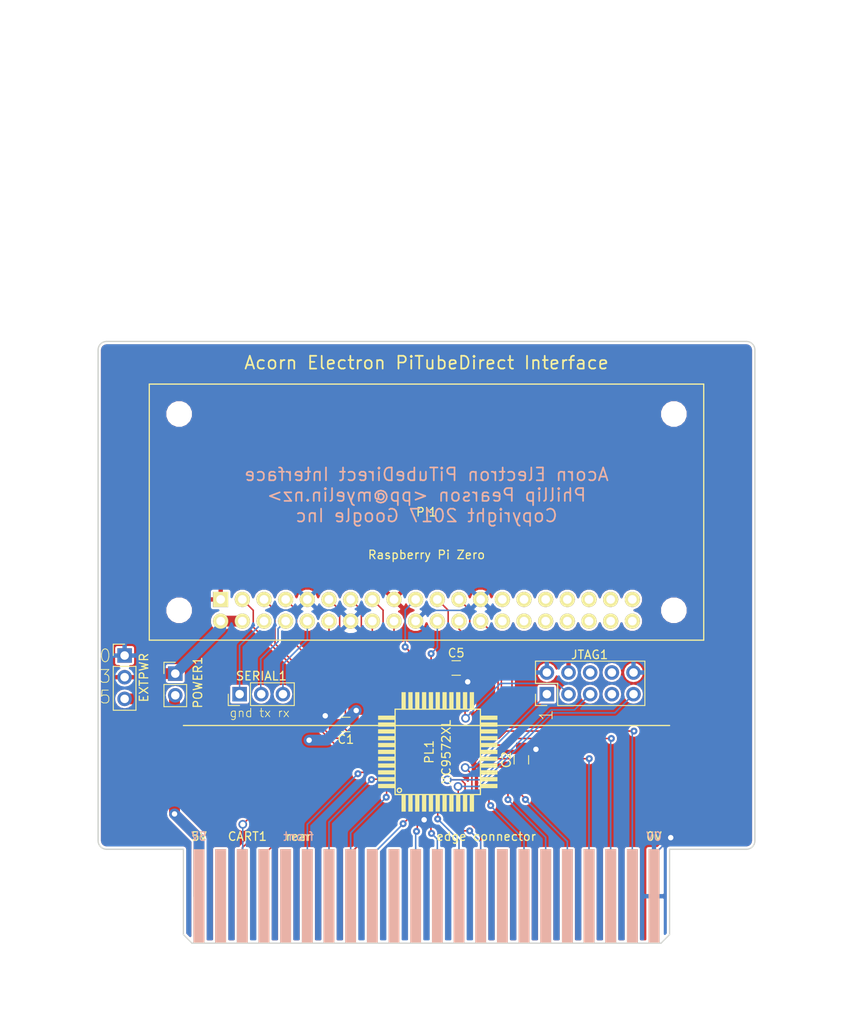
<source format=kicad_pcb>
(kicad_pcb (version 4) (host pcbnew 4.0.6)

  (general
    (links 69)
    (no_connects 0)
    (area 36.424999 34.924999 113.575001 94.575001)
    (thickness 1.6)
    (drawings 14)
    (tracks 318)
    (zones 0)
    (modules 10)
    (nets 46)
  )

  (page A4)
  (layers
    (0 F.Cu signal)
    (31 B.Cu signal)
    (32 B.Adhes user)
    (33 F.Adhes user)
    (34 B.Paste user)
    (35 F.Paste user)
    (36 B.SilkS user)
    (37 F.SilkS user)
    (38 B.Mask user)
    (39 F.Mask user)
    (40 Dwgs.User user)
    (41 Cmts.User user)
    (42 Eco1.User user)
    (43 Eco2.User user)
    (44 Edge.Cuts user)
    (45 Margin user)
    (46 B.CrtYd user)
    (47 F.CrtYd user)
    (48 B.Fab user)
    (49 F.Fab user)
  )

  (setup
    (last_trace_width 0.1778)
    (user_trace_width 0.254)
    (user_trace_width 0.508)
    (user_trace_width 0.762)
    (user_trace_width 1.016)
    (user_trace_width 1.27)
    (trace_clearance 0.1778)
    (zone_clearance 0.254)
    (zone_45_only no)
    (trace_min 0.1778)
    (segment_width 0.2)
    (edge_width 0.15)
    (via_size 0.8128)
    (via_drill 0.3302)
    (via_min_size 0.8128)
    (via_min_drill 0.3302)
    (user_via 0.8128 0.3302)
    (user_via 1.016 0.635)
    (uvia_size 0.8128)
    (uvia_drill 0.3302)
    (uvias_allowed no)
    (uvia_min_size 0.8128)
    (uvia_min_drill 0.3302)
    (pcb_text_width 0.3)
    (pcb_text_size 1.5 1.5)
    (mod_edge_width 0.15)
    (mod_text_size 1 1)
    (mod_text_width 0.15)
    (pad_size 1.524 1.524)
    (pad_drill 0.762)
    (pad_to_mask_clearance 0.2)
    (aux_axis_origin 0 0)
    (visible_elements FFFFFF7F)
    (pcbplotparams
      (layerselection 0x010fc_80000001)
      (usegerberextensions true)
      (excludeedgelayer true)
      (linewidth 0.100000)
      (plotframeref false)
      (viasonmask false)
      (mode 1)
      (useauxorigin false)
      (hpglpennumber 1)
      (hpglpenspeed 20)
      (hpglpendiameter 15)
      (hpglpenoverlay 2)
      (psnegative false)
      (psa4output false)
      (plotreference true)
      (plotvalue true)
      (plotinvisibletext false)
      (padsonsilk false)
      (subtractmaskfromsilk false)
      (outputformat 1)
      (mirror false)
      (drillshape 0)
      (scaleselection 1)
      (outputdirectory gerbers/))
  )

  (net 0 "")
  (net 1 3V3)
  (net 2 GND)
  (net 3 cpld_TCK)
  (net 4 cpld_TDO)
  (net 5 cpld_TMS)
  (net 6 cpld_TDI)
  (net 7 elk_PHI0)
  (net 8 elk_D4)
  (net 9 elk_A7)
  (net 10 elk_A6)
  (net 11 elk_A5)
  (net 12 elk_A4)
  (net 13 elk_nINFC)
  (net 14 elk_A2)
  (net 15 elk_A1)
  (net 16 elk_A0)
  (net 17 elk_D0)
  (net 18 elk_D2)
  (net 19 elk_D1)
  (net 20 tube_A1)
  (net 21 tube_A2)
  (net 22 tube_nRST)
  (net 23 tube_nTUBE)
  (net 24 tube_RnW)
  (net 25 tube_A0)
  (net 26 tube_D4)
  (net 27 tube_D5)
  (net 28 tube_D6)
  (net 29 tube_D2)
  (net 30 tube_D1)
  (net 31 tube_D7)
  (net 32 tube_D3)
  (net 33 tube_D0)
  (net 34 tube_PHI0)
  (net 35 elk_D3)
  (net 36 elk_nRST)
  (net 37 elk_RnW)
  (net 38 elk_D7)
  (net 39 elk_D6)
  (net 40 elk_D5)
  (net 41 pi_serial_GND)
  (net 42 pi_serial_TX)
  (net 43 pi_serial_RX)
  (net 44 5V)
  (net 45 elk_5V)

  (net_class Default "This is the default net class."
    (clearance 0.1778)
    (trace_width 0.1778)
    (via_dia 0.8128)
    (via_drill 0.3302)
    (uvia_dia 0.8128)
    (uvia_drill 0.3302)
    (add_net 3V3)
    (add_net 5V)
    (add_net GND)
    (add_net cpld_TCK)
    (add_net cpld_TDI)
    (add_net cpld_TDO)
    (add_net cpld_TMS)
    (add_net elk_5V)
    (add_net elk_A0)
    (add_net elk_A1)
    (add_net elk_A2)
    (add_net elk_A4)
    (add_net elk_A5)
    (add_net elk_A6)
    (add_net elk_A7)
    (add_net elk_D0)
    (add_net elk_D1)
    (add_net elk_D2)
    (add_net elk_D3)
    (add_net elk_D4)
    (add_net elk_D5)
    (add_net elk_D6)
    (add_net elk_D7)
    (add_net elk_PHI0)
    (add_net elk_RnW)
    (add_net elk_nINFC)
    (add_net elk_nRST)
    (add_net pi_serial_GND)
    (add_net pi_serial_RX)
    (add_net pi_serial_TX)
    (add_net tube_A0)
    (add_net tube_A1)
    (add_net tube_A2)
    (add_net tube_D0)
    (add_net tube_D1)
    (add_net tube_D2)
    (add_net tube_D3)
    (add_net tube_D4)
    (add_net tube_D5)
    (add_net tube_D6)
    (add_net tube_D7)
    (add_net tube_PHI0)
    (add_net tube_RnW)
    (add_net tube_nRST)
    (add_net tube_nTUBE)
  )

  (module Capacitors_SMD:C_0805_HandSoldering (layer F.Cu) (tedit 58AA84A8) (tstamp 58EEC416)
    (at 65.54 79.88 180)
    (descr "Capacitor SMD 0805, hand soldering")
    (tags "capacitor 0805")
    (attr smd)
    (fp_text reference C1 (at 0 -1.75 180) (layer F.SilkS)
      (effects (font (size 1 1) (thickness 0.15)))
    )
    (fp_text value 100n (at 0 1.75 180) (layer F.Fab)
      (effects (font (size 1 1) (thickness 0.15)))
    )
    (fp_text user %R (at 0 -1.75 180) (layer F.Fab)
      (effects (font (size 1 1) (thickness 0.15)))
    )
    (fp_line (start -1 0.62) (end -1 -0.62) (layer F.Fab) (width 0.1))
    (fp_line (start 1 0.62) (end -1 0.62) (layer F.Fab) (width 0.1))
    (fp_line (start 1 -0.62) (end 1 0.62) (layer F.Fab) (width 0.1))
    (fp_line (start -1 -0.62) (end 1 -0.62) (layer F.Fab) (width 0.1))
    (fp_line (start 0.5 -0.85) (end -0.5 -0.85) (layer F.SilkS) (width 0.12))
    (fp_line (start -0.5 0.85) (end 0.5 0.85) (layer F.SilkS) (width 0.12))
    (fp_line (start -2.25 -0.88) (end 2.25 -0.88) (layer F.CrtYd) (width 0.05))
    (fp_line (start -2.25 -0.88) (end -2.25 0.87) (layer F.CrtYd) (width 0.05))
    (fp_line (start 2.25 0.87) (end 2.25 -0.88) (layer F.CrtYd) (width 0.05))
    (fp_line (start 2.25 0.87) (end -2.25 0.87) (layer F.CrtYd) (width 0.05))
    (pad 1 smd rect (at -1.25 0 180) (size 1.5 1.25) (layers F.Cu F.Paste F.Mask)
      (net 1 3V3))
    (pad 2 smd rect (at 1.25 0 180) (size 1.5 1.25) (layers F.Cu F.Paste F.Mask)
      (net 2 GND))
    (model Capacitors_SMD.3dshapes/C_0805.wrl
      (at (xyz 0 0 0))
      (scale (xyz 1 1 1))
      (rotate (xyz 0 0 0))
    )
  )

  (module Capacitors_SMD:C_0805_HandSoldering (layer F.Cu) (tedit 58AA84A8) (tstamp 58EEC427)
    (at 86.12 84.02 90)
    (descr "Capacitor SMD 0805, hand soldering")
    (tags "capacitor 0805")
    (attr smd)
    (fp_text reference C2 (at 0 -1.75 90) (layer F.SilkS)
      (effects (font (size 1 1) (thickness 0.15)))
    )
    (fp_text value 100n (at 0 1.75 90) (layer F.Fab)
      (effects (font (size 1 1) (thickness 0.15)))
    )
    (fp_text user %R (at 0 -1.75 90) (layer F.Fab)
      (effects (font (size 1 1) (thickness 0.15)))
    )
    (fp_line (start -1 0.62) (end -1 -0.62) (layer F.Fab) (width 0.1))
    (fp_line (start 1 0.62) (end -1 0.62) (layer F.Fab) (width 0.1))
    (fp_line (start 1 -0.62) (end 1 0.62) (layer F.Fab) (width 0.1))
    (fp_line (start -1 -0.62) (end 1 -0.62) (layer F.Fab) (width 0.1))
    (fp_line (start 0.5 -0.85) (end -0.5 -0.85) (layer F.SilkS) (width 0.12))
    (fp_line (start -0.5 0.85) (end 0.5 0.85) (layer F.SilkS) (width 0.12))
    (fp_line (start -2.25 -0.88) (end 2.25 -0.88) (layer F.CrtYd) (width 0.05))
    (fp_line (start -2.25 -0.88) (end -2.25 0.87) (layer F.CrtYd) (width 0.05))
    (fp_line (start 2.25 0.87) (end 2.25 -0.88) (layer F.CrtYd) (width 0.05))
    (fp_line (start 2.25 0.87) (end -2.25 0.87) (layer F.CrtYd) (width 0.05))
    (pad 1 smd rect (at -1.25 0 90) (size 1.5 1.25) (layers F.Cu F.Paste F.Mask)
      (net 1 3V3))
    (pad 2 smd rect (at 1.25 0 90) (size 1.5 1.25) (layers F.Cu F.Paste F.Mask)
      (net 2 GND))
    (model Capacitors_SMD.3dshapes/C_0805.wrl
      (at (xyz 0 0 0))
      (scale (xyz 1 1 1))
      (rotate (xyz 0 0 0))
    )
  )

  (module Capacitors_SMD:C_0805_HandSoldering (layer F.Cu) (tedit 58AA84A8) (tstamp 58EEC438)
    (at 78.48 73.26)
    (descr "Capacitor SMD 0805, hand soldering")
    (tags "capacitor 0805")
    (attr smd)
    (fp_text reference C5 (at 0 -1.75) (layer F.SilkS)
      (effects (font (size 1 1) (thickness 0.15)))
    )
    (fp_text value 100n (at 0 1.75) (layer F.Fab)
      (effects (font (size 1 1) (thickness 0.15)))
    )
    (fp_text user %R (at 0 -1.75) (layer F.Fab)
      (effects (font (size 1 1) (thickness 0.15)))
    )
    (fp_line (start -1 0.62) (end -1 -0.62) (layer F.Fab) (width 0.1))
    (fp_line (start 1 0.62) (end -1 0.62) (layer F.Fab) (width 0.1))
    (fp_line (start 1 -0.62) (end 1 0.62) (layer F.Fab) (width 0.1))
    (fp_line (start -1 -0.62) (end 1 -0.62) (layer F.Fab) (width 0.1))
    (fp_line (start 0.5 -0.85) (end -0.5 -0.85) (layer F.SilkS) (width 0.12))
    (fp_line (start -0.5 0.85) (end 0.5 0.85) (layer F.SilkS) (width 0.12))
    (fp_line (start -2.25 -0.88) (end 2.25 -0.88) (layer F.CrtYd) (width 0.05))
    (fp_line (start -2.25 -0.88) (end -2.25 0.87) (layer F.CrtYd) (width 0.05))
    (fp_line (start 2.25 0.87) (end 2.25 -0.88) (layer F.CrtYd) (width 0.05))
    (fp_line (start 2.25 0.87) (end -2.25 0.87) (layer F.CrtYd) (width 0.05))
    (pad 1 smd rect (at -1.25 0) (size 1.5 1.25) (layers F.Cu F.Paste F.Mask)
      (net 1 3V3))
    (pad 2 smd rect (at 1.25 0) (size 1.5 1.25) (layers F.Cu F.Paste F.Mask)
      (net 2 GND))
    (model Capacitors_SMD.3dshapes/C_0805.wrl
      (at (xyz 0 0 0))
      (scale (xyz 1 1 1))
      (rotate (xyz 0 0 0))
    )
  )

  (module Pin_Headers:Pin_Header_Straight_2x05_Pitch2.54mm (layer F.Cu) (tedit 58CD4EC5) (tstamp 58EEC457)
    (at 89.11 76.33 90)
    (descr "Through hole straight pin header, 2x05, 2.54mm pitch, double rows")
    (tags "Through hole pin header THT 2x05 2.54mm double row")
    (fp_text reference JTAG1 (at 4.62 5.01 180) (layer F.SilkS)
      (effects (font (size 1 1) (thickness 0.15)))
    )
    (fp_text value jtag (at 1.27 12.49 90) (layer F.Fab)
      (effects (font (size 1 1) (thickness 0.15)))
    )
    (fp_line (start -1.27 -1.27) (end -1.27 11.43) (layer F.Fab) (width 0.1))
    (fp_line (start -1.27 11.43) (end 3.81 11.43) (layer F.Fab) (width 0.1))
    (fp_line (start 3.81 11.43) (end 3.81 -1.27) (layer F.Fab) (width 0.1))
    (fp_line (start 3.81 -1.27) (end -1.27 -1.27) (layer F.Fab) (width 0.1))
    (fp_line (start -1.33 1.27) (end -1.33 11.49) (layer F.SilkS) (width 0.12))
    (fp_line (start -1.33 11.49) (end 3.87 11.49) (layer F.SilkS) (width 0.12))
    (fp_line (start 3.87 11.49) (end 3.87 -1.33) (layer F.SilkS) (width 0.12))
    (fp_line (start 3.87 -1.33) (end 1.27 -1.33) (layer F.SilkS) (width 0.12))
    (fp_line (start 1.27 -1.33) (end 1.27 1.27) (layer F.SilkS) (width 0.12))
    (fp_line (start 1.27 1.27) (end -1.33 1.27) (layer F.SilkS) (width 0.12))
    (fp_line (start -1.33 0) (end -1.33 -1.33) (layer F.SilkS) (width 0.12))
    (fp_line (start -1.33 -1.33) (end 0 -1.33) (layer F.SilkS) (width 0.12))
    (fp_line (start -1.8 -1.8) (end -1.8 11.95) (layer F.CrtYd) (width 0.05))
    (fp_line (start -1.8 11.95) (end 4.35 11.95) (layer F.CrtYd) (width 0.05))
    (fp_line (start 4.35 11.95) (end 4.35 -1.8) (layer F.CrtYd) (width 0.05))
    (fp_line (start 4.35 -1.8) (end -1.8 -1.8) (layer F.CrtYd) (width 0.05))
    (fp_text user %R (at 1.27 -2.33 90) (layer F.Fab)
      (effects (font (size 1 1) (thickness 0.15)))
    )
    (pad 1 thru_hole rect (at 0 0 90) (size 1.7 1.7) (drill 1) (layers *.Cu *.Mask)
      (net 3 cpld_TCK))
    (pad 2 thru_hole oval (at 2.54 0 90) (size 1.7 1.7) (drill 1) (layers *.Cu *.Mask)
      (net 2 GND))
    (pad 3 thru_hole oval (at 0 2.54 90) (size 1.7 1.7) (drill 1) (layers *.Cu *.Mask)
      (net 4 cpld_TDO))
    (pad 4 thru_hole oval (at 2.54 2.54 90) (size 1.7 1.7) (drill 1) (layers *.Cu *.Mask)
      (net 1 3V3))
    (pad 5 thru_hole oval (at 0 5.08 90) (size 1.7 1.7) (drill 1) (layers *.Cu *.Mask)
      (net 5 cpld_TMS))
    (pad 6 thru_hole oval (at 2.54 5.08 90) (size 1.7 1.7) (drill 1) (layers *.Cu *.Mask))
    (pad 7 thru_hole oval (at 0 7.62 90) (size 1.7 1.7) (drill 1) (layers *.Cu *.Mask))
    (pad 8 thru_hole oval (at 2.54 7.62 90) (size 1.7 1.7) (drill 1) (layers *.Cu *.Mask))
    (pad 9 thru_hole oval (at 0 10.16 90) (size 1.7 1.7) (drill 1) (layers *.Cu *.Mask)
      (net 6 cpld_TDI))
    (pad 10 thru_hole oval (at 2.54 10.16 90) (size 1.7 1.7) (drill 1) (layers *.Cu *.Mask)
      (net 2 GND))
    (model ${KISYS3DMOD}/Pin_Headers.3dshapes/Pin_Header_Straight_2x05_Pitch2.54mm.wrl
      (at (xyz 0.05 -0.2 0))
      (scale (xyz 1 1 1))
      (rotate (xyz 0 0 90))
    )
  )

  (module myelin-kicad:xilinx_vqg44 (layer F.Cu) (tedit 0) (tstamp 58EEC48C)
    (at 76.32 83.09 90)
    (descr "Xilinx VQG44 - 10x10mm VQFP 0.8mm pitch - https://www.xilinx.com/support/documentation/package_specs/vq44.pdf")
    (fp_text reference PL1 (at 0 -1 90) (layer F.SilkS)
      (effects (font (size 1 1) (thickness 0.15)))
    )
    (fp_text value XC9572XL (at 0 1 90) (layer F.SilkS)
      (effects (font (size 1 1) (thickness 0.15)))
    )
    (fp_line (start -5 -5) (end -5 5) (layer F.SilkS) (width 0.15))
    (fp_line (start -5 5) (end 5 5) (layer F.SilkS) (width 0.15))
    (fp_line (start 5 5) (end 5 -5) (layer F.SilkS) (width 0.15))
    (fp_line (start 5 -5) (end -5 -5) (layer F.SilkS) (width 0.15))
    (fp_circle (center -4.5 -4.5) (end -4.5 -4.25) (layer F.SilkS) (width 0.15))
    (pad 1 smd rect (at -6 -4 90) (size 2 0.5) (layers F.Cu F.SilkS F.Mask)
      (net 7 elk_PHI0))
    (pad 2 smd rect (at -6 -3.2 90) (size 2 0.5) (layers F.Cu F.SilkS F.Mask)
      (net 8 elk_D4))
    (pad 3 smd rect (at -6 -2.4 90) (size 2 0.5) (layers F.Cu F.SilkS F.Mask)
      (net 9 elk_A7))
    (pad 4 smd rect (at -6 -1.6 90) (size 2 0.5) (layers F.Cu F.SilkS F.Mask)
      (net 2 GND))
    (pad 5 smd rect (at -6 -0.8 90) (size 2 0.5) (layers F.Cu F.SilkS F.Mask)
      (net 10 elk_A6))
    (pad 6 smd rect (at -6 0 90) (size 2 0.5) (layers F.Cu F.SilkS F.Mask)
      (net 11 elk_A5))
    (pad 7 smd rect (at -6 0.8 90) (size 2 0.5) (layers F.Cu F.SilkS F.Mask)
      (net 12 elk_A4))
    (pad 8 smd rect (at -6 1.6 90) (size 2 0.5) (layers F.Cu F.SilkS F.Mask)
      (net 13 elk_nINFC))
    (pad 9 smd rect (at -6 2.4 90) (size 2 0.5) (layers F.Cu F.SilkS F.Mask)
      (net 6 cpld_TDI))
    (pad 10 smd rect (at -6 3.2 90) (size 2 0.5) (layers F.Cu F.SilkS F.Mask)
      (net 5 cpld_TMS))
    (pad 11 smd rect (at -6 4 90) (size 2 0.5) (layers F.Cu F.SilkS F.Mask)
      (net 3 cpld_TCK))
    (pad 12 smd rect (at -4 6 90) (size 0.5 2) (layers F.Cu F.SilkS F.Mask)
      (net 14 elk_A2))
    (pad 13 smd rect (at -3.2 6 90) (size 0.5 2) (layers F.Cu F.SilkS F.Mask)
      (net 15 elk_A1))
    (pad 14 smd rect (at -2.4 6 90) (size 0.5 2) (layers F.Cu F.SilkS F.Mask)
      (net 16 elk_A0))
    (pad 15 smd rect (at -1.6 6 90) (size 0.5 2) (layers F.Cu F.SilkS F.Mask)
      (net 1 3V3))
    (pad 16 smd rect (at -0.8 6 90) (size 0.5 2) (layers F.Cu F.SilkS F.Mask)
      (net 17 elk_D0))
    (pad 17 smd rect (at 0 6 90) (size 0.5 2) (layers F.Cu F.SilkS F.Mask)
      (net 2 GND))
    (pad 18 smd rect (at 0.8 6 90) (size 0.5 2) (layers F.Cu F.SilkS F.Mask)
      (net 18 elk_D2))
    (pad 19 smd rect (at 1.6 6 90) (size 0.5 2) (layers F.Cu F.SilkS F.Mask)
      (net 19 elk_D1))
    (pad 20 smd rect (at 2.4 6 90) (size 0.5 2) (layers F.Cu F.SilkS F.Mask)
      (net 34 tube_PHI0))
    (pad 21 smd rect (at 3.2 6 90) (size 0.5 2) (layers F.Cu F.SilkS F.Mask)
      (net 32 tube_D3))
    (pad 22 smd rect (at 4 6 90) (size 0.5 2) (layers F.Cu F.SilkS F.Mask)
      (net 33 tube_D0))
    (pad 23 smd rect (at 6 4 90) (size 2 0.5) (layers F.Cu F.SilkS F.Mask)
      (net 30 tube_D1))
    (pad 24 smd rect (at 6 3.2 90) (size 2 0.5) (layers F.Cu F.SilkS F.Mask)
      (net 4 cpld_TDO))
    (pad 25 smd rect (at 6 2.4 90) (size 2 0.5) (layers F.Cu F.SilkS F.Mask)
      (net 2 GND))
    (pad 26 smd rect (at 6 1.6 90) (size 2 0.5) (layers F.Cu F.SilkS F.Mask)
      (net 1 3V3))
    (pad 27 smd rect (at 6 0.8 90) (size 2 0.5) (layers F.Cu F.SilkS F.Mask)
      (net 31 tube_D7))
    (pad 28 smd rect (at 6 0 90) (size 2 0.5) (layers F.Cu F.SilkS F.Mask)
      (net 29 tube_D2))
    (pad 29 smd rect (at 6 -0.8 90) (size 2 0.5) (layers F.Cu F.SilkS F.Mask)
      (net 28 tube_D6))
    (pad 30 smd rect (at 6 -1.6 90) (size 2 0.5) (layers F.Cu F.SilkS F.Mask)
      (net 26 tube_D4))
    (pad 31 smd rect (at 6 -2.4 90) (size 2 0.5) (layers F.Cu F.SilkS F.Mask)
      (net 27 tube_D5))
    (pad 32 smd rect (at 6 -3.2 90) (size 2 0.5) (layers F.Cu F.SilkS F.Mask)
      (net 25 tube_A0))
    (pad 33 smd rect (at 6 -4 90) (size 2 0.5) (layers F.Cu F.SilkS F.Mask)
      (net 23 tube_nTUBE))
    (pad 34 smd rect (at 4 -6 90) (size 0.5 2) (layers F.Cu F.SilkS F.Mask)
      (net 24 tube_RnW))
    (pad 35 smd rect (at 3.2 -6 90) (size 0.5 2) (layers F.Cu F.SilkS F.Mask)
      (net 1 3V3))
    (pad 36 smd rect (at 2.4 -6 90) (size 0.5 2) (layers F.Cu F.SilkS F.Mask)
      (net 22 tube_nRST))
    (pad 37 smd rect (at 1.6 -6 90) (size 0.5 2) (layers F.Cu F.SilkS F.Mask)
      (net 21 tube_A2))
    (pad 38 smd rect (at 0.8 -6 90) (size 0.5 2) (layers F.Cu F.SilkS F.Mask)
      (net 20 tube_A1))
    (pad 39 smd rect (at 0 -6 90) (size 0.5 2) (layers F.Cu F.SilkS F.Mask)
      (net 35 elk_D3))
    (pad 40 smd rect (at -0.8 -6 90) (size 0.5 2) (layers F.Cu F.SilkS F.Mask)
      (net 36 elk_nRST))
    (pad 41 smd rect (at -1.6 -6 90) (size 0.5 2) (layers F.Cu F.SilkS F.Mask)
      (net 37 elk_RnW))
    (pad 42 smd rect (at -2.4 -6 90) (size 0.5 2) (layers F.Cu F.SilkS F.Mask)
      (net 38 elk_D7))
    (pad 43 smd rect (at -3.2 -6 90) (size 0.5 2) (layers F.Cu F.SilkS F.Mask)
      (net 39 elk_D6))
    (pad 44 smd rect (at -4 -6 90) (size 0.5 2) (layers F.Cu F.SilkS F.Mask)
      (net 40 elk_D5))
  )

  (module Pin_Headers:Pin_Header_Straight_1x03_Pitch2.54mm (layer F.Cu) (tedit 58CD4EC1) (tstamp 58EEC4A2)
    (at 53.09 76.33 90)
    (descr "Through hole straight pin header, 1x03, 2.54mm pitch, single row")
    (tags "Through hole pin header THT 1x03 2.54mm single row")
    (fp_text reference SERIAL1 (at 2.13 2.55 180) (layer F.SilkS)
      (effects (font (size 1 1) (thickness 0.15)))
    )
    (fp_text value "Pi Serial" (at 0 7.41 90) (layer F.Fab)
      (effects (font (size 1 1) (thickness 0.15)))
    )
    (fp_line (start -1.27 -1.27) (end -1.27 6.35) (layer F.Fab) (width 0.1))
    (fp_line (start -1.27 6.35) (end 1.27 6.35) (layer F.Fab) (width 0.1))
    (fp_line (start 1.27 6.35) (end 1.27 -1.27) (layer F.Fab) (width 0.1))
    (fp_line (start 1.27 -1.27) (end -1.27 -1.27) (layer F.Fab) (width 0.1))
    (fp_line (start -1.33 1.27) (end -1.33 6.41) (layer F.SilkS) (width 0.12))
    (fp_line (start -1.33 6.41) (end 1.33 6.41) (layer F.SilkS) (width 0.12))
    (fp_line (start 1.33 6.41) (end 1.33 1.27) (layer F.SilkS) (width 0.12))
    (fp_line (start 1.33 1.27) (end -1.33 1.27) (layer F.SilkS) (width 0.12))
    (fp_line (start -1.33 0) (end -1.33 -1.33) (layer F.SilkS) (width 0.12))
    (fp_line (start -1.33 -1.33) (end 0 -1.33) (layer F.SilkS) (width 0.12))
    (fp_line (start -1.8 -1.8) (end -1.8 6.85) (layer F.CrtYd) (width 0.05))
    (fp_line (start -1.8 6.85) (end 1.8 6.85) (layer F.CrtYd) (width 0.05))
    (fp_line (start 1.8 6.85) (end 1.8 -1.8) (layer F.CrtYd) (width 0.05))
    (fp_line (start 1.8 -1.8) (end -1.8 -1.8) (layer F.CrtYd) (width 0.05))
    (fp_text user %R (at 0 -2.33 90) (layer F.Fab)
      (effects (font (size 1 1) (thickness 0.15)))
    )
    (pad 1 thru_hole rect (at 0 0 90) (size 1.7 1.7) (drill 1) (layers *.Cu *.Mask)
      (net 41 pi_serial_GND))
    (pad 2 thru_hole oval (at 0 2.54 90) (size 1.7 1.7) (drill 1) (layers *.Cu *.Mask)
      (net 42 pi_serial_TX))
    (pad 3 thru_hole oval (at 0 5.08 90) (size 1.7 1.7) (drill 1) (layers *.Cu *.Mask)
      (net 43 pi_serial_RX))
    (model ${KISYS3DMOD}/Pin_Headers.3dshapes/Pin_Header_Straight_1x03_Pitch2.54mm.wrl
      (at (xyz 0 -0.1 0))
      (scale (xyz 1 1 1))
      (rotate (xyz 0 0 90))
    )
  )

  (module myelin-kicad:raspberry_pi_zero_flipped (layer F.Cu) (tedit 0) (tstamp 58EEC72C)
    (at 75 70 180)
    (descr "Footprint for Raspberry Pi Zero, mounted upside down")
    (fp_text reference PI1 (at 0 15 180) (layer F.SilkS)
      (effects (font (size 1 1) (thickness 0.15)))
    )
    (fp_text value "Raspberry Pi Zero" (at 0 10 180) (layer F.SilkS)
      (effects (font (size 1 1) (thickness 0.15)))
    )
    (fp_line (start -32.5 0) (end 32.5 0) (layer F.SilkS) (width 0.15))
    (fp_line (start 32.5 0) (end 32.5 30) (layer F.SilkS) (width 0.15))
    (fp_line (start 32.5 30) (end -32.5 30) (layer F.SilkS) (width 0.15))
    (fp_line (start -32.5 30) (end -32.5 0) (layer F.SilkS) (width 0.15))
    (pad "" np_thru_hole circle (at -29 3.5 180) (size 2.5 2.5) (drill 2.5) (layers *.Cu))
    (pad "" np_thru_hole circle (at 29 3.5 180) (size 2.5 2.5) (drill 2.5) (layers *.Cu))
    (pad "" np_thru_hole circle (at -29 26.5 180) (size 2.5 2.5) (drill 2.5) (layers *.Cu))
    (pad "" np_thru_hole circle (at 29 26.5 180) (size 2.5 2.5) (drill 2.5) (layers *.Cu))
    (pad 1 thru_hole rect (at 24.13 4.77 180) (size 1.778 1.778) (drill 1.016) (layers *.Cu *.Mask F.SilkS)
      (net 1 3V3))
    (pad 2 thru_hole circle (at 24.13 2.23 180) (size 1.778 1.778) (drill 1.016) (layers *.Cu *.Mask F.SilkS)
      (net 44 5V))
    (pad 3 thru_hole circle (at 21.59 4.77 180) (size 1.778 1.778) (drill 1.016) (layers *.Cu *.Mask F.SilkS)
      (net 20 tube_A1))
    (pad 4 thru_hole circle (at 21.59 2.23 180) (size 1.778 1.778) (drill 1.016) (layers *.Cu *.Mask F.SilkS)
      (net 44 5V))
    (pad 5 thru_hole circle (at 19.05 4.77 180) (size 1.778 1.778) (drill 1.016) (layers *.Cu *.Mask F.SilkS)
      (net 21 tube_A2))
    (pad 6 thru_hole circle (at 19.05 2.23 180) (size 1.778 1.778) (drill 1.016) (layers *.Cu *.Mask F.SilkS)
      (net 41 pi_serial_GND))
    (pad 7 thru_hole circle (at 16.51 4.77 180) (size 1.778 1.778) (drill 1.016) (layers *.Cu *.Mask F.SilkS)
      (net 22 tube_nRST))
    (pad 8 thru_hole circle (at 16.51 2.23 180) (size 1.778 1.778) (drill 1.016) (layers *.Cu *.Mask F.SilkS)
      (net 42 pi_serial_TX))
    (pad 9 thru_hole circle (at 13.97 4.77 180) (size 1.778 1.778) (drill 1.016) (layers *.Cu *.Mask F.SilkS)
      (net 2 GND))
    (pad 10 thru_hole circle (at 13.97 2.23 180) (size 1.778 1.778) (drill 1.016) (layers *.Cu *.Mask F.SilkS)
      (net 43 pi_serial_RX))
    (pad 11 thru_hole circle (at 11.43 4.77 180) (size 1.778 1.778) (drill 1.016) (layers *.Cu *.Mask F.SilkS)
      (net 23 tube_nTUBE))
    (pad 12 thru_hole circle (at 11.43 2.23 180) (size 1.778 1.778) (drill 1.016) (layers *.Cu *.Mask F.SilkS)
      (net 24 tube_RnW))
    (pad 13 thru_hole circle (at 8.89 4.77 180) (size 1.778 1.778) (drill 1.016) (layers *.Cu *.Mask F.SilkS)
      (net 25 tube_A0))
    (pad 14 thru_hole circle (at 8.89 2.23 180) (size 1.778 1.778) (drill 1.016) (layers *.Cu *.Mask F.SilkS)
      (net 2 GND))
    (pad 15 thru_hole circle (at 6.35 4.77 180) (size 1.778 1.778) (drill 1.016) (layers *.Cu *.Mask F.SilkS)
      (net 26 tube_D4))
    (pad 16 thru_hole circle (at 6.35 2.23 180) (size 1.778 1.778) (drill 1.016) (layers *.Cu *.Mask F.SilkS)
      (net 27 tube_D5))
    (pad 17 thru_hole circle (at 3.81 4.77 180) (size 1.778 1.778) (drill 1.016) (layers *.Cu *.Mask F.SilkS)
      (net 1 3V3))
    (pad 18 thru_hole circle (at 3.81 2.23 180) (size 1.778 1.778) (drill 1.016) (layers *.Cu *.Mask F.SilkS)
      (net 28 tube_D6))
    (pad 19 thru_hole circle (at 1.27 4.77 180) (size 1.778 1.778) (drill 1.016) (layers *.Cu *.Mask F.SilkS)
      (net 29 tube_D2))
    (pad 20 thru_hole circle (at 1.27 2.23 180) (size 1.778 1.778) (drill 1.016) (layers *.Cu *.Mask F.SilkS)
      (net 2 GND))
    (pad 21 thru_hole circle (at -1.27 4.77 180) (size 1.778 1.778) (drill 1.016) (layers *.Cu *.Mask F.SilkS)
      (net 30 tube_D1))
    (pad 22 thru_hole circle (at -1.27 2.23 180) (size 1.778 1.778) (drill 1.016) (layers *.Cu *.Mask F.SilkS)
      (net 31 tube_D7))
    (pad 23 thru_hole circle (at -3.81 4.77 180) (size 1.778 1.778) (drill 1.016) (layers *.Cu *.Mask F.SilkS)
      (net 32 tube_D3))
    (pad 24 thru_hole circle (at -3.81 2.23 180) (size 1.778 1.778) (drill 1.016) (layers *.Cu *.Mask F.SilkS)
      (net 33 tube_D0))
    (pad 25 thru_hole circle (at -6.35 4.77 180) (size 1.778 1.778) (drill 1.016) (layers *.Cu *.Mask F.SilkS)
      (net 2 GND))
    (pad 26 thru_hole circle (at -6.35 2.23 180) (size 1.778 1.778) (drill 1.016) (layers *.Cu *.Mask F.SilkS)
      (net 34 tube_PHI0))
    (pad 27 thru_hole circle (at -8.89 4.77 180) (size 1.778 1.778) (drill 1.016) (layers *.Cu *.Mask F.SilkS))
    (pad 28 thru_hole circle (at -8.89 2.23 180) (size 1.778 1.778) (drill 1.016) (layers *.Cu *.Mask F.SilkS))
    (pad 29 thru_hole circle (at -11.43 4.77 180) (size 1.778 1.778) (drill 1.016) (layers *.Cu *.Mask F.SilkS))
    (pad 30 thru_hole circle (at -11.43 2.23 180) (size 1.778 1.778) (drill 1.016) (layers *.Cu *.Mask F.SilkS))
    (pad 31 thru_hole circle (at -13.97 4.77 180) (size 1.778 1.778) (drill 1.016) (layers *.Cu *.Mask F.SilkS))
    (pad 32 thru_hole circle (at -13.97 2.23 180) (size 1.778 1.778) (drill 1.016) (layers *.Cu *.Mask F.SilkS))
    (pad 33 thru_hole circle (at -16.51 4.77 180) (size 1.778 1.778) (drill 1.016) (layers *.Cu *.Mask F.SilkS))
    (pad 34 thru_hole circle (at -16.51 2.23 180) (size 1.778 1.778) (drill 1.016) (layers *.Cu *.Mask F.SilkS))
    (pad 35 thru_hole circle (at -19.05 4.77 180) (size 1.778 1.778) (drill 1.016) (layers *.Cu *.Mask F.SilkS))
    (pad 36 thru_hole circle (at -19.05 2.23 180) (size 1.778 1.778) (drill 1.016) (layers *.Cu *.Mask F.SilkS))
    (pad 37 thru_hole circle (at -21.59 4.77 180) (size 1.778 1.778) (drill 1.016) (layers *.Cu *.Mask F.SilkS))
    (pad 38 thru_hole circle (at -21.59 2.23 180) (size 1.778 1.778) (drill 1.016) (layers *.Cu *.Mask F.SilkS))
    (pad 39 thru_hole circle (at -24.13 4.77 180) (size 1.778 1.778) (drill 1.016) (layers *.Cu *.Mask F.SilkS))
    (pad 40 thru_hole circle (at -24.13 2.23 180) (size 1.778 1.778) (drill 1.016) (layers *.Cu *.Mask F.SilkS))
  )

  (module myelin-kicad:acorn_electron_cartridge_edge_connector (layer F.Cu) (tedit 0) (tstamp 58EEC6F8)
    (at 75 100)
    (descr "Edge connector for an Acorn Electron Plus 1 cartridge (top layer = rear of Plus 1)")
    (fp_text reference CART1 (at -21 -7) (layer F.SilkS)
      (effects (font (size 1 1) (thickness 0.15)))
    )
    (fp_text value "edge connector" (at 7 -7) (layer F.SilkS)
      (effects (font (size 1 1) (thickness 0.15)))
    )
    (fp_text user rear (at -15 -7) (layer F.SilkS)
      (effects (font (size 1 1) (thickness 0.15)))
    )
    (fp_text user front (at -15 -7) (layer B.SilkS)
      (effects (font (size 1 1) (thickness 0.15)) (justify mirror))
    )
    (fp_line (start -28.5 -20) (end 28.5 -20) (layer F.SilkS) (width 0.15))
    (fp_text user 5V (at -26.67 -7) (layer F.SilkS)
      (effects (font (size 1 1) (thickness 0.15)))
    )
    (fp_text user 5V (at -26.67 -7) (layer B.SilkS)
      (effects (font (size 1 1) (thickness 0.15)) (justify mirror))
    )
    (fp_text user 0V (at 26.67 -7) (layer F.SilkS)
      (effects (font (size 1 1) (thickness 0.15)))
    )
    (fp_text user 0V (at 26.67 -7) (layer B.SilkS)
      (effects (font (size 1 1) (thickness 0.15)) (justify mirror))
    )
    (fp_line (start -28.5 -5.5) (end -28.5 4.5) (layer Edge.Cuts) (width 0.15))
    (fp_line (start -28.5 4.5) (end -27.5 5.5) (layer Edge.Cuts) (width 0.15))
    (fp_line (start -27.5 5.5) (end 27.5 5.5) (layer Edge.Cuts) (width 0.15))
    (fp_line (start 27.5 5.5) (end 28.5 4.5) (layer Edge.Cuts) (width 0.15))
    (fp_line (start 28.5 4.5) (end 28.5 -5.5) (layer Edge.Cuts) (width 0.15))
    (pad A1 smd rect (at -26.67 0) (size 1.27 11) (layers F.Cu F.SilkS F.Mask)
      (net 45 elk_5V))
    (pad B1 smd rect (at -26.67 0) (size 1.27 11) (layers B.Cu B.SilkS B.Mask)
      (net 45 elk_5V))
    (pad A2 smd rect (at -24.13 0) (size 1.27 11) (layers F.Cu F.SilkS F.Mask))
    (pad B2 smd rect (at -24.13 0) (size 1.27 11) (layers B.Cu B.SilkS B.Mask))
    (pad A3 smd rect (at -21.59 0) (size 1.27 11) (layers F.Cu F.SilkS F.Mask)
      (net 36 elk_nRST))
    (pad B3 smd rect (at -21.59 0) (size 1.27 11) (layers B.Cu B.SilkS B.Mask)
      (net 35 elk_D3))
    (pad A4 smd rect (at -19.05 0) (size 1.27 11) (layers F.Cu F.SilkS F.Mask)
      (net 37 elk_RnW))
    (pad B4 smd rect (at -19.05 0) (size 1.27 11) (layers B.Cu B.SilkS B.Mask))
    (pad A5 smd rect (at -16.51 0) (size 1.27 11) (layers F.Cu F.SilkS F.Mask))
    (pad B5 smd rect (at -16.51 0) (size 1.27 11) (layers B.Cu B.SilkS B.Mask))
    (pad A6 smd rect (at -13.97 0) (size 1.27 11) (layers F.Cu F.SilkS F.Mask))
    (pad B6 smd rect (at -13.97 0) (size 1.27 11) (layers B.Cu B.SilkS B.Mask)
      (net 38 elk_D7))
    (pad A7 smd rect (at -11.43 0) (size 1.27 11) (layers F.Cu F.SilkS F.Mask))
    (pad B7 smd rect (at -11.43 0) (size 1.27 11) (layers B.Cu B.SilkS B.Mask)
      (net 39 elk_D6))
    (pad A8 smd rect (at -8.89 0) (size 1.27 11) (layers F.Cu F.SilkS F.Mask)
      (net 7 elk_PHI0))
    (pad B8 smd rect (at -8.89 0) (size 1.27 11) (layers B.Cu B.SilkS B.Mask)
      (net 40 elk_D5))
    (pad A9 smd rect (at -6.35 0) (size 1.27 11) (layers F.Cu F.SilkS F.Mask))
    (pad B9 smd rect (at -6.35 0) (size 1.27 11) (layers B.Cu B.SilkS B.Mask)
      (net 8 elk_D4))
    (pad A10 smd rect (at -3.81 0) (size 1.27 11) (layers F.Cu F.SilkS F.Mask))
    (pad B10 smd rect (at -3.81 0) (size 1.27 11) (layers B.Cu B.SilkS B.Mask))
    (pad A11 smd rect (at -1.27 0) (size 1.27 11) (layers F.Cu F.SilkS F.Mask))
    (pad B11 smd rect (at -1.27 0) (size 1.27 11) (layers B.Cu B.SilkS B.Mask)
      (net 9 elk_A7))
    (pad A12 smd rect (at 1.27 0) (size 1.27 11) (layers F.Cu F.SilkS F.Mask))
    (pad B12 smd rect (at 1.27 0) (size 1.27 11) (layers B.Cu B.SilkS B.Mask)
      (net 10 elk_A6))
    (pad A13 smd rect (at 3.81 0) (size 1.27 11) (layers F.Cu F.SilkS F.Mask))
    (pad B13 smd rect (at 3.81 0) (size 1.27 11) (layers B.Cu B.SilkS B.Mask)
      (net 11 elk_A5))
    (pad A14 smd rect (at 6.35 0) (size 1.27 11) (layers F.Cu F.SilkS F.Mask)
      (net 13 elk_nINFC))
    (pad B14 smd rect (at 6.35 0) (size 1.27 11) (layers B.Cu B.SilkS B.Mask)
      (net 12 elk_A4))
    (pad A15 smd rect (at 8.89 0) (size 1.27 11) (layers F.Cu F.SilkS F.Mask))
    (pad B15 smd rect (at 8.89 0) (size 1.27 11) (layers B.Cu B.SilkS B.Mask))
    (pad A16 smd rect (at 11.43 0) (size 1.27 11) (layers F.Cu F.SilkS F.Mask))
    (pad B16 smd rect (at 11.43 0) (size 1.27 11) (layers B.Cu B.SilkS B.Mask)
      (net 14 elk_A2))
    (pad A17 smd rect (at 13.97 0) (size 1.27 11) (layers F.Cu F.SilkS F.Mask))
    (pad B17 smd rect (at 13.97 0) (size 1.27 11) (layers B.Cu B.SilkS B.Mask)
      (net 15 elk_A1))
    (pad A18 smd rect (at 16.51 0) (size 1.27 11) (layers F.Cu F.SilkS F.Mask))
    (pad B18 smd rect (at 16.51 0) (size 1.27 11) (layers B.Cu B.SilkS B.Mask)
      (net 16 elk_A0))
    (pad A19 smd rect (at 19.05 0) (size 1.27 11) (layers F.Cu F.SilkS F.Mask))
    (pad B19 smd rect (at 19.05 0) (size 1.27 11) (layers B.Cu B.SilkS B.Mask)
      (net 17 elk_D0))
    (pad A20 smd rect (at 21.59 0) (size 1.27 11) (layers F.Cu F.SilkS F.Mask))
    (pad B20 smd rect (at 21.59 0) (size 1.27 11) (layers B.Cu B.SilkS B.Mask)
      (net 18 elk_D2))
    (pad A21 smd rect (at 24.13 0) (size 1.27 11) (layers F.Cu F.SilkS F.Mask))
    (pad B21 smd rect (at 24.13 0) (size 1.27 11) (layers B.Cu B.SilkS B.Mask)
      (net 19 elk_D1))
    (pad A22 smd rect (at 26.67 0) (size 1.27 11) (layers F.Cu F.SilkS F.Mask)
      (net 2 GND))
    (pad B22 smd rect (at 26.67 0) (size 1.27 11) (layers B.Cu B.SilkS B.Mask)
      (net 2 GND))
  )

  (module Pin_Headers:Pin_Header_Straight_1x02_Pitch2.54mm (layer F.Cu) (tedit 58CD4EC1) (tstamp 58EFE2FF)
    (at 45.55 73.92)
    (descr "Through hole straight pin header, 1x02, 2.54mm pitch, single row")
    (tags "Through hole pin header THT 1x02 2.54mm single row")
    (fp_text reference POWER1 (at 2.64 1.05 90) (layer F.SilkS)
      (effects (font (size 1 1) (thickness 0.15)))
    )
    (fp_text value "Elk-Pi 5V" (at 0 4.87) (layer F.Fab)
      (effects (font (size 1 1) (thickness 0.15)))
    )
    (fp_line (start -1.27 -1.27) (end -1.27 3.81) (layer F.Fab) (width 0.1))
    (fp_line (start -1.27 3.81) (end 1.27 3.81) (layer F.Fab) (width 0.1))
    (fp_line (start 1.27 3.81) (end 1.27 -1.27) (layer F.Fab) (width 0.1))
    (fp_line (start 1.27 -1.27) (end -1.27 -1.27) (layer F.Fab) (width 0.1))
    (fp_line (start -1.33 1.27) (end -1.33 3.87) (layer F.SilkS) (width 0.12))
    (fp_line (start -1.33 3.87) (end 1.33 3.87) (layer F.SilkS) (width 0.12))
    (fp_line (start 1.33 3.87) (end 1.33 1.27) (layer F.SilkS) (width 0.12))
    (fp_line (start 1.33 1.27) (end -1.33 1.27) (layer F.SilkS) (width 0.12))
    (fp_line (start -1.33 0) (end -1.33 -1.33) (layer F.SilkS) (width 0.12))
    (fp_line (start -1.33 -1.33) (end 0 -1.33) (layer F.SilkS) (width 0.12))
    (fp_line (start -1.8 -1.8) (end -1.8 4.35) (layer F.CrtYd) (width 0.05))
    (fp_line (start -1.8 4.35) (end 1.8 4.35) (layer F.CrtYd) (width 0.05))
    (fp_line (start 1.8 4.35) (end 1.8 -1.8) (layer F.CrtYd) (width 0.05))
    (fp_line (start 1.8 -1.8) (end -1.8 -1.8) (layer F.CrtYd) (width 0.05))
    (fp_text user %R (at 0 -2.33) (layer F.Fab)
      (effects (font (size 1 1) (thickness 0.15)))
    )
    (pad 1 thru_hole rect (at 0 0) (size 1.7 1.7) (drill 1) (layers *.Cu *.Mask)
      (net 44 5V))
    (pad 2 thru_hole oval (at 0 2.54) (size 1.7 1.7) (drill 1) (layers *.Cu *.Mask)
      (net 45 elk_5V))
    (model ${KISYS3DMOD}/Pin_Headers.3dshapes/Pin_Header_Straight_1x02_Pitch2.54mm.wrl
      (at (xyz 0 -0.05 0))
      (scale (xyz 1 1 1))
      (rotate (xyz 0 0 90))
    )
  )

  (module Pin_Headers:Pin_Header_Straight_1x03_Pitch2.54mm (layer F.Cu) (tedit 58CD4EC1) (tstamp 58EFE633)
    (at 39.61 71.8)
    (descr "Through hole straight pin header, 1x03, 2.54mm pitch, single row")
    (tags "Through hole pin header THT 1x03 2.54mm single row")
    (fp_text reference EXTPWR (at 2.26 2.59 90) (layer F.SilkS)
      (effects (font (size 1 1) (thickness 0.15)))
    )
    (fp_text value "ext pwr" (at 0 7.41) (layer F.Fab)
      (effects (font (size 1 1) (thickness 0.15)))
    )
    (fp_line (start -1.27 -1.27) (end -1.27 6.35) (layer F.Fab) (width 0.1))
    (fp_line (start -1.27 6.35) (end 1.27 6.35) (layer F.Fab) (width 0.1))
    (fp_line (start 1.27 6.35) (end 1.27 -1.27) (layer F.Fab) (width 0.1))
    (fp_line (start 1.27 -1.27) (end -1.27 -1.27) (layer F.Fab) (width 0.1))
    (fp_line (start -1.33 1.27) (end -1.33 6.41) (layer F.SilkS) (width 0.12))
    (fp_line (start -1.33 6.41) (end 1.33 6.41) (layer F.SilkS) (width 0.12))
    (fp_line (start 1.33 6.41) (end 1.33 1.27) (layer F.SilkS) (width 0.12))
    (fp_line (start 1.33 1.27) (end -1.33 1.27) (layer F.SilkS) (width 0.12))
    (fp_line (start -1.33 0) (end -1.33 -1.33) (layer F.SilkS) (width 0.12))
    (fp_line (start -1.33 -1.33) (end 0 -1.33) (layer F.SilkS) (width 0.12))
    (fp_line (start -1.8 -1.8) (end -1.8 6.85) (layer F.CrtYd) (width 0.05))
    (fp_line (start -1.8 6.85) (end 1.8 6.85) (layer F.CrtYd) (width 0.05))
    (fp_line (start 1.8 6.85) (end 1.8 -1.8) (layer F.CrtYd) (width 0.05))
    (fp_line (start 1.8 -1.8) (end -1.8 -1.8) (layer F.CrtYd) (width 0.05))
    (fp_text user %R (at 0 -2.33) (layer F.Fab)
      (effects (font (size 1 1) (thickness 0.15)))
    )
    (pad 1 thru_hole rect (at 0 0) (size 1.7 1.7) (drill 1) (layers *.Cu *.Mask)
      (net 2 GND))
    (pad 2 thru_hole oval (at 0 2.54) (size 1.7 1.7) (drill 1) (layers *.Cu *.Mask)
      (net 1 3V3))
    (pad 3 thru_hole oval (at 0 5.08) (size 1.7 1.7) (drill 1) (layers *.Cu *.Mask)
      (net 44 5V))
    (model ${KISYS3DMOD}/Pin_Headers.3dshapes/Pin_Header_Straight_1x03_Pitch2.54mm.wrl
      (at (xyz 0 -0.1 0))
      (scale (xyz 1 1 1))
      (rotate (xyz 0 0 90))
    )
  )

  (gr_text "Acorn Electron PiTubeDirect Interface" (at 75 37.5) (layer F.SilkS)
    (effects (font (size 1.5 1.5) (thickness 0.2)))
  )
  (gr_text "Acorn Electron PiTubeDirect Interface\nPhillip Pearson <pp@myelin.nz>\nCopyright 2017 Google Inc" (at 75 53) (layer B.SilkS)
    (effects (font (size 1.5 1.5) (thickness 0.2)) (justify mirror))
  )
  (gr_arc (start 37.5 93.5) (end 37.5 94.5) (angle 90) (layer Edge.Cuts) (width 0.15))
  (gr_arc (start 112.5 93.5) (end 113.5 93.5) (angle 90) (layer Edge.Cuts) (width 0.15))
  (gr_arc (start 112.5 36) (end 112.5 35) (angle 90) (layer Edge.Cuts) (width 0.15))
  (gr_arc (start 37.5 36) (end 36.5 36) (angle 90) (layer Edge.Cuts) (width 0.15))
  (gr_text 1 (at 89.03 78.78 90) (layer F.SilkS)
    (effects (font (size 1.5 1.5) (thickness 0.1)))
  )
  (gr_text "gnd tx rx" (at 55.44 78.52) (layer F.SilkS)
    (effects (font (size 1 1) (thickness 0.1)))
  )
  (gr_text "0\n3\n5" (at 36.55 74.25) (layer F.SilkS)
    (effects (font (size 1.5 1.5) (thickness 0.1)) (justify left))
  )
  (gr_line (start 113.5 93.5) (end 113.5 36) (layer Edge.Cuts) (width 0.15))
  (gr_line (start 103.5 94.5) (end 112.5 94.5) (layer Edge.Cuts) (width 0.15))
  (gr_line (start 37.5 35) (end 112.5 35) (layer Edge.Cuts) (width 0.15))
  (gr_line (start 36.5 93.5) (end 36.5 36) (layer Edge.Cuts) (width 0.15))
  (gr_line (start 46.5 94.5) (end 37.5 94.5) (layer Edge.Cuts) (width 0.15))

  (segment (start 80.812 84.69) (end 77.91 81.788) (width 0.508) (layer F.Cu) (net 1))
  (segment (start 82.32 84.69) (end 80.812 84.69) (width 0.508) (layer F.Cu) (net 1))
  (segment (start 77.91 81.788) (end 77.91 79.89) (width 0.508) (layer F.Cu) (net 1))
  (segment (start 66.76 78.24) (end 63.28 81.72) (width 1.27) (layer B.Cu) (net 1))
  (segment (start 63.28 81.72) (end 61.24 81.72) (width 1.27) (layer B.Cu) (net 1))
  (via (at 61.24 81.72) (size 1.016) (drill 0.635) (layers F.Cu B.Cu) (net 1))
  (segment (start 66.79 79.88) (end 66.79 78.27) (width 0.1778) (layer F.Cu) (net 1))
  (segment (start 66.79 78.27) (end 66.76 78.24) (width 0.1778) (layer F.Cu) (net 1))
  (via (at 66.76 78.24) (size 1.016) (drill 0.635) (layers F.Cu B.Cu) (net 1))
  (segment (start 71.19 65.23) (end 72.48 66.52) (width 0.1778) (layer F.Cu) (net 1))
  (segment (start 72.48 66.52) (end 72.48 68.57) (width 0.1778) (layer F.Cu) (net 1))
  (segment (start 72.48 68.57) (end 74.05 70.14) (width 0.1778) (layer F.Cu) (net 1))
  (segment (start 74.05 70.14) (end 76.22 70.14) (width 0.1778) (layer F.Cu) (net 1))
  (segment (start 76.22 70.14) (end 77.23 71.15) (width 0.1778) (layer F.Cu) (net 1))
  (segment (start 77.23 71.15) (end 77.23 73.26) (width 0.1778) (layer F.Cu) (net 1))
  (segment (start 77.91 79.89) (end 70.32 79.89) (width 0.508) (layer F.Cu) (net 1))
  (segment (start 77.92 77.09) (end 77.92 78.598) (width 0.508) (layer F.Cu) (net 1))
  (segment (start 77.92 78.598) (end 77.91 78.608) (width 0.508) (layer F.Cu) (net 1))
  (segment (start 77.91 78.608) (end 77.91 79.89) (width 0.508) (layer F.Cu) (net 1))
  (segment (start 70.32 79.89) (end 66.8 79.89) (width 0.508) (layer F.Cu) (net 1))
  (segment (start 66.8 79.89) (end 66.79 79.88) (width 0.508) (layer F.Cu) (net 1))
  (segment (start 82.32 84.69) (end 85.54 84.69) (width 0.508) (layer F.Cu) (net 1))
  (segment (start 85.54 84.69) (end 86.12 85.27) (width 0.508) (layer F.Cu) (net 1))
  (segment (start 77.92 77.09) (end 77.92 73.95) (width 0.508) (layer F.Cu) (net 1))
  (segment (start 77.92 73.95) (end 77.23 73.26) (width 0.508) (layer F.Cu) (net 1))
  (segment (start 74.72 91.041729) (end 74.722062 91.043791) (width 0.1778) (layer F.Cu) (net 2))
  (segment (start 74.72 89.09) (end 74.72 91.041729) (width 0.1778) (layer F.Cu) (net 2))
  (via (at 74.722062 91.043791) (size 1.016) (drill 0.635) (layers F.Cu B.Cu) (net 2))
  (segment (start 86.12 82.77) (end 87.81 82.77) (width 0.1778) (layer F.Cu) (net 2))
  (segment (start 87.81 82.77) (end 87.83 82.79) (width 0.1778) (layer F.Cu) (net 2))
  (via (at 87.83 82.79) (size 1.016) (drill 0.635) (layers F.Cu B.Cu) (net 2))
  (segment (start 79.73 73.26) (end 79.73 74.78) (width 0.1778) (layer F.Cu) (net 2))
  (segment (start 79.73 74.78) (end 79.83 74.88) (width 0.1778) (layer F.Cu) (net 2))
  (via (at 79.83 74.88) (size 1.016) (drill 0.635) (layers F.Cu B.Cu) (net 2))
  (segment (start 64.29 79.88) (end 64.15 79.88) (width 0.1778) (layer F.Cu) (net 2))
  (segment (start 64.15 79.88) (end 63.13 78.86) (width 0.1778) (layer F.Cu) (net 2))
  (via (at 63.13 78.86) (size 1.016) (drill 0.635) (layers F.Cu B.Cu) (net 2))
  (segment (start 61.03 65.23) (end 59.74 66.52) (width 0.1778) (layer B.Cu) (net 2))
  (segment (start 59.74 66.52) (end 59.74 69.05) (width 0.1778) (layer B.Cu) (net 2))
  (segment (start 59.74 69.05) (end 58.79 70) (width 0.1778) (layer B.Cu) (net 2))
  (segment (start 58.79 70) (end 58.79 70.02) (width 0.1778) (layer B.Cu) (net 2))
  (segment (start 61.03 65.23) (end 59.78 66.48) (width 0.1778) (layer B.Cu) (net 2))
  (segment (start 57.2 67.349562) (end 57.2 68.63) (width 0.1778) (layer B.Cu) (net 2))
  (segment (start 59.78 66.48) (end 58.069562 66.48) (width 0.1778) (layer B.Cu) (net 2))
  (segment (start 58.069562 66.48) (end 57.2 67.349562) (width 0.1778) (layer B.Cu) (net 2))
  (segment (start 57.2 68.63) (end 56.13 69.7) (width 0.1778) (layer B.Cu) (net 2))
  (segment (start 56.13 69.7) (end 56.13 69.84) (width 0.1778) (layer B.Cu) (net 2))
  (segment (start 61.03 65.23) (end 62.27 66.47) (width 0.1778) (layer B.Cu) (net 2))
  (segment (start 62.27 66.47) (end 64.81 66.47) (width 0.1778) (layer B.Cu) (net 2))
  (segment (start 64.81 66.47) (end 65.221001 66.881001) (width 0.1778) (layer B.Cu) (net 2))
  (segment (start 65.221001 66.881001) (end 66.11 67.77) (width 0.1778) (layer B.Cu) (net 2))
  (segment (start 81.35 65.23) (end 80.07 66.51) (width 0.1778) (layer B.Cu) (net 2))
  (segment (start 80.07 66.51) (end 74.99 66.51) (width 0.1778) (layer B.Cu) (net 2))
  (segment (start 74.99 66.51) (end 74.618999 66.881001) (width 0.1778) (layer B.Cu) (net 2))
  (segment (start 74.618999 66.881001) (end 73.73 67.77) (width 0.1778) (layer B.Cu) (net 2))
  (segment (start 86.12 82.77) (end 85.8 83.09) (width 0.508) (layer F.Cu) (net 2))
  (segment (start 85.8 83.09) (end 82.32 83.09) (width 0.508) (layer F.Cu) (net 2))
  (segment (start 79.73 73.26) (end 78.72 74.27) (width 0.508) (layer F.Cu) (net 2))
  (segment (start 78.72 74.27) (end 78.72 77.09) (width 0.508) (layer F.Cu) (net 2))
  (segment (start 102.64 94.13) (end 102.64 94.165) (width 0.1778) (layer B.Cu) (net 2))
  (segment (start 102.64 94.165) (end 101.67 95.135) (width 0.1778) (layer B.Cu) (net 2))
  (segment (start 101.67 95.135) (end 101.67 100) (width 0.1778) (layer B.Cu) (net 2))
  (segment (start 103.63 93.14) (end 102.64 94.13) (width 0.1778) (layer B.Cu) (net 2))
  (segment (start 101.67 100) (end 101.67 95.135) (width 0.1778) (layer F.Cu) (net 2))
  (segment (start 101.67 95.135) (end 103.63 93.175) (width 0.1778) (layer F.Cu) (net 2))
  (segment (start 103.63 93.175) (end 103.63 93.14) (width 0.1778) (layer F.Cu) (net 2))
  (via (at 103.63 93.14) (size 1.016) (drill 0.635) (layers F.Cu B.Cu) (net 2))
  (segment (start 89.11 76.33) (end 89.1 76.33) (width 0.1778) (layer B.Cu) (net 3))
  (segment (start 89.1 76.33) (end 80.53 84.9) (width 0.1778) (layer B.Cu) (net 3))
  (segment (start 80.53 84.9) (end 79.57 84.9) (width 0.1778) (layer B.Cu) (net 3))
  (segment (start 79.57 84.9) (end 79.54 84.93) (width 0.1778) (layer B.Cu) (net 3))
  (segment (start 80.047999 85.437999) (end 79.54 84.93) (width 0.1778) (layer F.Cu) (net 3))
  (segment (start 80.32 85.71) (end 80.047999 85.437999) (width 0.1778) (layer F.Cu) (net 3))
  (segment (start 80.32 89.09) (end 80.32 85.71) (width 0.1778) (layer F.Cu) (net 3))
  (via (at 79.54 84.93) (size 1.016) (drill 0.635) (layers F.Cu B.Cu) (net 3))
  (segment (start 79.52 79.09) (end 79.58 79.15) (width 0.1778) (layer F.Cu) (net 4))
  (segment (start 80.087999 78.642001) (end 79.58 79.15) (width 0.1778) (layer B.Cu) (net 4))
  (segment (start 83.66 75.07) (end 80.087999 78.642001) (width 0.1778) (layer B.Cu) (net 4))
  (segment (start 79.52 77.09) (end 79.52 79.09) (width 0.1778) (layer F.Cu) (net 4))
  (segment (start 90.39 75.07) (end 83.66 75.07) (width 0.1778) (layer B.Cu) (net 4))
  (segment (start 91.65 76.33) (end 90.39 75.07) (width 0.1778) (layer B.Cu) (net 4))
  (via (at 79.58 79.15) (size 1.016) (drill 0.635) (layers F.Cu B.Cu) (net 4))
  (segment (start 77.44 86.36) (end 81.41 86.36) (width 0.1778) (layer B.Cu) (net 5))
  (segment (start 81.41 86.36) (end 89.605611 78.164389) (width 0.1778) (layer B.Cu) (net 5))
  (segment (start 89.605611 78.164389) (end 92.355611 78.164389) (width 0.1778) (layer B.Cu) (net 5))
  (segment (start 92.355611 78.164389) (end 93.340001 77.179999) (width 0.1778) (layer B.Cu) (net 5))
  (segment (start 93.340001 77.179999) (end 94.19 76.33) (width 0.1778) (layer B.Cu) (net 5))
  (segment (start 78.15842 86.36) (end 77.44 86.36) (width 0.1778) (layer F.Cu) (net 5))
  (segment (start 79.52 86.82) (end 79.06 86.36) (width 0.1778) (layer F.Cu) (net 5))
  (segment (start 79.52 89.09) (end 79.52 86.82) (width 0.1778) (layer F.Cu) (net 5))
  (segment (start 79.06 86.36) (end 78.15842 86.36) (width 0.1778) (layer F.Cu) (net 5))
  (via (at 77.44 86.36) (size 1.016) (drill 0.635) (layers F.Cu B.Cu) (net 5))
  (segment (start 78.7 87.14) (end 81.16 87.14) (width 0.1778) (layer B.Cu) (net 6))
  (segment (start 81.16 87.14) (end 89.78 78.52) (width 0.1778) (layer B.Cu) (net 6))
  (segment (start 89.78 78.52) (end 97.08 78.52) (width 0.1778) (layer B.Cu) (net 6))
  (segment (start 97.08 78.52) (end 99.27 76.33) (width 0.1778) (layer B.Cu) (net 6))
  (via (at 78.7 87.14) (size 1.016) (drill 0.635) (layers F.Cu B.Cu) (net 6))
  (segment (start 78.72 89.09) (end 78.72 87.16) (width 0.1778) (layer F.Cu) (net 6))
  (segment (start 78.72 87.16) (end 78.7 87.14) (width 0.1778) (layer F.Cu) (net 6))
  (segment (start 72.32 89.09) (end 71.97 89.09) (width 0.1778) (layer F.Cu) (net 7))
  (segment (start 71.97 89.09) (end 66.11 94.95) (width 0.1778) (layer F.Cu) (net 7))
  (segment (start 66.11 94.95) (end 66.11 100) (width 0.1778) (layer F.Cu) (net 7))
  (segment (start 68.65 100) (end 68.65 95.135) (width 0.1778) (layer B.Cu) (net 8))
  (segment (start 68.65 95.135) (end 72.26 91.525) (width 0.1778) (layer B.Cu) (net 8))
  (segment (start 72.666399 91.093601) (end 72.26 91.5) (width 0.1778) (layer F.Cu) (net 8))
  (segment (start 72.26 91.525) (end 72.26 91.5) (width 0.1778) (layer B.Cu) (net 8))
  (segment (start 73.12 90.64) (end 72.666399 91.093601) (width 0.1778) (layer F.Cu) (net 8))
  (segment (start 73.12 89.09) (end 73.12 90.64) (width 0.1778) (layer F.Cu) (net 8))
  (via (at 72.26 91.5) (size 0.8128) (drill 0.3302) (layers F.Cu B.Cu) (net 8))
  (segment (start 73.92 92.310001) (end 73.830001 92.4) (width 0.1778) (layer F.Cu) (net 9))
  (segment (start 73.73 100) (end 73.73 92.500001) (width 0.1778) (layer B.Cu) (net 9))
  (via (at 73.830001 92.4) (size 0.8128) (drill 0.3302) (layers F.Cu B.Cu) (net 9))
  (segment (start 73.92 89.09) (end 73.92 92.310001) (width 0.1778) (layer F.Cu) (net 9))
  (segment (start 73.73 92.500001) (end 73.830001 92.4) (width 0.1778) (layer B.Cu) (net 9))
  (segment (start 75.996399 93.046399) (end 75.59 92.64) (width 0.1778) (layer B.Cu) (net 10))
  (segment (start 76.27 93.32) (end 75.996399 93.046399) (width 0.1778) (layer B.Cu) (net 10))
  (segment (start 76.27 100) (end 76.27 93.32) (width 0.1778) (layer B.Cu) (net 10))
  (segment (start 75.52 92.57) (end 75.59 92.64) (width 0.1778) (layer F.Cu) (net 10))
  (segment (start 75.52 89.09) (end 75.52 92.57) (width 0.1778) (layer F.Cu) (net 10))
  (via (at 75.59 92.64) (size 0.8128) (drill 0.3302) (layers F.Cu B.Cu) (net 10))
  (segment (start 76.32 90.94) (end 76.31 90.95) (width 0.1778) (layer F.Cu) (net 11))
  (segment (start 76.32 89.09) (end 76.32 90.94) (width 0.1778) (layer F.Cu) (net 11))
  (segment (start 76.716399 91.356399) (end 76.31 90.95) (width 0.1778) (layer B.Cu) (net 11))
  (segment (start 78.81 93.45) (end 76.716399 91.356399) (width 0.1778) (layer B.Cu) (net 11))
  (segment (start 78.81 100) (end 78.81 93.45) (width 0.1778) (layer B.Cu) (net 11))
  (via (at 76.31 90.95) (size 0.8128) (drill 0.3302) (layers F.Cu B.Cu) (net 11))
  (segment (start 81.35 93.63) (end 80.466399 92.746399) (width 0.1778) (layer B.Cu) (net 12))
  (segment (start 81.35 100) (end 81.35 93.63) (width 0.1778) (layer B.Cu) (net 12))
  (segment (start 77.12 89.09) (end 77.12 90.2678) (width 0.1778) (layer F.Cu) (net 12))
  (segment (start 77.12 90.2678) (end 79.1922 92.34) (width 0.1778) (layer F.Cu) (net 12))
  (segment (start 80.466399 92.746399) (end 80.06 92.34) (width 0.1778) (layer B.Cu) (net 12))
  (segment (start 79.485264 92.34) (end 80.06 92.34) (width 0.1778) (layer F.Cu) (net 12))
  (via (at 80.06 92.34) (size 0.8128) (drill 0.3302) (layers F.Cu B.Cu) (net 12))
  (segment (start 79.1922 92.34) (end 79.485264 92.34) (width 0.1778) (layer F.Cu) (net 12))
  (segment (start 79.059098 91.406898) (end 77.92 90.2678) (width 0.1778) (layer F.Cu) (net 13))
  (segment (start 80.10309 91.406898) (end 79.059098 91.406898) (width 0.1778) (layer F.Cu) (net 13))
  (segment (start 81.35 92.653808) (end 80.10309 91.406898) (width 0.1778) (layer F.Cu) (net 13))
  (segment (start 77.92 90.2678) (end 77.92 89.09) (width 0.1778) (layer F.Cu) (net 13))
  (segment (start 81.35 100) (end 81.35 92.653808) (width 0.1778) (layer F.Cu) (net 13))
  (segment (start 82.32 89.18) (end 82.52 89.38) (width 0.1778) (layer F.Cu) (net 14))
  (segment (start 82.32 87.09) (end 82.32 89.18) (width 0.1778) (layer F.Cu) (net 14))
  (segment (start 82.52 89.42) (end 82.52 89.38) (width 0.1778) (layer B.Cu) (net 14))
  (segment (start 86.43 93.33) (end 82.52 89.42) (width 0.1778) (layer B.Cu) (net 14))
  (segment (start 86.43 100) (end 86.43 93.33) (width 0.1778) (layer B.Cu) (net 14))
  (via (at 82.52 89.38) (size 0.8128) (drill 0.3302) (layers F.Cu B.Cu) (net 14))
  (segment (start 84.956399 89.086399) (end 84.55 88.68) (width 0.1778) (layer B.Cu) (net 15))
  (segment (start 88.97 93.1) (end 84.956399 89.086399) (width 0.1778) (layer B.Cu) (net 15))
  (segment (start 88.97 100) (end 88.97 93.1) (width 0.1778) (layer B.Cu) (net 15))
  (segment (start 84.55 88.105264) (end 84.55 88.68) (width 0.1778) (layer F.Cu) (net 15))
  (segment (start 84.55 87.382908) (end 84.55 88.105264) (width 0.1778) (layer F.Cu) (net 15))
  (segment (start 83.457092 86.29) (end 84.55 87.382908) (width 0.1778) (layer F.Cu) (net 15))
  (segment (start 82.32 86.29) (end 83.457092 86.29) (width 0.1778) (layer F.Cu) (net 15))
  (via (at 84.55 88.68) (size 0.8128) (drill 0.3302) (layers F.Cu B.Cu) (net 15))
  (segment (start 87.006399 89.076399) (end 86.6 88.67) (width 0.1778) (layer B.Cu) (net 16))
  (segment (start 91.51 93.58) (end 87.006399 89.076399) (width 0.1778) (layer B.Cu) (net 16))
  (segment (start 91.51 100) (end 91.51 93.58) (width 0.1778) (layer B.Cu) (net 16))
  (segment (start 86.6 88.5922) (end 86.6 88.67) (width 0.1778) (layer F.Cu) (net 16))
  (segment (start 83.4978 85.49) (end 86.6 88.5922) (width 0.1778) (layer F.Cu) (net 16))
  (segment (start 82.32 85.49) (end 83.4978 85.49) (width 0.1778) (layer F.Cu) (net 16))
  (via (at 86.6 88.67) (size 0.8128) (drill 0.3302) (layers F.Cu B.Cu) (net 16))
  (segment (start 94.05 83.91) (end 94.08 83.88) (width 0.1778) (layer B.Cu) (net 17))
  (segment (start 94.05 100) (end 94.05 83.91) (width 0.1778) (layer B.Cu) (net 17))
  (segment (start 94.07 83.89) (end 94.08 83.88) (width 0.1778) (layer F.Cu) (net 17))
  (segment (start 82.32 83.89) (end 94.07 83.89) (width 0.1778) (layer F.Cu) (net 17))
  (via (at 94.08 83.88) (size 0.8128) (drill 0.3302) (layers F.Cu B.Cu) (net 17))
  (segment (start 96.59 81.6) (end 96.67 81.52) (width 0.1778) (layer B.Cu) (net 18))
  (segment (start 96.59 100) (end 96.59 81.6) (width 0.1778) (layer B.Cu) (net 18))
  (segment (start 96.095264 81.52) (end 96.67 81.52) (width 0.1778) (layer F.Cu) (net 18))
  (segment (start 84.86 81.52) (end 96.095264 81.52) (width 0.1778) (layer F.Cu) (net 18))
  (segment (start 84.09 82.29) (end 84.86 81.52) (width 0.1778) (layer F.Cu) (net 18))
  (segment (start 82.32 82.29) (end 84.09 82.29) (width 0.1778) (layer F.Cu) (net 18))
  (via (at 96.67 81.52) (size 0.8128) (drill 0.3302) (layers F.Cu B.Cu) (net 18))
  (segment (start 98.745264 80.649998) (end 99.32 80.649998) (width 0.1778) (layer F.Cu) (net 19))
  (segment (start 84.337802 80.649998) (end 98.745264 80.649998) (width 0.1778) (layer F.Cu) (net 19))
  (segment (start 83.4978 81.49) (end 84.337802 80.649998) (width 0.1778) (layer F.Cu) (net 19))
  (segment (start 82.32 81.49) (end 83.4978 81.49) (width 0.1778) (layer F.Cu) (net 19))
  (segment (start 99.13 80.839998) (end 99.32 80.649998) (width 0.1778) (layer B.Cu) (net 19))
  (segment (start 99.13 100) (end 99.13 80.839998) (width 0.1778) (layer B.Cu) (net 19))
  (via (at 99.32 80.649998) (size 0.8128) (drill 0.3302) (layers F.Cu B.Cu) (net 19))
  (segment (start 53.41 65.23) (end 54.69 66.51) (width 0.1778) (layer F.Cu) (net 20))
  (segment (start 54.69 66.51) (end 54.69 68.47) (width 0.1778) (layer F.Cu) (net 20))
  (segment (start 54.69 68.47) (end 61.92 75.7) (width 0.1778) (layer F.Cu) (net 20))
  (segment (start 61.92 75.7) (end 61.92 79.867971) (width 0.1778) (layer F.Cu) (net 20))
  (segment (start 61.92 79.867971) (end 64.342029 82.29) (width 0.1778) (layer F.Cu) (net 20))
  (segment (start 64.342029 82.29) (end 70.32 82.29) (width 0.1778) (layer F.Cu) (net 20))
  (segment (start 55.95 65.23) (end 57.24 66.52) (width 0.1778) (layer F.Cu) (net 21))
  (segment (start 64.044938 81.49) (end 69.1422 81.49) (width 0.1778) (layer F.Cu) (net 21))
  (segment (start 57.24 66.52) (end 57.24 70.4) (width 0.1778) (layer F.Cu) (net 21))
  (segment (start 57.24 70.4) (end 62.324938 75.484938) (width 0.1778) (layer F.Cu) (net 21))
  (segment (start 62.324938 75.484938) (end 62.324938 79.77) (width 0.1778) (layer F.Cu) (net 21))
  (segment (start 62.324938 79.77) (end 64.044938 81.49) (width 0.1778) (layer F.Cu) (net 21))
  (segment (start 69.1422 81.49) (end 70.32 81.49) (width 0.1778) (layer F.Cu) (net 21))
  (segment (start 70.32 80.69) (end 69.1422 80.69) (width 0.1778) (layer F.Cu) (net 22))
  (segment (start 69.1422 80.69) (end 68.8122 81.02) (width 0.1778) (layer F.Cu) (net 22))
  (segment (start 68.8122 81.02) (end 66.074938 81.02) (width 0.1778) (layer F.Cu) (net 22))
  (segment (start 66.074938 81.02) (end 65.49 80.435062) (width 0.1778) (layer F.Cu) (net 22))
  (segment (start 65.49 80.435062) (end 65.49 76.33) (width 0.1778) (layer F.Cu) (net 22))
  (segment (start 65.49 76.33) (end 59.77 70.61) (width 0.1778) (layer F.Cu) (net 22))
  (segment (start 59.77 70.61) (end 59.77 66.51) (width 0.1778) (layer F.Cu) (net 22))
  (segment (start 59.77 66.51) (end 59.378999 66.118999) (width 0.1778) (layer F.Cu) (net 22))
  (segment (start 59.378999 66.118999) (end 58.49 65.23) (width 0.1778) (layer F.Cu) (net 22))
  (segment (start 72.32 77.09) (end 72.32 76.02) (width 0.1778) (layer F.Cu) (net 23))
  (segment (start 72.32 76.02) (end 64.82 68.52) (width 0.1778) (layer F.Cu) (net 23))
  (segment (start 64.82 68.52) (end 64.82 66.48) (width 0.1778) (layer F.Cu) (net 23))
  (segment (start 64.82 66.48) (end 64.458999 66.118999) (width 0.1778) (layer F.Cu) (net 23))
  (segment (start 64.458999 66.118999) (end 63.57 65.23) (width 0.1778) (layer F.Cu) (net 23))
  (segment (start 63.57 67.77) (end 63.57 71.26) (width 0.1778) (layer F.Cu) (net 24))
  (segment (start 63.57 71.26) (end 70.32 78.01) (width 0.1778) (layer F.Cu) (net 24))
  (segment (start 70.32 78.01) (end 70.32 79.09) (width 0.1778) (layer F.Cu) (net 24))
  (segment (start 66.11 65.23) (end 67.36 66.48) (width 0.1778) (layer F.Cu) (net 25))
  (segment (start 67.36 66.48) (end 67.36 70.1522) (width 0.1778) (layer F.Cu) (net 25))
  (segment (start 73.12 75.9122) (end 73.12 77.09) (width 0.1778) (layer F.Cu) (net 25))
  (segment (start 67.36 70.1522) (end 73.12 75.9122) (width 0.1778) (layer F.Cu) (net 25))
  (segment (start 68.65 65.23) (end 69.91 66.49) (width 0.1778) (layer F.Cu) (net 26))
  (segment (start 69.91 66.49) (end 69.91 71.1022) (width 0.1778) (layer F.Cu) (net 26))
  (segment (start 69.91 71.1022) (end 74.72 75.9122) (width 0.1778) (layer F.Cu) (net 26))
  (segment (start 74.72 75.9122) (end 74.72 77.09) (width 0.1778) (layer F.Cu) (net 26))
  (segment (start 73.92 77.09) (end 73.92 75.9122) (width 0.1778) (layer F.Cu) (net 27))
  (segment (start 73.92 75.9122) (end 68.65 70.6422) (width 0.1778) (layer F.Cu) (net 27))
  (segment (start 68.65 70.6422) (end 68.65 69.027235) (width 0.1778) (layer F.Cu) (net 27))
  (segment (start 68.65 69.027235) (end 68.65 67.77) (width 0.1778) (layer F.Cu) (net 27))
  (segment (start 71.19 67.77) (end 71.19 70.62619) (width 0.1778) (layer F.Cu) (net 28))
  (segment (start 71.19 70.62619) (end 75.52 74.95619) (width 0.1778) (layer F.Cu) (net 28))
  (segment (start 75.52 74.95619) (end 75.52 75.9122) (width 0.1778) (layer F.Cu) (net 28))
  (segment (start 75.52 75.9122) (end 75.52 77.09) (width 0.1778) (layer F.Cu) (net 28))
  (segment (start 72.906399 71.29437) (end 72.906399 71.196399) (width 0.1778) (layer F.Cu) (net 29))
  (segment (start 72.5 66.46) (end 72.5 70.215264) (width 0.1778) (layer B.Cu) (net 29))
  (segment (start 72.5 70.215264) (end 72.5 70.79) (width 0.1778) (layer B.Cu) (net 29))
  (segment (start 72.906399 71.196399) (end 72.5 70.79) (width 0.1778) (layer F.Cu) (net 29))
  (segment (start 76.32 74.707971) (end 72.906399 71.29437) (width 0.1778) (layer F.Cu) (net 29))
  (via (at 72.5 70.79) (size 0.8128) (drill 0.3302) (layers F.Cu B.Cu) (net 29))
  (segment (start 76.32 77.09) (end 76.32 74.707971) (width 0.1778) (layer F.Cu) (net 29))
  (segment (start 73.73 65.23) (end 72.5 66.46) (width 0.1778) (layer B.Cu) (net 29))
  (segment (start 80.32 77.09) (end 80.32 76.34) (width 0.1778) (layer F.Cu) (net 30))
  (segment (start 80.32 76.34) (end 81.59 75.07) (width 0.1778) (layer F.Cu) (net 30))
  (segment (start 81.59 75.07) (end 81.59 72.260438) (width 0.1778) (layer F.Cu) (net 30))
  (segment (start 81.59 72.260438) (end 77.54 68.210438) (width 0.1778) (layer F.Cu) (net 30))
  (segment (start 77.54 68.210438) (end 77.54 66.5) (width 0.1778) (layer F.Cu) (net 30))
  (segment (start 77.54 66.5) (end 77.158999 66.118999) (width 0.1778) (layer F.Cu) (net 30))
  (segment (start 77.158999 66.118999) (end 76.27 65.23) (width 0.1778) (layer F.Cu) (net 30))
  (segment (start 75.946399 71.173601) (end 75.54 71.58) (width 0.1778) (layer B.Cu) (net 31))
  (segment (start 76.27 70.85) (end 75.946399 71.173601) (width 0.1778) (layer B.Cu) (net 31))
  (segment (start 76.27 67.77) (end 76.27 70.85) (width 0.1778) (layer B.Cu) (net 31))
  (segment (start 75.54 72.154736) (end 75.54 71.58) (width 0.1778) (layer F.Cu) (net 31))
  (segment (start 77.12 75.005062) (end 75.54 73.425062) (width 0.1778) (layer F.Cu) (net 31))
  (segment (start 77.12 77.09) (end 77.12 75.005062) (width 0.1778) (layer F.Cu) (net 31))
  (segment (start 75.54 73.425062) (end 75.54 72.154736) (width 0.1778) (layer F.Cu) (net 31))
  (via (at 75.54 71.58) (size 0.8128) (drill 0.3302) (layers F.Cu B.Cu) (net 31))
  (segment (start 82.32 79.89) (end 83.4978 79.89) (width 0.1778) (layer F.Cu) (net 32))
  (segment (start 83.78 72.94) (end 80.07 69.23) (width 0.1778) (layer F.Cu) (net 32))
  (segment (start 83.4978 79.89) (end 83.78 79.6078) (width 0.1778) (layer F.Cu) (net 32))
  (segment (start 83.78 79.6078) (end 83.78 72.94) (width 0.1778) (layer F.Cu) (net 32))
  (segment (start 80.07 69.23) (end 80.07 66.49) (width 0.1778) (layer F.Cu) (net 32))
  (segment (start 80.07 66.49) (end 79.698999 66.118999) (width 0.1778) (layer F.Cu) (net 32))
  (segment (start 79.698999 66.118999) (end 78.81 65.23) (width 0.1778) (layer F.Cu) (net 32))
  (segment (start 82.32 79.09) (end 83.39 78.02) (width 0.1778) (layer F.Cu) (net 33))
  (segment (start 83.39 78.02) (end 83.39 73.29) (width 0.1778) (layer F.Cu) (net 33))
  (segment (start 83.39 73.29) (end 78.81 68.71) (width 0.1778) (layer F.Cu) (net 33))
  (segment (start 78.81 68.71) (end 78.81 67.77) (width 0.1778) (layer F.Cu) (net 33))
  (segment (start 85.02 79.1678) (end 85.02 71.44) (width 0.1778) (layer F.Cu) (net 34))
  (segment (start 85.02 71.44) (end 81.35 67.77) (width 0.1778) (layer F.Cu) (net 34))
  (segment (start 82.32 80.69) (end 83.4978 80.69) (width 0.1778) (layer F.Cu) (net 34))
  (segment (start 83.4978 80.69) (end 85.02 79.1678) (width 0.1778) (layer F.Cu) (net 34))
  (segment (start 53.46 91.58) (end 53.46 99.95) (width 0.1778) (layer B.Cu) (net 35))
  (segment (start 53.46 99.95) (end 53.41 100) (width 0.1778) (layer B.Cu) (net 35))
  (segment (start 70.32 83.09) (end 61.95 83.09) (width 0.1778) (layer F.Cu) (net 35))
  (segment (start 61.95 83.09) (end 53.46 91.58) (width 0.1778) (layer F.Cu) (net 35))
  (via (at 53.46 91.58) (size 1.016) (drill 0.635) (layers F.Cu B.Cu) (net 35))
  (segment (start 53.41 94.3222) (end 53.41 100) (width 0.1778) (layer F.Cu) (net 36))
  (segment (start 63.8422 83.89) (end 53.41 94.3222) (width 0.1778) (layer F.Cu) (net 36))
  (segment (start 70.32 83.89) (end 63.8422 83.89) (width 0.1778) (layer F.Cu) (net 36))
  (segment (start 70.32 84.69) (end 66.395 84.69) (width 0.1778) (layer F.Cu) (net 37))
  (segment (start 66.395 84.69) (end 55.95 95.135) (width 0.1778) (layer F.Cu) (net 37))
  (segment (start 55.95 95.135) (end 55.95 100) (width 0.1778) (layer F.Cu) (net 37))
  (segment (start 66.553601 86.056399) (end 66.96 85.65) (width 0.1778) (layer B.Cu) (net 38))
  (segment (start 61.03 91.58) (end 66.553601 86.056399) (width 0.1778) (layer B.Cu) (net 38))
  (segment (start 61.03 100) (end 61.03 91.58) (width 0.1778) (layer B.Cu) (net 38))
  (segment (start 67.12 85.49) (end 66.96 85.65) (width 0.1778) (layer F.Cu) (net 38))
  (segment (start 70.32 85.49) (end 67.12 85.49) (width 0.1778) (layer F.Cu) (net 38))
  (via (at 66.96 85.65) (size 0.8128) (drill 0.3302) (layers F.Cu B.Cu) (net 38))
  (segment (start 68.600002 86.29) (end 68.550002 86.34) (width 0.1778) (layer F.Cu) (net 39))
  (segment (start 70.32 86.29) (end 68.600002 86.29) (width 0.1778) (layer F.Cu) (net 39))
  (segment (start 68.143603 86.746399) (end 68.550002 86.34) (width 0.1778) (layer B.Cu) (net 39))
  (segment (start 63.57 100) (end 63.57 91.320002) (width 0.1778) (layer B.Cu) (net 39))
  (segment (start 63.57 91.320002) (end 68.143603 86.746399) (width 0.1778) (layer B.Cu) (net 39))
  (via (at 68.550002 86.34) (size 0.8128) (drill 0.3302) (layers F.Cu B.Cu) (net 39))
  (segment (start 69.873601 88.806399) (end 70.28 88.4) (width 0.1778) (layer B.Cu) (net 40))
  (segment (start 66.11 92.57) (end 69.873601 88.806399) (width 0.1778) (layer B.Cu) (net 40))
  (segment (start 66.11 100) (end 66.11 92.57) (width 0.1778) (layer B.Cu) (net 40))
  (segment (start 70.32 88.36) (end 70.28 88.4) (width 0.1778) (layer F.Cu) (net 40))
  (segment (start 70.32 87.09) (end 70.32 88.36) (width 0.1778) (layer F.Cu) (net 40))
  (via (at 70.28 88.4) (size 0.8128) (drill 0.3302) (layers F.Cu B.Cu) (net 40))
  (segment (start 55.95 67.77) (end 53.09 70.63) (width 0.1778) (layer B.Cu) (net 41))
  (segment (start 53.09 70.63) (end 53.09 75.3022) (width 0.1778) (layer B.Cu) (net 41))
  (segment (start 53.09 75.3022) (end 53.09 76.33) (width 0.1778) (layer B.Cu) (net 41))
  (segment (start 58.49 67.77) (end 57.601001 68.658999) (width 0.1778) (layer B.Cu) (net 42))
  (segment (start 57.601001 68.658999) (end 57.601001 70.158999) (width 0.1778) (layer B.Cu) (net 42))
  (segment (start 57.601001 70.158999) (end 55.57 72.19) (width 0.1778) (layer B.Cu) (net 42))
  (segment (start 55.57 72.19) (end 55.57 76.27) (width 0.1778) (layer B.Cu) (net 42))
  (segment (start 55.57 76.27) (end 55.63 76.33) (width 0.1778) (layer B.Cu) (net 42))
  (segment (start 61.03 67.77) (end 61.03 69.95) (width 0.1778) (layer B.Cu) (net 43))
  (segment (start 61.03 69.95) (end 58.17 72.81) (width 0.1778) (layer B.Cu) (net 43))
  (segment (start 58.17 72.81) (end 58.17 76.33) (width 0.1778) (layer B.Cu) (net 43))
  (segment (start 45.55 73.92) (end 44 73.92) (width 1.27) (layer F.Cu) (net 44))
  (segment (start 44 73.92) (end 41.04 76.88) (width 1.27) (layer F.Cu) (net 44))
  (segment (start 41.04 76.88) (end 39.61 76.88) (width 1.27) (layer F.Cu) (net 44))
  (segment (start 50.87 67.77) (end 50.87 68.6) (width 1.27) (layer B.Cu) (net 44))
  (segment (start 50.87 68.6) (end 45.55 73.92) (width 1.27) (layer B.Cu) (net 44))
  (segment (start 53.41 67.77) (end 50.87 67.77) (width 1.27) (layer F.Cu) (net 44))
  (segment (start 45.46 90.36) (end 45.46 76.55) (width 1.27) (layer F.Cu) (net 45))
  (segment (start 45.46 76.55) (end 45.55 76.46) (width 1.27) (layer F.Cu) (net 45))
  (segment (start 48.33 100) (end 48.33 93.23) (width 1.27) (layer B.Cu) (net 45))
  (segment (start 48.33 93.23) (end 45.46 90.36) (width 1.27) (layer B.Cu) (net 45))
  (via (at 45.46 90.36) (size 1.016) (drill 0.635) (layers F.Cu B.Cu) (net 45))
  (segment (start 45.46 90.36) (end 48.33 93.23) (width 1.27) (layer F.Cu) (net 45))
  (segment (start 48.33 93.23) (end 48.33 100) (width 1.27) (layer F.Cu) (net 45))
  (segment (start 48.33 95.18) (end 48.33 100) (width 0.1778) (layer B.Cu) (net 45))
  (segment (start 48.33 100) (end 48.33 95.135) (width 0.1778) (layer F.Cu) (net 45))

  (zone (net 2) (net_name GND) (layer B.Cu) (tstamp 0) (hatch edge 0.508)
    (connect_pads (clearance 0.254))
    (min_thickness 0.254)
    (fill yes (arc_segments 16) (thermal_gap 0.508) (thermal_bridge_width 0.508))
    (polygon
      (pts
        (xy 120 110) (xy 30 110) (xy 30 0) (xy 120 0)
      )
    )
    (filled_polygon
      (pts
        (xy 112.704761 35.505663) (xy 112.878349 35.621651) (xy 112.994337 35.795239) (xy 113.044 36.044911) (xy 113.044 93.455089)
        (xy 112.994337 93.704761) (xy 112.878349 93.878349) (xy 112.704761 93.994337) (xy 112.455089 94.044) (xy 103.5 94.044)
        (xy 103.325496 94.078711) (xy 103.177559 94.177559) (xy 103.078711 94.325496) (xy 103.044 94.5) (xy 103.044 104.311119)
        (xy 102.94 104.415119) (xy 102.94 100.28575) (xy 102.78125 100.127) (xy 101.797 100.127) (xy 101.797 100.147)
        (xy 101.543 100.147) (xy 101.543 100.127) (xy 100.55875 100.127) (xy 100.4 100.28575) (xy 100.4 105.044)
        (xy 100.153464 105.044) (xy 100.153464 94.5) (xy 100.129697 94.37369) (xy 100.4 94.37369) (xy 100.4 99.71425)
        (xy 100.55875 99.873) (xy 101.543 99.873) (xy 101.543 94.02375) (xy 101.797 94.02375) (xy 101.797 99.873)
        (xy 102.78125 99.873) (xy 102.94 99.71425) (xy 102.94 94.37369) (xy 102.843327 94.140301) (xy 102.664698 93.961673)
        (xy 102.431309 93.865) (xy 101.95575 93.865) (xy 101.797 94.02375) (xy 101.543 94.02375) (xy 101.38425 93.865)
        (xy 100.908691 93.865) (xy 100.675302 93.961673) (xy 100.496673 94.140301) (xy 100.4 94.37369) (xy 100.129697 94.37369)
        (xy 100.126897 94.35881) (xy 100.043454 94.229135) (xy 99.916134 94.142141) (xy 99.765 94.111536) (xy 99.5999 94.111536)
        (xy 99.5999 81.386313) (xy 99.765444 81.317912) (xy 99.987136 81.096607) (xy 100.107263 80.807309) (xy 100.107536 80.494062)
        (xy 99.987914 80.204554) (xy 99.766609 79.982862) (xy 99.477311 79.862735) (xy 99.164064 79.862462) (xy 98.874556 79.982084)
        (xy 98.652864 80.203389) (xy 98.532737 80.492687) (xy 98.532464 80.805934) (xy 98.652086 81.095442) (xy 98.6601 81.10347)
        (xy 98.6601 94.111536) (xy 98.495 94.111536) (xy 98.35381 94.138103) (xy 98.224135 94.221546) (xy 98.137141 94.348866)
        (xy 98.106536 94.5) (xy 98.106536 105.044) (xy 97.613464 105.044) (xy 97.613464 94.5) (xy 97.586897 94.35881)
        (xy 97.503454 94.229135) (xy 97.376134 94.142141) (xy 97.225 94.111536) (xy 97.0599 94.111536) (xy 97.0599 82.210864)
        (xy 97.115444 82.187914) (xy 97.337136 81.966609) (xy 97.457263 81.677311) (xy 97.457536 81.364064) (xy 97.337914 81.074556)
        (xy 97.116609 80.852864) (xy 96.827311 80.732737) (xy 96.514064 80.732464) (xy 96.224556 80.852086) (xy 96.002864 81.073391)
        (xy 95.882737 81.362689) (xy 95.882464 81.675936) (xy 96.002086 81.965444) (xy 96.1201 82.083664) (xy 96.1201 94.111536)
        (xy 95.955 94.111536) (xy 95.81381 94.138103) (xy 95.684135 94.221546) (xy 95.597141 94.348866) (xy 95.566536 94.5)
        (xy 95.566536 105.044) (xy 95.073464 105.044) (xy 95.073464 94.5) (xy 95.046897 94.35881) (xy 94.963454 94.229135)
        (xy 94.836134 94.142141) (xy 94.685 94.111536) (xy 94.5199 94.111536) (xy 94.5199 84.550205) (xy 94.525444 84.547914)
        (xy 94.747136 84.326609) (xy 94.867263 84.037311) (xy 94.867536 83.724064) (xy 94.747914 83.434556) (xy 94.526609 83.212864)
        (xy 94.237311 83.092737) (xy 93.924064 83.092464) (xy 93.634556 83.212086) (xy 93.412864 83.433391) (xy 93.292737 83.722689)
        (xy 93.292464 84.035936) (xy 93.412086 84.325444) (xy 93.5801 84.493752) (xy 93.5801 94.111536) (xy 93.415 94.111536)
        (xy 93.27381 94.138103) (xy 93.144135 94.221546) (xy 93.057141 94.348866) (xy 93.026536 94.5) (xy 93.026536 105.044)
        (xy 92.533464 105.044) (xy 92.533464 94.5) (xy 92.506897 94.35881) (xy 92.423454 94.229135) (xy 92.296134 94.142141)
        (xy 92.145 94.111536) (xy 91.9799 94.111536) (xy 91.9799 93.58) (xy 91.944131 93.400177) (xy 91.89724 93.33)
        (xy 91.84227 93.247731) (xy 87.387293 88.792755) (xy 87.387536 88.514064) (xy 87.267914 88.224556) (xy 87.046609 88.002864)
        (xy 86.757311 87.882737) (xy 86.444064 87.882464) (xy 86.154556 88.002086) (xy 85.932864 88.223391) (xy 85.812737 88.512689)
        (xy 85.812464 88.825936) (xy 85.932086 89.115444) (xy 86.153391 89.337136) (xy 86.442689 89.457263) (xy 86.722969 89.457507)
        (xy 91.0401 93.774639) (xy 91.0401 94.111536) (xy 90.875 94.111536) (xy 90.73381 94.138103) (xy 90.604135 94.221546)
        (xy 90.517141 94.348866) (xy 90.486536 94.5) (xy 90.486536 105.044) (xy 89.993464 105.044) (xy 89.993464 94.5)
        (xy 89.966897 94.35881) (xy 89.883454 94.229135) (xy 89.756134 94.142141) (xy 89.605 94.111536) (xy 89.4399 94.111536)
        (xy 89.4399 93.1) (xy 89.404131 92.920177) (xy 89.302269 92.767731) (xy 85.337293 88.802755) (xy 85.337536 88.524064)
        (xy 85.217914 88.234556) (xy 84.996609 88.012864) (xy 84.707311 87.892737) (xy 84.394064 87.892464) (xy 84.104556 88.012086)
        (xy 83.882864 88.233391) (xy 83.762737 88.522689) (xy 83.762464 88.835936) (xy 83.882086 89.125444) (xy 84.103391 89.347136)
        (xy 84.392689 89.467263) (xy 84.672969 89.467507) (xy 88.5001 93.294638) (xy 88.5001 94.111536) (xy 88.335 94.111536)
        (xy 88.19381 94.138103) (xy 88.064135 94.221546) (xy 87.977141 94.348866) (xy 87.946536 94.5) (xy 87.946536 105.044)
        (xy 87.453464 105.044) (xy 87.453464 94.5) (xy 87.426897 94.35881) (xy 87.343454 94.229135) (xy 87.216134 94.142141)
        (xy 87.065 94.111536) (xy 86.8999 94.111536) (xy 86.8999 93.33) (xy 86.864131 93.150177) (xy 86.762269 92.997731)
        (xy 83.305675 89.541137) (xy 83.307263 89.537311) (xy 83.307536 89.224064) (xy 83.187914 88.934556) (xy 82.966609 88.712864)
        (xy 82.677311 88.592737) (xy 82.364064 88.592464) (xy 82.074556 88.712086) (xy 81.852864 88.933391) (xy 81.732737 89.222689)
        (xy 81.732464 89.535936) (xy 81.852086 89.825444) (xy 82.073391 90.047136) (xy 82.362689 90.167263) (xy 82.602934 90.167472)
        (xy 85.9601 93.524638) (xy 85.9601 94.111536) (xy 85.795 94.111536) (xy 85.65381 94.138103) (xy 85.524135 94.221546)
        (xy 85.437141 94.348866) (xy 85.406536 94.5) (xy 85.406536 105.044) (xy 84.913464 105.044) (xy 84.913464 94.5)
        (xy 84.886897 94.35881) (xy 84.803454 94.229135) (xy 84.676134 94.142141) (xy 84.525 94.111536) (xy 83.255 94.111536)
        (xy 83.11381 94.138103) (xy 82.984135 94.221546) (xy 82.897141 94.348866) (xy 82.866536 94.5) (xy 82.866536 105.044)
        (xy 82.373464 105.044) (xy 82.373464 94.5) (xy 82.346897 94.35881) (xy 82.263454 94.229135) (xy 82.136134 94.142141)
        (xy 81.985 94.111536) (xy 81.8199 94.111536) (xy 81.8199 93.63) (xy 81.784131 93.450177) (xy 81.703831 93.33)
        (xy 81.68227 93.297731) (xy 80.847293 92.462755) (xy 80.847536 92.184064) (xy 80.727914 91.894556) (xy 80.506609 91.672864)
        (xy 80.217311 91.552737) (xy 79.904064 91.552464) (xy 79.614556 91.672086) (xy 79.392864 91.893391) (xy 79.272737 92.182689)
        (xy 79.272464 92.495936) (xy 79.392086 92.785444) (xy 79.613391 93.007136) (xy 79.902689 93.127263) (xy 80.182969 93.127507)
        (xy 80.8801 93.824639) (xy 80.8801 94.111536) (xy 80.715 94.111536) (xy 80.57381 94.138103) (xy 80.444135 94.221546)
        (xy 80.357141 94.348866) (xy 80.326536 94.5) (xy 80.326536 105.044) (xy 79.833464 105.044) (xy 79.833464 94.5)
        (xy 79.806897 94.35881) (xy 79.723454 94.229135) (xy 79.596134 94.142141) (xy 79.445 94.111536) (xy 79.2799 94.111536)
        (xy 79.2799 93.45) (xy 79.244131 93.270177) (xy 79.228417 93.246659) (xy 79.14227 93.117731) (xy 77.097293 91.072755)
        (xy 77.097536 90.794064) (xy 76.977914 90.504556) (xy 76.756609 90.282864) (xy 76.467311 90.162737) (xy 76.154064 90.162464)
        (xy 75.864556 90.282086) (xy 75.642864 90.503391) (xy 75.522737 90.792689) (xy 75.522464 91.105936) (xy 75.642086 91.395444)
        (xy 75.863391 91.617136) (xy 76.152689 91.737263) (xy 76.432969 91.737507) (xy 78.3401 93.644639) (xy 78.3401 94.111536)
        (xy 78.175 94.111536) (xy 78.03381 94.138103) (xy 77.904135 94.221546) (xy 77.817141 94.348866) (xy 77.786536 94.5)
        (xy 77.786536 105.044) (xy 77.293464 105.044) (xy 77.293464 94.5) (xy 77.266897 94.35881) (xy 77.183454 94.229135)
        (xy 77.056134 94.142141) (xy 76.905 94.111536) (xy 76.7399 94.111536) (xy 76.7399 93.32) (xy 76.704131 93.140177)
        (xy 76.602269 92.98773) (xy 76.377293 92.762755) (xy 76.377536 92.484064) (xy 76.257914 92.194556) (xy 76.036609 91.972864)
        (xy 75.747311 91.852737) (xy 75.434064 91.852464) (xy 75.144556 91.972086) (xy 74.922864 92.193391) (xy 74.802737 92.482689)
        (xy 74.802464 92.795936) (xy 74.922086 93.085444) (xy 75.143391 93.307136) (xy 75.432689 93.427263) (xy 75.712969 93.427507)
        (xy 75.8001 93.514638) (xy 75.8001 94.111536) (xy 75.635 94.111536) (xy 75.49381 94.138103) (xy 75.364135 94.221546)
        (xy 75.277141 94.348866) (xy 75.246536 94.5) (xy 75.246536 105.044) (xy 74.753464 105.044) (xy 74.753464 94.5)
        (xy 74.726897 94.35881) (xy 74.643454 94.229135) (xy 74.516134 94.142141) (xy 74.365 94.111536) (xy 74.1999 94.111536)
        (xy 74.1999 93.099128) (xy 74.275445 93.067914) (xy 74.497137 92.846609) (xy 74.617264 92.557311) (xy 74.617537 92.244064)
        (xy 74.497915 91.954556) (xy 74.27661 91.732864) (xy 73.987312 91.612737) (xy 73.674065 91.612464) (xy 73.384557 91.732086)
        (xy 73.162865 91.953391) (xy 73.042738 92.242689) (xy 73.042465 92.555936) (xy 73.162087 92.845444) (xy 73.2601 92.943628)
        (xy 73.2601 94.111536) (xy 73.095 94.111536) (xy 72.95381 94.138103) (xy 72.824135 94.221546) (xy 72.737141 94.348866)
        (xy 72.706536 94.5) (xy 72.706536 105.044) (xy 72.213464 105.044) (xy 72.213464 94.5) (xy 72.186897 94.35881)
        (xy 72.103454 94.229135) (xy 71.976134 94.142141) (xy 71.825 94.111536) (xy 70.555 94.111536) (xy 70.41381 94.138103)
        (xy 70.284135 94.221546) (xy 70.197141 94.348866) (xy 70.166536 94.5) (xy 70.166536 105.044) (xy 69.673464 105.044)
        (xy 69.673464 94.776074) (xy 72.162224 92.287315) (xy 72.415936 92.287536) (xy 72.705444 92.167914) (xy 72.927136 91.946609)
        (xy 73.047263 91.657311) (xy 73.047536 91.344064) (xy 72.927914 91.054556) (xy 72.706609 90.832864) (xy 72.417311 90.712737)
        (xy 72.104064 90.712464) (xy 71.814556 90.832086) (xy 71.592864 91.053391) (xy 71.472737 91.342689) (xy 71.472471 91.64799)
        (xy 69.008926 94.111536) (xy 68.015 94.111536) (xy 67.87381 94.138103) (xy 67.744135 94.221546) (xy 67.657141 94.348866)
        (xy 67.626536 94.5) (xy 67.626536 105.044) (xy 67.133464 105.044) (xy 67.133464 94.5) (xy 67.106897 94.35881)
        (xy 67.023454 94.229135) (xy 66.896134 94.142141) (xy 66.745 94.111536) (xy 66.5799 94.111536) (xy 66.5799 92.764638)
        (xy 70.157246 89.187293) (xy 70.435936 89.187536) (xy 70.725444 89.067914) (xy 70.947136 88.846609) (xy 71.067263 88.557311)
        (xy 71.067536 88.244064) (xy 70.947914 87.954556) (xy 70.726609 87.732864) (xy 70.437311 87.612737) (xy 70.124064 87.612464)
        (xy 69.834556 87.732086) (xy 69.612864 87.953391) (xy 69.492737 88.242689) (xy 69.492493 88.522968) (xy 65.777731 92.237731)
        (xy 65.675869 92.390177) (xy 65.6401 92.57) (xy 65.6401 94.111536) (xy 65.475 94.111536) (xy 65.33381 94.138103)
        (xy 65.204135 94.221546) (xy 65.117141 94.348866) (xy 65.086536 94.5) (xy 65.086536 105.044) (xy 64.593464 105.044)
        (xy 64.593464 94.5) (xy 64.566897 94.35881) (xy 64.483454 94.229135) (xy 64.356134 94.142141) (xy 64.205 94.111536)
        (xy 64.0399 94.111536) (xy 64.0399 91.51464) (xy 68.427248 87.127293) (xy 68.705938 87.127536) (xy 68.995446 87.007914)
        (xy 69.217138 86.786609) (xy 69.321176 86.536057) (xy 76.550846 86.536057) (xy 76.685903 86.86292) (xy 76.935764 87.113218)
        (xy 77.262391 87.248846) (xy 77.616057 87.249154) (xy 77.810974 87.168616) (xy 77.810846 87.316057) (xy 77.945903 87.64292)
        (xy 78.195764 87.893218) (xy 78.522391 88.028846) (xy 78.876057 88.029154) (xy 79.20292 87.894097) (xy 79.453218 87.644236)
        (xy 79.467476 87.6099) (xy 81.16 87.6099) (xy 81.339823 87.574131) (xy 81.492269 87.472269) (xy 89.974639 78.9899)
        (xy 97.08 78.9899) (xy 97.259823 78.954131) (xy 97.412269 78.852269) (xy 98.783456 77.481082) (xy 98.798917 77.491413)
        (xy 99.27 77.585117) (xy 99.741083 77.491413) (xy 100.140448 77.224565) (xy 100.407296 76.8252) (xy 100.501 76.354117)
        (xy 100.501 76.305883) (xy 100.407296 75.8348) (xy 100.140448 75.435435) (xy 99.755488 75.178212) (xy 100.036924 75.061645)
        (xy 100.465183 74.671358) (xy 100.711486 74.146892) (xy 100.590819 73.917) (xy 99.397 73.917) (xy 99.397 73.937)
        (xy 99.143 73.937) (xy 99.143 73.917) (xy 99.123 73.917) (xy 99.123 73.663) (xy 99.143 73.663)
        (xy 99.143 72.469845) (xy 99.397 72.469845) (xy 99.397 73.663) (xy 100.590819 73.663) (xy 100.711486 73.433108)
        (xy 100.465183 72.908642) (xy 100.036924 72.518355) (xy 99.62689 72.348524) (xy 99.397 72.469845) (xy 99.143 72.469845)
        (xy 98.91311 72.348524) (xy 98.503076 72.518355) (xy 98.074817 72.908642) (xy 97.875083 73.333947) (xy 97.867296 73.2948)
        (xy 97.600448 72.895435) (xy 97.201083 72.628587) (xy 96.73 72.534883) (xy 96.258917 72.628587) (xy 95.859552 72.895435)
        (xy 95.592704 73.2948) (xy 95.499 73.765883) (xy 95.499 73.814117) (xy 95.592704 74.2852) (xy 95.859552 74.684565)
        (xy 96.258917 74.951413) (xy 96.73 75.045117) (xy 97.201083 74.951413) (xy 97.600448 74.684565) (xy 97.867296 74.2852)
        (xy 97.875083 74.246053) (xy 98.074817 74.671358) (xy 98.503076 75.061645) (xy 98.784512 75.178212) (xy 98.399552 75.435435)
        (xy 98.132704 75.8348) (xy 98.039 76.305883) (xy 98.039 76.354117) (xy 98.128981 76.806481) (xy 96.885362 78.0501)
        (xy 93.134438 78.0501) (xy 93.672271 77.512268) (xy 93.672273 77.512265) (xy 93.703456 77.481082) (xy 93.718917 77.491413)
        (xy 94.19 77.585117) (xy 94.661083 77.491413) (xy 95.060448 77.224565) (xy 95.327296 76.8252) (xy 95.421 76.354117)
        (xy 95.421 76.305883) (xy 95.499 76.305883) (xy 95.499 76.354117) (xy 95.592704 76.8252) (xy 95.859552 77.224565)
        (xy 96.258917 77.491413) (xy 96.73 77.585117) (xy 97.201083 77.491413) (xy 97.600448 77.224565) (xy 97.867296 76.8252)
        (xy 97.961 76.354117) (xy 97.961 76.305883) (xy 97.867296 75.8348) (xy 97.600448 75.435435) (xy 97.201083 75.168587)
        (xy 96.73 75.074883) (xy 96.258917 75.168587) (xy 95.859552 75.435435) (xy 95.592704 75.8348) (xy 95.499 76.305883)
        (xy 95.421 76.305883) (xy 95.327296 75.8348) (xy 95.060448 75.435435) (xy 94.661083 75.168587) (xy 94.19 75.074883)
        (xy 93.718917 75.168587) (xy 93.319552 75.435435) (xy 93.052704 75.8348) (xy 92.959 76.305883) (xy 92.959 76.354117)
        (xy 93.048981 76.806481) (xy 93.007735 76.847727) (xy 93.007732 76.847729) (xy 92.160973 77.694489) (xy 89.605611 77.694489)
        (xy 89.425788 77.730258) (xy 89.273341 77.83212) (xy 81.215362 85.8901) (xy 78.207741 85.8901) (xy 78.194097 85.85708)
        (xy 77.944236 85.606782) (xy 77.617609 85.471154) (xy 77.263943 85.470846) (xy 76.93708 85.605903) (xy 76.686782 85.855764)
        (xy 76.551154 86.182391) (xy 76.550846 86.536057) (xy 69.321176 86.536057) (xy 69.337265 86.497311) (xy 69.337538 86.184064)
        (xy 69.217916 85.894556) (xy 68.996611 85.672864) (xy 68.707313 85.552737) (xy 68.394066 85.552464) (xy 68.104558 85.672086)
        (xy 67.882866 85.893391) (xy 67.762739 86.182689) (xy 67.762495 86.462968) (xy 63.237731 90.987733) (xy 63.135869 91.140179)
        (xy 63.1001 91.320002) (xy 63.1001 94.111536) (xy 62.935 94.111536) (xy 62.79381 94.138103) (xy 62.664135 94.221546)
        (xy 62.577141 94.348866) (xy 62.546536 94.5) (xy 62.546536 105.044) (xy 62.053464 105.044) (xy 62.053464 94.5)
        (xy 62.026897 94.35881) (xy 61.943454 94.229135) (xy 61.816134 94.142141) (xy 61.665 94.111536) (xy 61.4999 94.111536)
        (xy 61.4999 91.774638) (xy 66.837246 86.437293) (xy 67.115936 86.437536) (xy 67.405444 86.317914) (xy 67.627136 86.096609)
        (xy 67.747263 85.807311) (xy 67.747536 85.494064) (xy 67.627914 85.204556) (xy 67.529587 85.106057) (xy 78.650846 85.106057)
        (xy 78.785903 85.43292) (xy 79.035764 85.683218) (xy 79.362391 85.818846) (xy 79.716057 85.819154) (xy 80.04292 85.684097)
        (xy 80.293218 85.434236) (xy 80.319933 85.3699) (xy 80.53 85.3699) (xy 80.709823 85.334131) (xy 80.862269 85.232269)
        (xy 88.526075 77.568464) (xy 89.96 77.568464) (xy 90.10119 77.541897) (xy 90.230865 77.458454) (xy 90.317859 77.331134)
        (xy 90.348464 77.18) (xy 90.348464 75.693002) (xy 90.508981 75.853519) (xy 90.419 76.305883) (xy 90.419 76.354117)
        (xy 90.512704 76.8252) (xy 90.779552 77.224565) (xy 91.178917 77.491413) (xy 91.65 77.585117) (xy 92.121083 77.491413)
        (xy 92.520448 77.224565) (xy 92.787296 76.8252) (xy 92.881 76.354117) (xy 92.881 76.305883) (xy 92.787296 75.8348)
        (xy 92.520448 75.435435) (xy 92.121083 75.168587) (xy 91.65 75.074883) (xy 91.178917 75.168587) (xy 91.163456 75.178918)
        (xy 90.722269 74.737731) (xy 90.569823 74.635869) (xy 90.39 74.6001) (xy 90.338648 74.6001) (xy 90.504917 74.246053)
        (xy 90.512704 74.2852) (xy 90.779552 74.684565) (xy 91.178917 74.951413) (xy 91.65 75.045117) (xy 92.121083 74.951413)
        (xy 92.520448 74.684565) (xy 92.787296 74.2852) (xy 92.881 73.814117) (xy 92.881 73.765883) (xy 92.959 73.765883)
        (xy 92.959 73.814117) (xy 93.052704 74.2852) (xy 93.319552 74.684565) (xy 93.718917 74.951413) (xy 94.19 75.045117)
        (xy 94.661083 74.951413) (xy 95.060448 74.684565) (xy 95.327296 74.2852) (xy 95.421 73.814117) (xy 95.421 73.765883)
        (xy 95.327296 73.2948) (xy 95.060448 72.895435) (xy 94.661083 72.628587) (xy 94.19 72.534883) (xy 93.718917 72.628587)
        (xy 93.319552 72.895435) (xy 93.052704 73.2948) (xy 92.959 73.765883) (xy 92.881 73.765883) (xy 92.787296 73.2948)
        (xy 92.520448 72.895435) (xy 92.121083 72.628587) (xy 91.65 72.534883) (xy 91.178917 72.628587) (xy 90.779552 72.895435)
        (xy 90.512704 73.2948) (xy 90.504917 73.333947) (xy 90.305183 72.908642) (xy 89.876924 72.518355) (xy 89.46689 72.348524)
        (xy 89.237 72.469845) (xy 89.237 73.663) (xy 89.257 73.663) (xy 89.257 73.917) (xy 89.237 73.917)
        (xy 89.237 73.937) (xy 88.983 73.937) (xy 88.983 73.917) (xy 87.789181 73.917) (xy 87.668514 74.146892)
        (xy 87.881352 74.6001) (xy 83.66 74.6001) (xy 83.480177 74.635869) (xy 83.32773 74.737731) (xy 79.790606 78.274856)
        (xy 79.757609 78.261154) (xy 79.403943 78.260846) (xy 79.07708 78.395903) (xy 78.826782 78.645764) (xy 78.691154 78.972391)
        (xy 78.690846 79.326057) (xy 78.825903 79.65292) (xy 79.075764 79.903218) (xy 79.402391 80.038846) (xy 79.756057 80.039154)
        (xy 80.08292 79.904097) (xy 80.333218 79.654236) (xy 80.468846 79.327609) (xy 80.469154 78.973943) (xy 80.454956 78.939582)
        (xy 83.854639 75.5399) (xy 87.871536 75.5399) (xy 87.871536 76.893925) (xy 80.335362 84.4301) (xy 80.295345 84.4301)
        (xy 80.294097 84.42708) (xy 80.044236 84.176782) (xy 79.717609 84.041154) (xy 79.363943 84.040846) (xy 79.03708 84.175903)
        (xy 78.786782 84.425764) (xy 78.651154 84.752391) (xy 78.650846 85.106057) (xy 67.529587 85.106057) (xy 67.406609 84.982864)
        (xy 67.117311 84.862737) (xy 66.804064 84.862464) (xy 66.514556 84.982086) (xy 66.292864 85.203391) (xy 66.172737 85.492689)
        (xy 66.172493 85.772968) (xy 60.697731 91.247731) (xy 60.595869 91.400177) (xy 60.5601 91.58) (xy 60.5601 94.111536)
        (xy 60.395 94.111536) (xy 60.25381 94.138103) (xy 60.124135 94.221546) (xy 60.037141 94.348866) (xy 60.006536 94.5)
        (xy 60.006536 105.044) (xy 59.513464 105.044) (xy 59.513464 94.5) (xy 59.486897 94.35881) (xy 59.403454 94.229135)
        (xy 59.276134 94.142141) (xy 59.125 94.111536) (xy 57.855 94.111536) (xy 57.71381 94.138103) (xy 57.584135 94.221546)
        (xy 57.497141 94.348866) (xy 57.466536 94.5) (xy 57.466536 105.044) (xy 56.973464 105.044) (xy 56.973464 94.5)
        (xy 56.946897 94.35881) (xy 56.863454 94.229135) (xy 56.736134 94.142141) (xy 56.585 94.111536) (xy 55.315 94.111536)
        (xy 55.17381 94.138103) (xy 55.044135 94.221546) (xy 54.957141 94.348866) (xy 54.926536 94.5) (xy 54.926536 105.044)
        (xy 54.433464 105.044) (xy 54.433464 94.5) (xy 54.406897 94.35881) (xy 54.323454 94.229135) (xy 54.196134 94.142141)
        (xy 54.045 94.111536) (xy 53.9299 94.111536) (xy 53.9299 92.347741) (xy 53.96292 92.334097) (xy 54.213218 92.084236)
        (xy 54.348846 91.757609) (xy 54.349154 91.403943) (xy 54.214097 91.07708) (xy 53.964236 90.826782) (xy 53.637609 90.691154)
        (xy 53.283943 90.690846) (xy 52.95708 90.825903) (xy 52.706782 91.075764) (xy 52.571154 91.402391) (xy 52.570846 91.756057)
        (xy 52.705903 92.08292) (xy 52.955764 92.333218) (xy 52.9901 92.347476) (xy 52.9901 94.111536) (xy 52.775 94.111536)
        (xy 52.63381 94.138103) (xy 52.504135 94.221546) (xy 52.417141 94.348866) (xy 52.386536 94.5) (xy 52.386536 105.044)
        (xy 51.893464 105.044) (xy 51.893464 94.5) (xy 51.866897 94.35881) (xy 51.783454 94.229135) (xy 51.656134 94.142141)
        (xy 51.505 94.111536) (xy 50.235 94.111536) (xy 50.09381 94.138103) (xy 49.964135 94.221546) (xy 49.877141 94.348866)
        (xy 49.846536 94.5) (xy 49.846536 105.044) (xy 49.353464 105.044) (xy 49.353464 94.5) (xy 49.346 94.460333)
        (xy 49.346 93.23) (xy 49.280811 92.902269) (xy 49.268662 92.841193) (xy 49.048421 92.51158) (xy 46.17842 89.64158)
        (xy 45.848807 89.421338) (xy 45.46 89.344001) (xy 45.071193 89.421338) (xy 44.74158 89.64158) (xy 44.521338 89.971193)
        (xy 44.444001 90.36) (xy 44.521338 90.748807) (xy 44.74158 91.07842) (xy 47.314 93.650841) (xy 47.314 94.463141)
        (xy 47.306536 94.5) (xy 47.306536 104.661654) (xy 46.956 104.311118) (xy 46.956 94.5) (xy 46.921289 94.325496)
        (xy 46.822441 94.177559) (xy 46.674504 94.078711) (xy 46.5 94.044) (xy 37.544911 94.044) (xy 37.295239 93.994337)
        (xy 37.121651 93.878349) (xy 37.005663 93.704761) (xy 36.956 93.455089) (xy 36.956 81.72) (xy 60.224 81.72)
        (xy 60.301338 82.108806) (xy 60.52158 82.43842) (xy 60.851194 82.658662) (xy 61.24 82.736) (xy 63.28 82.736)
        (xy 63.6043 82.671493) (xy 63.668807 82.658662) (xy 63.99842 82.43842) (xy 67.47842 78.958421) (xy 67.698661 78.628807)
        (xy 67.775999 78.24) (xy 67.698661 77.851193) (xy 67.47842 77.52158) (xy 67.148807 77.301339) (xy 66.76 77.224001)
        (xy 66.371193 77.301339) (xy 66.041579 77.52158) (xy 62.85916 80.704) (xy 61.24 80.704) (xy 60.851194 80.781338)
        (xy 60.52158 81.00158) (xy 60.301338 81.331194) (xy 60.224 81.72) (xy 36.956 81.72) (xy 36.956 76.88)
        (xy 38.354883 76.88) (xy 38.448587 77.351083) (xy 38.715435 77.750448) (xy 39.1148 78.017296) (xy 39.585883 78.111)
        (xy 39.634117 78.111) (xy 40.1052 78.017296) (xy 40.504565 77.750448) (xy 40.771413 77.351083) (xy 40.865117 76.88)
        (xy 40.781575 76.46) (xy 44.294883 76.46) (xy 44.388587 76.931083) (xy 44.655435 77.330448) (xy 45.0548 77.597296)
        (xy 45.525883 77.691) (xy 45.574117 77.691) (xy 46.0452 77.597296) (xy 46.444565 77.330448) (xy 46.711413 76.931083)
        (xy 46.805117 76.46) (xy 46.711413 75.988917) (xy 46.444565 75.589552) (xy 46.0452 75.322704) (xy 45.574117 75.229)
        (xy 45.525883 75.229) (xy 45.0548 75.322704) (xy 44.655435 75.589552) (xy 44.388587 75.988917) (xy 44.294883 76.46)
        (xy 40.781575 76.46) (xy 40.771413 76.408917) (xy 40.504565 76.009552) (xy 40.1052 75.742704) (xy 39.634117 75.649)
        (xy 39.585883 75.649) (xy 39.1148 75.742704) (xy 38.715435 76.009552) (xy 38.448587 76.408917) (xy 38.354883 76.88)
        (xy 36.956 76.88) (xy 36.956 72.08575) (xy 38.125 72.08575) (xy 38.125 72.77631) (xy 38.221673 73.009699)
        (xy 38.400302 73.188327) (xy 38.633691 73.285) (xy 38.991636 73.285) (xy 38.715435 73.469552) (xy 38.448587 73.868917)
        (xy 38.354883 74.34) (xy 38.448587 74.811083) (xy 38.715435 75.210448) (xy 39.1148 75.477296) (xy 39.585883 75.571)
        (xy 39.634117 75.571) (xy 40.1052 75.477296) (xy 40.504565 75.210448) (xy 40.771413 74.811083) (xy 40.865117 74.34)
        (xy 40.771413 73.868917) (xy 40.504565 73.469552) (xy 40.228364 73.285) (xy 40.586309 73.285) (xy 40.819698 73.188327)
        (xy 40.938025 73.07) (xy 44.311536 73.07) (xy 44.311536 74.77) (xy 44.338103 74.91119) (xy 44.421546 75.040865)
        (xy 44.548866 75.127859) (xy 44.7 75.158464) (xy 46.4 75.158464) (xy 46.54119 75.131897) (xy 46.670865 75.048454)
        (xy 46.757859 74.921134) (xy 46.788464 74.77) (xy 46.788464 74.118376) (xy 51.58842 69.318421) (xy 51.808662 68.988807)
        (xy 51.836813 68.847282) (xy 51.886 68.6) (xy 51.886 68.550258) (xy 51.946026 68.490337) (xy 52.139779 68.023727)
        (xy 52.139781 68.021512) (xy 52.332718 68.488458) (xy 52.689663 68.846026) (xy 53.156273 69.039779) (xy 53.66151 69.04022)
        (xy 54.128458 68.847282) (xy 54.486026 68.490337) (xy 54.679779 68.023727) (xy 54.679781 68.021512) (xy 54.783333 68.272128)
        (xy 52.757731 70.297731) (xy 52.655869 70.450177) (xy 52.6201 70.63) (xy 52.6201 75.091536) (xy 52.24 75.091536)
        (xy 52.09881 75.118103) (xy 51.969135 75.201546) (xy 51.882141 75.328866) (xy 51.851536 75.48) (xy 51.851536 77.18)
        (xy 51.878103 77.32119) (xy 51.961546 77.450865) (xy 52.088866 77.537859) (xy 52.24 77.568464) (xy 53.94 77.568464)
        (xy 54.08119 77.541897) (xy 54.210865 77.458454) (xy 54.297859 77.331134) (xy 54.328464 77.18) (xy 54.328464 75.48)
        (xy 54.301897 75.33881) (xy 54.218454 75.209135) (xy 54.091134 75.122141) (xy 53.94 75.091536) (xy 53.5599 75.091536)
        (xy 53.5599 70.824638) (xy 55.447895 68.936644) (xy 55.696273 69.039779) (xy 56.20151 69.04022) (xy 56.668458 68.847282)
        (xy 57.026026 68.490337) (xy 57.219779 68.023727) (xy 57.219781 68.021512) (xy 57.323333 68.272129) (xy 57.268732 68.32673)
        (xy 57.16687 68.479176) (xy 57.131101 68.658999) (xy 57.131101 69.96436) (xy 55.237731 71.857731) (xy 55.135869 72.010177)
        (xy 55.1001 72.19) (xy 55.1001 75.207887) (xy 54.759552 75.435435) (xy 54.492704 75.8348) (xy 54.399 76.305883)
        (xy 54.399 76.354117) (xy 54.492704 76.8252) (xy 54.759552 77.224565) (xy 55.158917 77.491413) (xy 55.63 77.585117)
        (xy 56.101083 77.491413) (xy 56.500448 77.224565) (xy 56.767296 76.8252) (xy 56.861 76.354117) (xy 56.861 76.305883)
        (xy 56.767296 75.8348) (xy 56.500448 75.435435) (xy 56.101083 75.168587) (xy 56.0399 75.156417) (xy 56.0399 72.384638)
        (xy 57.93327 70.491269) (xy 58.035132 70.338822) (xy 58.03987 70.315) (xy 58.070901 70.158999) (xy 58.070901 68.971111)
        (xy 58.236273 69.039779) (xy 58.74151 69.04022) (xy 59.208458 68.847282) (xy 59.566026 68.490337) (xy 59.759779 68.023727)
        (xy 59.759781 68.021512) (xy 59.952718 68.488458) (xy 60.309663 68.846026) (xy 60.5601 68.950016) (xy 60.5601 69.755361)
        (xy 57.837731 72.477731) (xy 57.735869 72.630177) (xy 57.7001 72.81) (xy 57.7001 75.168352) (xy 57.698917 75.168587)
        (xy 57.299552 75.435435) (xy 57.032704 75.8348) (xy 56.939 76.305883) (xy 56.939 76.354117) (xy 57.032704 76.8252)
        (xy 57.299552 77.224565) (xy 57.698917 77.491413) (xy 58.17 77.585117) (xy 58.641083 77.491413) (xy 59.040448 77.224565)
        (xy 59.307296 76.8252) (xy 59.401 76.354117) (xy 59.401 76.305883) (xy 59.307296 75.8348) (xy 59.040448 75.435435)
        (xy 58.641083 75.168587) (xy 58.6399 75.168352) (xy 58.6399 73.433108) (xy 87.668514 73.433108) (xy 87.789181 73.663)
        (xy 88.983 73.663) (xy 88.983 72.469845) (xy 88.75311 72.348524) (xy 88.343076 72.518355) (xy 87.914817 72.908642)
        (xy 87.668514 73.433108) (xy 58.6399 73.433108) (xy 58.6399 73.004638) (xy 61.36227 70.282269) (xy 61.464131 70.129823)
        (xy 61.46567 70.122086) (xy 61.4999 69.95) (xy 61.4999 68.949984) (xy 61.748458 68.847282) (xy 62.106026 68.490337)
        (xy 62.299779 68.023727) (xy 62.299781 68.021512) (xy 62.492718 68.488458) (xy 62.849663 68.846026) (xy 63.316273 69.039779)
        (xy 63.82151 69.04022) (xy 64.288458 68.847282) (xy 64.293552 68.842196) (xy 65.217409 68.842196) (xy 65.302467 69.097539)
        (xy 65.871965 69.305516) (xy 66.4777 69.279723) (xy 66.917533 69.097539) (xy 67.002591 68.842196) (xy 66.11 67.949605)
        (xy 65.217409 68.842196) (xy 64.293552 68.842196) (xy 64.646026 68.490337) (xy 64.696247 68.369392) (xy 64.782461 68.577533)
        (xy 65.037804 68.662591) (xy 65.930395 67.77) (xy 65.037804 66.877409) (xy 64.782461 66.962467) (xy 64.701771 67.183417)
        (xy 64.647282 67.051542) (xy 64.290337 66.693974) (xy 63.823727 66.500221) (xy 63.821512 66.500219) (xy 64.288458 66.307282)
        (xy 64.646026 65.950337) (xy 64.839779 65.483727) (xy 64.839781 65.481512) (xy 65.032718 65.948458) (xy 65.389663 66.306026)
        (xy 65.510608 66.356247) (xy 65.302467 66.442461) (xy 65.217409 66.697804) (xy 66.11 67.590395) (xy 67.002591 66.697804)
        (xy 66.917533 66.442461) (xy 66.696583 66.361771) (xy 66.828458 66.307282) (xy 67.186026 65.950337) (xy 67.379779 65.483727)
        (xy 67.379781 65.481512) (xy 67.572718 65.948458) (xy 67.929663 66.306026) (xy 68.396273 66.499779) (xy 68.398488 66.499781)
        (xy 67.931542 66.692718) (xy 67.573974 67.049663) (xy 67.523753 67.170608) (xy 67.437539 66.962467) (xy 67.182196 66.877409)
        (xy 66.289605 67.77) (xy 67.182196 68.662591) (xy 67.437539 68.577533) (xy 67.518229 68.356583) (xy 67.572718 68.488458)
        (xy 67.929663 68.846026) (xy 68.396273 69.039779) (xy 68.90151 69.04022) (xy 69.368458 68.847282) (xy 69.726026 68.490337)
        (xy 69.919779 68.023727) (xy 69.919781 68.021512) (xy 70.112718 68.488458) (xy 70.469663 68.846026) (xy 70.936273 69.039779)
        (xy 71.44151 69.04022) (xy 71.908458 68.847282) (xy 72.0301 68.725852) (xy 72.0301 70.146499) (xy 71.832864 70.343391)
        (xy 71.712737 70.632689) (xy 71.712464 70.945936) (xy 71.832086 71.235444) (xy 72.053391 71.457136) (xy 72.342689 71.577263)
        (xy 72.655936 71.577536) (xy 72.945444 71.457914) (xy 73.167136 71.236609) (xy 73.287263 70.947311) (xy 73.287536 70.634064)
        (xy 73.167914 70.344556) (xy 72.9699 70.146196) (xy 72.9699 69.114861) (xy 73.491965 69.305516) (xy 74.0977 69.279723)
        (xy 74.537533 69.097539) (xy 74.622591 68.842196) (xy 73.73 67.949605) (xy 73.715858 67.963748) (xy 73.536253 67.784143)
        (xy 73.550395 67.77) (xy 73.536253 67.755858) (xy 73.715858 67.576253) (xy 73.73 67.590395) (xy 74.622591 66.697804)
        (xy 74.537533 66.442461) (xy 74.316583 66.361771) (xy 74.448458 66.307282) (xy 74.806026 65.950337) (xy 74.999779 65.483727)
        (xy 74.999781 65.481512) (xy 75.192718 65.948458) (xy 75.549663 66.306026) (xy 76.016273 66.499779) (xy 76.018488 66.499781)
        (xy 75.551542 66.692718) (xy 75.193974 67.049663) (xy 75.143753 67.170608) (xy 75.057539 66.962467) (xy 74.802196 66.877409)
        (xy 73.909605 67.77) (xy 74.802196 68.662591) (xy 75.057539 68.577533) (xy 75.138229 68.356583) (xy 75.192718 68.488458)
        (xy 75.549663 68.846026) (xy 75.8001 68.950016) (xy 75.8001 70.655361) (xy 75.662755 70.792707) (xy 75.384064 70.792464)
        (xy 75.094556 70.912086) (xy 74.872864 71.133391) (xy 74.752737 71.422689) (xy 74.752464 71.735936) (xy 74.872086 72.025444)
        (xy 75.093391 72.247136) (xy 75.382689 72.367263) (xy 75.695936 72.367536) (xy 75.985444 72.247914) (xy 76.207136 72.026609)
        (xy 76.327263 71.737311) (xy 76.327507 71.457031) (xy 76.60227 71.182269) (xy 76.704131 71.029823) (xy 76.711301 70.993778)
        (xy 76.7399 70.85) (xy 76.7399 68.949984) (xy 76.988458 68.847282) (xy 77.346026 68.490337) (xy 77.539779 68.023727)
        (xy 77.539781 68.021512) (xy 77.732718 68.488458) (xy 78.089663 68.846026) (xy 78.556273 69.039779) (xy 79.06151 69.04022)
        (xy 79.528458 68.847282) (xy 79.886026 68.490337) (xy 80.079779 68.023727) (xy 80.079781 68.021512) (xy 80.272718 68.488458)
        (xy 80.629663 68.846026) (xy 81.096273 69.039779) (xy 81.60151 69.04022) (xy 82.068458 68.847282) (xy 82.426026 68.490337)
        (xy 82.619779 68.023727) (xy 82.619781 68.021512) (xy 82.812718 68.488458) (xy 83.169663 68.846026) (xy 83.636273 69.039779)
        (xy 84.14151 69.04022) (xy 84.608458 68.847282) (xy 84.966026 68.490337) (xy 85.159779 68.023727) (xy 85.159781 68.021512)
        (xy 85.352718 68.488458) (xy 85.709663 68.846026) (xy 86.176273 69.039779) (xy 86.68151 69.04022) (xy 87.148458 68.847282)
        (xy 87.506026 68.490337) (xy 87.699779 68.023727) (xy 87.699781 68.021512) (xy 87.892718 68.488458) (xy 88.249663 68.846026)
        (xy 88.716273 69.039779) (xy 89.22151 69.04022) (xy 89.688458 68.847282) (xy 90.046026 68.490337) (xy 90.239779 68.023727)
        (xy 90.239781 68.021512) (xy 90.432718 68.488458) (xy 90.789663 68.846026) (xy 91.256273 69.039779) (xy 91.76151 69.04022)
        (xy 92.228458 68.847282) (xy 92.586026 68.490337) (xy 92.779779 68.023727) (xy 92.779781 68.021512) (xy 92.972718 68.488458)
        (xy 93.329663 68.846026) (xy 93.796273 69.039779) (xy 94.30151 69.04022) (xy 94.768458 68.847282) (xy 95.126026 68.490337)
        (xy 95.319779 68.023727) (xy 95.319781 68.021512) (xy 95.512718 68.488458) (xy 95.869663 68.846026) (xy 96.336273 69.039779)
        (xy 96.84151 69.04022) (xy 97.308458 68.847282) (xy 97.666026 68.490337) (xy 97.859779 68.023727) (xy 97.859781 68.021512)
        (xy 98.052718 68.488458) (xy 98.409663 68.846026) (xy 98.876273 69.039779) (xy 99.38151 69.04022) (xy 99.848458 68.847282)
        (xy 100.206026 68.490337) (xy 100.399779 68.023727) (xy 100.40022 67.51849) (xy 100.207282 67.051542) (xy 99.979142 66.823003)
        (xy 102.368718 66.823003) (xy 102.616499 67.42268) (xy 103.074907 67.881888) (xy 103.674151 68.130716) (xy 104.323003 68.131282)
        (xy 104.92268 67.883501) (xy 105.381888 67.425093) (xy 105.630716 66.825849) (xy 105.631282 66.176997) (xy 105.383501 65.57732)
        (xy 104.925093 65.118112) (xy 104.325849 64.869284) (xy 103.676997 64.868718) (xy 103.07732 65.116499) (xy 102.618112 65.574907)
        (xy 102.369284 66.174151) (xy 102.368718 66.823003) (xy 99.979142 66.823003) (xy 99.850337 66.693974) (xy 99.383727 66.500221)
        (xy 99.381512 66.500219) (xy 99.848458 66.307282) (xy 100.206026 65.950337) (xy 100.399779 65.483727) (xy 100.40022 64.97849)
        (xy 100.207282 64.511542) (xy 99.850337 64.153974) (xy 99.383727 63.960221) (xy 98.87849 63.95978) (xy 98.411542 64.152718)
        (xy 98.053974 64.509663) (xy 97.860221 64.976273) (xy 97.860219 64.978488) (xy 97.667282 64.511542) (xy 97.310337 64.153974)
        (xy 96.843727 63.960221) (xy 96.33849 63.95978) (xy 95.871542 64.152718) (xy 95.513974 64.509663) (xy 95.320221 64.976273)
        (xy 95.320219 64.978488) (xy 95.127282 64.511542) (xy 94.770337 64.153974) (xy 94.303727 63.960221) (xy 93.79849 63.95978)
        (xy 93.331542 64.152718) (xy 92.973974 64.509663) (xy 92.780221 64.976273) (xy 92.780219 64.978488) (xy 92.587282 64.511542)
        (xy 92.230337 64.153974) (xy 91.763727 63.960221) (xy 91.25849 63.95978) (xy 90.791542 64.152718) (xy 90.433974 64.509663)
        (xy 90.240221 64.976273) (xy 90.240219 64.978488) (xy 90.047282 64.511542) (xy 89.690337 64.153974) (xy 89.223727 63.960221)
        (xy 88.71849 63.95978) (xy 88.251542 64.152718) (xy 87.893974 64.509663) (xy 87.700221 64.976273) (xy 87.700219 64.978488)
        (xy 87.507282 64.511542) (xy 87.150337 64.153974) (xy 86.683727 63.960221) (xy 86.17849 63.95978) (xy 85.711542 64.152718)
        (xy 85.353974 64.509663) (xy 85.160221 64.976273) (xy 85.160219 64.978488) (xy 84.967282 64.511542) (xy 84.610337 64.153974)
        (xy 84.143727 63.960221) (xy 83.63849 63.95978) (xy 83.171542 64.152718) (xy 82.813974 64.509663) (xy 82.763753 64.630608)
        (xy 82.677539 64.422467) (xy 82.422196 64.337409) (xy 81.529605 65.23) (xy 82.422196 66.122591) (xy 82.677539 66.037533)
        (xy 82.758229 65.816583) (xy 82.812718 65.948458) (xy 83.169663 66.306026) (xy 83.636273 66.499779) (xy 83.638488 66.499781)
        (xy 83.171542 66.692718) (xy 82.813974 67.049663) (xy 82.620221 67.516273) (xy 82.620219 67.518488) (xy 82.427282 67.051542)
        (xy 82.070337 66.693974) (xy 81.949392 66.643753) (xy 82.157533 66.557539) (xy 82.242591 66.302196) (xy 81.35 65.409605)
        (xy 80.457409 66.302196) (xy 80.542467 66.557539) (xy 80.763417 66.638229) (xy 80.631542 66.692718) (xy 80.273974 67.049663)
        (xy 80.080221 67.516273) (xy 80.080219 67.518488) (xy 79.887282 67.051542) (xy 79.530337 66.693974) (xy 79.063727 66.500221)
        (xy 79.061512 66.500219) (xy 79.528458 66.307282) (xy 79.886026 65.950337) (xy 79.936247 65.829392) (xy 80.022461 66.037533)
        (xy 80.277804 66.122591) (xy 81.170395 65.23) (xy 80.277804 64.337409) (xy 80.022461 64.422467) (xy 79.941771 64.643417)
        (xy 79.887282 64.511542) (xy 79.534161 64.157804) (xy 80.457409 64.157804) (xy 81.35 65.050395) (xy 82.242591 64.157804)
        (xy 82.157533 63.902461) (xy 81.588035 63.694484) (xy 80.9823 63.720277) (xy 80.542467 63.902461) (xy 80.457409 64.157804)
        (xy 79.534161 64.157804) (xy 79.530337 64.153974) (xy 79.063727 63.960221) (xy 78.55849 63.95978) (xy 78.091542 64.152718)
        (xy 77.733974 64.509663) (xy 77.540221 64.976273) (xy 77.540219 64.978488) (xy 77.347282 64.511542) (xy 76.990337 64.153974)
        (xy 76.523727 63.960221) (xy 76.01849 63.95978) (xy 75.551542 64.152718) (xy 75.193974 64.509663) (xy 75.000221 64.976273)
        (xy 75.000219 64.978488) (xy 74.807282 64.511542) (xy 74.450337 64.153974) (xy 73.983727 63.960221) (xy 73.47849 63.95978)
        (xy 73.011542 64.152718) (xy 72.653974 64.509663) (xy 72.460221 64.976273) (xy 72.460219 64.978488) (xy 72.267282 64.511542)
        (xy 71.910337 64.153974) (xy 71.443727 63.960221) (xy 70.93849 63.95978) (xy 70.471542 64.152718) (xy 70.113974 64.509663)
        (xy 69.920221 64.976273) (xy 69.920219 64.978488) (xy 69.727282 64.511542) (xy 69.370337 64.153974) (xy 68.903727 63.960221)
        (xy 68.39849 63.95978) (xy 67.931542 64.152718) (xy 67.573974 64.509663) (xy 67.380221 64.976273) (xy 67.380219 64.978488)
        (xy 67.187282 64.511542) (xy 66.830337 64.153974) (xy 66.363727 63.960221) (xy 65.85849 63.95978) (xy 65.391542 64.152718)
        (xy 65.033974 64.509663) (xy 64.840221 64.976273) (xy 64.840219 64.978488) (xy 64.647282 64.511542) (xy 64.290337 64.153974)
        (xy 63.823727 63.960221) (xy 63.31849 63.95978) (xy 62.851542 64.152718) (xy 62.493974 64.509663) (xy 62.443753 64.630608)
        (xy 62.357539 64.422467) (xy 62.102196 64.337409) (xy 61.209605 65.23) (xy 62.102196 66.122591) (xy 62.357539 66.037533)
        (xy 62.438229 65.816583) (xy 62.492718 65.948458) (xy 62.849663 66.306026) (xy 63.316273 66.499779) (xy 63.318488 66.499781)
        (xy 62.851542 66.692718) (xy 62.493974 67.049663) (xy 62.300221 67.516273) (xy 62.300219 67.518488) (xy 62.107282 67.051542)
        (xy 61.750337 66.693974) (xy 61.629392 66.643753) (xy 61.837533 66.557539) (xy 61.922591 66.302196) (xy 61.03 65.409605)
        (xy 60.137409 66.302196) (xy 60.222467 66.557539) (xy 60.443417 66.638229) (xy 60.311542 66.692718) (xy 59.953974 67.049663)
        (xy 59.760221 67.516273) (xy 59.760219 67.518488) (xy 59.567282 67.051542) (xy 59.210337 66.693974) (xy 58.743727 66.500221)
        (xy 58.741512 66.500219) (xy 59.208458 66.307282) (xy 59.566026 65.950337) (xy 59.616247 65.829392) (xy 59.702461 66.037533)
        (xy 59.957804 66.122591) (xy 60.850395 65.23) (xy 59.957804 64.337409) (xy 59.702461 64.422467) (xy 59.621771 64.643417)
        (xy 59.567282 64.511542) (xy 59.214161 64.157804) (xy 60.137409 64.157804) (xy 61.03 65.050395) (xy 61.922591 64.157804)
        (xy 61.837533 63.902461) (xy 61.268035 63.694484) (xy 60.6623 63.720277) (xy 60.222467 63.902461) (xy 60.137409 64.157804)
        (xy 59.214161 64.157804) (xy 59.210337 64.153974) (xy 58.743727 63.960221) (xy 58.23849 63.95978) (xy 57.771542 64.152718)
        (xy 57.413974 64.509663) (xy 57.220221 64.976273) (xy 57.220219 64.978488) (xy 57.027282 64.511542) (xy 56.670337 64.153974)
        (xy 56.203727 63.960221) (xy 55.69849 63.95978) (xy 55.231542 64.152718) (xy 54.873974 64.509663) (xy 54.680221 64.976273)
        (xy 54.680219 64.978488) (xy 54.487282 64.511542) (xy 54.130337 64.153974) (xy 53.663727 63.960221) (xy 53.15849 63.95978)
        (xy 52.691542 64.152718) (xy 52.333974 64.509663) (xy 52.147464 64.95883) (xy 52.147464 64.341) (xy 52.120897 64.19981)
        (xy 52.037454 64.070135) (xy 51.910134 63.983141) (xy 51.759 63.952536) (xy 49.981 63.952536) (xy 49.83981 63.979103)
        (xy 49.710135 64.062546) (xy 49.623141 64.189866) (xy 49.592536 64.341) (xy 49.592536 66.119) (xy 49.619103 66.26019)
        (xy 49.702546 66.389865) (xy 49.829866 66.476859) (xy 49.981 66.507464) (xy 50.599893 66.507464) (xy 50.151542 66.692718)
        (xy 49.793974 67.049663) (xy 49.600221 67.516273) (xy 49.59978 68.02151) (xy 49.720203 68.312956) (xy 45.351624 72.681536)
        (xy 44.7 72.681536) (xy 44.55881 72.708103) (xy 44.429135 72.791546) (xy 44.342141 72.918866) (xy 44.311536 73.07)
        (xy 40.938025 73.07) (xy 40.998327 73.009699) (xy 41.095 72.77631) (xy 41.095 72.08575) (xy 40.93625 71.927)
        (xy 39.737 71.927) (xy 39.737 71.947) (xy 39.483 71.947) (xy 39.483 71.927) (xy 38.28375 71.927)
        (xy 38.125 72.08575) (xy 36.956 72.08575) (xy 36.956 70.82369) (xy 38.125 70.82369) (xy 38.125 71.51425)
        (xy 38.28375 71.673) (xy 39.483 71.673) (xy 39.483 70.47375) (xy 39.737 70.47375) (xy 39.737 71.673)
        (xy 40.93625 71.673) (xy 41.095 71.51425) (xy 41.095 70.82369) (xy 40.998327 70.590301) (xy 40.819698 70.411673)
        (xy 40.586309 70.315) (xy 39.89575 70.315) (xy 39.737 70.47375) (xy 39.483 70.47375) (xy 39.32425 70.315)
        (xy 38.633691 70.315) (xy 38.400302 70.411673) (xy 38.221673 70.590301) (xy 38.125 70.82369) (xy 36.956 70.82369)
        (xy 36.956 66.823003) (xy 44.368718 66.823003) (xy 44.616499 67.42268) (xy 45.074907 67.881888) (xy 45.674151 68.130716)
        (xy 46.323003 68.131282) (xy 46.92268 67.883501) (xy 47.381888 67.425093) (xy 47.630716 66.825849) (xy 47.631282 66.176997)
        (xy 47.383501 65.57732) (xy 46.925093 65.118112) (xy 46.325849 64.869284) (xy 45.676997 64.868718) (xy 45.07732 65.116499)
        (xy 44.618112 65.574907) (xy 44.369284 66.174151) (xy 44.368718 66.823003) (xy 36.956 66.823003) (xy 36.956 43.823003)
        (xy 44.368718 43.823003) (xy 44.616499 44.42268) (xy 45.074907 44.881888) (xy 45.674151 45.130716) (xy 46.323003 45.131282)
        (xy 46.92268 44.883501) (xy 47.381888 44.425093) (xy 47.630716 43.825849) (xy 47.630718 43.823003) (xy 102.368718 43.823003)
        (xy 102.616499 44.42268) (xy 103.074907 44.881888) (xy 103.674151 45.130716) (xy 104.323003 45.131282) (xy 104.92268 44.883501)
        (xy 105.381888 44.425093) (xy 105.630716 43.825849) (xy 105.631282 43.176997) (xy 105.383501 42.57732) (xy 104.925093 42.118112)
        (xy 104.325849 41.869284) (xy 103.676997 41.868718) (xy 103.07732 42.116499) (xy 102.618112 42.574907) (xy 102.369284 43.174151)
        (xy 102.368718 43.823003) (xy 47.630718 43.823003) (xy 47.631282 43.176997) (xy 47.383501 42.57732) (xy 46.925093 42.118112)
        (xy 46.325849 41.869284) (xy 45.676997 41.868718) (xy 45.07732 42.116499) (xy 44.618112 42.574907) (xy 44.369284 43.174151)
        (xy 44.368718 43.823003) (xy 36.956 43.823003) (xy 36.956 36.044911) (xy 37.005663 35.795239) (xy 37.121651 35.621651)
        (xy 37.295239 35.505663) (xy 37.544911 35.456) (xy 112.455089 35.456)
      )
    )
    (filled_polygon
      (pts
        (xy 57.412718 65.948458) (xy 57.769663 66.306026) (xy 58.236273 66.499779) (xy 58.238488 66.499781) (xy 57.771542 66.692718)
        (xy 57.413974 67.049663) (xy 57.220221 67.516273) (xy 57.220219 67.518488) (xy 57.027282 67.051542) (xy 56.670337 66.693974)
        (xy 56.203727 66.500221) (xy 56.201512 66.500219) (xy 56.668458 66.307282) (xy 57.026026 65.950337) (xy 57.219779 65.483727)
        (xy 57.219781 65.481512)
      )
    )
  )
  (zone (net 1) (net_name 3V3) (layer F.Cu) (tstamp 0) (hatch edge 0.508)
    (connect_pads (clearance 0.254))
    (min_thickness 0.254)
    (fill yes (arc_segments 16) (thermal_gap 0.508) (thermal_bridge_width 0.508))
    (polygon
      (pts
        (xy 125 115) (xy 25 115) (xy 25 -5) (xy 125 -5)
      )
    )
    (filled_polygon
      (pts
        (xy 112.704761 35.505663) (xy 112.878349 35.621651) (xy 112.994337 35.795239) (xy 113.044 36.044911) (xy 113.044 93.455089)
        (xy 112.994337 93.704761) (xy 112.878349 93.878349) (xy 112.704761 93.994337) (xy 112.455089 94.044) (xy 103.5 94.044)
        (xy 103.40705 94.062489) (xy 103.444125 94.025414) (xy 103.452391 94.028846) (xy 103.806057 94.029154) (xy 104.13292 93.894097)
        (xy 104.383218 93.644236) (xy 104.518846 93.317609) (xy 104.519154 92.963943) (xy 104.384097 92.63708) (xy 104.134236 92.386782)
        (xy 103.807609 92.251154) (xy 103.453943 92.250846) (xy 103.12708 92.385903) (xy 102.876782 92.635764) (xy 102.741154 92.962391)
        (xy 102.740846 93.316057) (xy 102.765277 93.375184) (xy 102.028926 94.111536) (xy 101.035 94.111536) (xy 100.89381 94.138103)
        (xy 100.764135 94.221546) (xy 100.677141 94.348866) (xy 100.646536 94.5) (xy 100.646536 105.044) (xy 100.153464 105.044)
        (xy 100.153464 94.5) (xy 100.126897 94.35881) (xy 100.043454 94.229135) (xy 99.916134 94.142141) (xy 99.765 94.111536)
        (xy 98.495 94.111536) (xy 98.35381 94.138103) (xy 98.224135 94.221546) (xy 98.137141 94.348866) (xy 98.106536 94.5)
        (xy 98.106536 105.044) (xy 97.613464 105.044) (xy 97.613464 94.5) (xy 97.586897 94.35881) (xy 97.503454 94.229135)
        (xy 97.376134 94.142141) (xy 97.225 94.111536) (xy 95.955 94.111536) (xy 95.81381 94.138103) (xy 95.684135 94.221546)
        (xy 95.597141 94.348866) (xy 95.566536 94.5) (xy 95.566536 105.044) (xy 95.073464 105.044) (xy 95.073464 94.5)
        (xy 95.046897 94.35881) (xy 94.963454 94.229135) (xy 94.836134 94.142141) (xy 94.685 94.111536) (xy 93.415 94.111536)
        (xy 93.27381 94.138103) (xy 93.144135 94.221546) (xy 93.057141 94.348866) (xy 93.026536 94.5) (xy 93.026536 105.044)
        (xy 92.533464 105.044) (xy 92.533464 94.5) (xy 92.506897 94.35881) (xy 92.423454 94.229135) (xy 92.296134 94.142141)
        (xy 92.145 94.111536) (xy 90.875 94.111536) (xy 90.73381 94.138103) (xy 90.604135 94.221546) (xy 90.517141 94.348866)
        (xy 90.486536 94.5) (xy 90.486536 105.044) (xy 89.993464 105.044) (xy 89.993464 94.5) (xy 89.966897 94.35881)
        (xy 89.883454 94.229135) (xy 89.756134 94.142141) (xy 89.605 94.111536) (xy 88.335 94.111536) (xy 88.19381 94.138103)
        (xy 88.064135 94.221546) (xy 87.977141 94.348866) (xy 87.946536 94.5) (xy 87.946536 105.044) (xy 87.453464 105.044)
        (xy 87.453464 94.5) (xy 87.426897 94.35881) (xy 87.343454 94.229135) (xy 87.216134 94.142141) (xy 87.065 94.111536)
        (xy 85.795 94.111536) (xy 85.65381 94.138103) (xy 85.524135 94.221546) (xy 85.437141 94.348866) (xy 85.406536 94.5)
        (xy 85.406536 105.044) (xy 84.913464 105.044) (xy 84.913464 94.5) (xy 84.886897 94.35881) (xy 84.803454 94.229135)
        (xy 84.676134 94.142141) (xy 84.525 94.111536) (xy 83.255 94.111536) (xy 83.11381 94.138103) (xy 82.984135 94.221546)
        (xy 82.897141 94.348866) (xy 82.866536 94.5) (xy 82.866536 105.044) (xy 82.373464 105.044) (xy 82.373464 94.5)
        (xy 82.346897 94.35881) (xy 82.263454 94.229135) (xy 82.136134 94.142141) (xy 81.985 94.111536) (xy 81.8199 94.111536)
        (xy 81.8199 92.653808) (xy 81.784131 92.473985) (xy 81.682269 92.321539) (xy 80.435359 91.074629) (xy 80.282913 90.972767)
        (xy 80.280409 90.972269) (xy 80.10309 90.936998) (xy 79.253737 90.936998) (xy 78.795202 90.478464) (xy 78.97 90.478464)
        (xy 79.11119 90.451897) (xy 79.118187 90.447395) (xy 79.118866 90.447859) (xy 79.27 90.478464) (xy 79.77 90.478464)
        (xy 79.91119 90.451897) (xy 79.918187 90.447395) (xy 79.918866 90.447859) (xy 80.07 90.478464) (xy 80.57 90.478464)
        (xy 80.71119 90.451897) (xy 80.840865 90.368454) (xy 80.927859 90.241134) (xy 80.958464 90.09) (xy 80.958464 88.09)
        (xy 80.931897 87.94881) (xy 80.848454 87.819135) (xy 80.7899 87.779127) (xy 80.7899 85.71) (xy 80.754131 85.530177)
        (xy 80.729082 85.492689) (xy 80.65227 85.377731) (xy 80.415144 85.140606) (xy 80.428846 85.107609) (xy 80.428962 84.97375)
        (xy 80.685 84.97375) (xy 80.685 85.066309) (xy 80.781673 85.299698) (xy 80.931536 85.449562) (xy 80.931536 85.74)
        (xy 80.958103 85.88119) (xy 80.962605 85.888187) (xy 80.962141 85.888866) (xy 80.931536 86.04) (xy 80.931536 86.54)
        (xy 80.958103 86.68119) (xy 80.962605 86.688187) (xy 80.962141 86.688866) (xy 80.931536 86.84) (xy 80.931536 87.34)
        (xy 80.958103 87.48119) (xy 81.041546 87.610865) (xy 81.168866 87.697859) (xy 81.32 87.728464) (xy 81.8501 87.728464)
        (xy 81.8501 88.940047) (xy 81.732737 89.222689) (xy 81.732464 89.535936) (xy 81.852086 89.825444) (xy 82.073391 90.047136)
        (xy 82.362689 90.167263) (xy 82.675936 90.167536) (xy 82.965444 90.047914) (xy 83.187136 89.826609) (xy 83.307263 89.537311)
        (xy 83.307536 89.224064) (xy 83.187914 88.934556) (xy 82.966609 88.712864) (xy 82.7899 88.639488) (xy 82.7899 87.728464)
        (xy 83.32 87.728464) (xy 83.46119 87.701897) (xy 83.590865 87.618454) (xy 83.677859 87.491134) (xy 83.708464 87.34)
        (xy 83.708464 87.205911) (xy 84.0801 87.577547) (xy 84.0801 88.036499) (xy 83.882864 88.233391) (xy 83.762737 88.522689)
        (xy 83.762464 88.835936) (xy 83.882086 89.125444) (xy 84.103391 89.347136) (xy 84.392689 89.467263) (xy 84.705936 89.467536)
        (xy 84.995444 89.347914) (xy 85.217136 89.126609) (xy 85.337263 88.837311) (xy 85.337536 88.524064) (xy 85.217914 88.234556)
        (xy 85.0199 88.036196) (xy 85.0199 87.676639) (xy 85.825416 88.482155) (xy 85.812737 88.512689) (xy 85.812464 88.825936)
        (xy 85.932086 89.115444) (xy 86.153391 89.337136) (xy 86.442689 89.457263) (xy 86.755936 89.457536) (xy 87.045444 89.337914)
        (xy 87.267136 89.116609) (xy 87.387263 88.827311) (xy 87.387536 88.514064) (xy 87.267914 88.224556) (xy 87.046609 88.002864)
        (xy 86.757311 87.882737) (xy 86.554899 87.882561) (xy 85.298098 86.62576) (xy 85.36869 86.655) (xy 85.83425 86.655)
        (xy 85.993 86.49625) (xy 85.993 85.397) (xy 86.247 85.397) (xy 86.247 86.49625) (xy 86.40575 86.655)
        (xy 86.87131 86.655) (xy 87.104699 86.558327) (xy 87.283327 86.379698) (xy 87.38 86.146309) (xy 87.38 85.55575)
        (xy 87.22125 85.397) (xy 86.247 85.397) (xy 85.993 85.397) (xy 85.01875 85.397) (xy 84.86 85.55575)
        (xy 84.86 86.146309) (xy 84.889241 86.216902) (xy 83.891632 85.219294) (xy 83.955 85.066309) (xy 83.955 84.97375)
        (xy 83.79625 84.815) (xy 82.447 84.815) (xy 82.447 84.837) (xy 82.193 84.837) (xy 82.193 84.815)
        (xy 80.84375 84.815) (xy 80.685 84.97375) (xy 80.428962 84.97375) (xy 80.429154 84.753943) (xy 80.294097 84.42708)
        (xy 80.044236 84.176782) (xy 79.717609 84.041154) (xy 79.363943 84.040846) (xy 79.03708 84.175903) (xy 78.786782 84.425764)
        (xy 78.651154 84.752391) (xy 78.650846 85.106057) (xy 78.785903 85.43292) (xy 79.035764 85.683218) (xy 79.362391 85.818846)
        (xy 79.716057 85.819154) (xy 79.750418 85.804956) (xy 79.8501 85.904638) (xy 79.8501 86.485561) (xy 79.392269 86.027731)
        (xy 79.239823 85.925869) (xy 79.231085 85.924131) (xy 79.06 85.8901) (xy 78.207741 85.8901) (xy 78.194097 85.85708)
        (xy 77.944236 85.606782) (xy 77.617609 85.471154) (xy 77.263943 85.470846) (xy 76.93708 85.605903) (xy 76.686782 85.855764)
        (xy 76.551154 86.182391) (xy 76.550846 86.536057) (xy 76.685903 86.86292) (xy 76.935764 87.113218) (xy 77.262391 87.248846)
        (xy 77.616057 87.249154) (xy 77.810974 87.168616) (xy 77.810846 87.316057) (xy 77.945903 87.64292) (xy 78.004417 87.701536)
        (xy 77.67 87.701536) (xy 77.52881 87.728103) (xy 77.521813 87.732605) (xy 77.521134 87.732141) (xy 77.37 87.701536)
        (xy 76.87 87.701536) (xy 76.72881 87.728103) (xy 76.721813 87.732605) (xy 76.721134 87.732141) (xy 76.57 87.701536)
        (xy 76.07 87.701536) (xy 75.92881 87.728103) (xy 75.921813 87.732605) (xy 75.921134 87.732141) (xy 75.77 87.701536)
        (xy 75.27 87.701536) (xy 75.12881 87.728103) (xy 75.121813 87.732605) (xy 75.121134 87.732141) (xy 74.97 87.701536)
        (xy 74.47 87.701536) (xy 74.32881 87.728103) (xy 74.321813 87.732605) (xy 74.321134 87.732141) (xy 74.17 87.701536)
        (xy 73.67 87.701536) (xy 73.52881 87.728103) (xy 73.521813 87.732605) (xy 73.521134 87.732141) (xy 73.37 87.701536)
        (xy 72.87 87.701536) (xy 72.72881 87.728103) (xy 72.721813 87.732605) (xy 72.721134 87.732141) (xy 72.57 87.701536)
        (xy 72.07 87.701536) (xy 71.92881 87.728103) (xy 71.799135 87.811546) (xy 71.712141 87.938866) (xy 71.681536 88.09)
        (xy 71.681536 88.728461) (xy 71.63773 88.757731) (xy 66.283926 94.111536) (xy 65.475 94.111536) (xy 65.33381 94.138103)
        (xy 65.204135 94.221546) (xy 65.117141 94.348866) (xy 65.086536 94.5) (xy 65.086536 105.044) (xy 64.593464 105.044)
        (xy 64.593464 94.5) (xy 64.566897 94.35881) (xy 64.483454 94.229135) (xy 64.356134 94.142141) (xy 64.205 94.111536)
        (xy 62.935 94.111536) (xy 62.79381 94.138103) (xy 62.664135 94.221546) (xy 62.577141 94.348866) (xy 62.546536 94.5)
        (xy 62.546536 105.044) (xy 62.053464 105.044) (xy 62.053464 94.5) (xy 62.026897 94.35881) (xy 61.943454 94.229135)
        (xy 61.816134 94.142141) (xy 61.665 94.111536) (xy 60.395 94.111536) (xy 60.25381 94.138103) (xy 60.124135 94.221546)
        (xy 60.037141 94.348866) (xy 60.006536 94.5) (xy 60.006536 105.044) (xy 59.513464 105.044) (xy 59.513464 94.5)
        (xy 59.486897 94.35881) (xy 59.403454 94.229135) (xy 59.276134 94.142141) (xy 59.125 94.111536) (xy 57.855 94.111536)
        (xy 57.71381 94.138103) (xy 57.584135 94.221546) (xy 57.497141 94.348866) (xy 57.466536 94.5) (xy 57.466536 105.044)
        (xy 56.973464 105.044) (xy 56.973464 94.776074) (xy 66.172664 85.576875) (xy 66.172464 85.805936) (xy 66.292086 86.095444)
        (xy 66.513391 86.317136) (xy 66.802689 86.437263) (xy 67.115936 86.437536) (xy 67.405444 86.317914) (xy 67.627136 86.096609)
        (xy 67.683903 85.9599) (xy 67.855249 85.9599) (xy 67.762739 86.182689) (xy 67.762466 86.495936) (xy 67.882088 86.785444)
        (xy 68.103393 87.007136) (xy 68.392691 87.127263) (xy 68.705938 87.127536) (xy 68.931536 87.034321) (xy 68.931536 87.34)
        (xy 68.958103 87.48119) (xy 69.041546 87.610865) (xy 69.168866 87.697859) (xy 69.32 87.728464) (xy 69.843322 87.728464)
        (xy 69.834556 87.732086) (xy 69.612864 87.953391) (xy 69.492737 88.242689) (xy 69.492464 88.555936) (xy 69.612086 88.845444)
        (xy 69.833391 89.067136) (xy 70.122689 89.187263) (xy 70.435936 89.187536) (xy 70.725444 89.067914) (xy 70.947136 88.846609)
        (xy 71.067263 88.557311) (xy 71.067536 88.244064) (xy 70.947914 87.954556) (xy 70.7899 87.796266) (xy 70.7899 87.728464)
        (xy 71.32 87.728464) (xy 71.46119 87.701897) (xy 71.590865 87.618454) (xy 71.677859 87.491134) (xy 71.708464 87.34)
        (xy 71.708464 86.84) (xy 71.681897 86.69881) (xy 71.677395 86.691813) (xy 71.677859 86.691134) (xy 71.708464 86.54)
        (xy 71.708464 86.04) (xy 71.681897 85.89881) (xy 71.677395 85.891813) (xy 71.677859 85.891134) (xy 71.708464 85.74)
        (xy 71.708464 85.24) (xy 71.681897 85.09881) (xy 71.677395 85.091813) (xy 71.677859 85.091134) (xy 71.708464 84.94)
        (xy 71.708464 84.44) (xy 71.681897 84.29881) (xy 71.677395 84.291813) (xy 71.677859 84.291134) (xy 71.708464 84.14)
        (xy 71.708464 83.64) (xy 71.681897 83.49881) (xy 71.677395 83.491813) (xy 71.677859 83.491134) (xy 71.708464 83.34)
        (xy 71.708464 82.84) (xy 71.681897 82.69881) (xy 71.677395 82.691813) (xy 71.677859 82.691134) (xy 71.708464 82.54)
        (xy 71.708464 82.04) (xy 71.681897 81.89881) (xy 71.677395 81.891813) (xy 71.677859 81.891134) (xy 71.708464 81.74)
        (xy 71.708464 81.24) (xy 71.681897 81.09881) (xy 71.677395 81.091813) (xy 71.677859 81.091134) (xy 71.708464 80.94)
        (xy 71.708464 80.649562) (xy 71.858327 80.499698) (xy 71.955 80.266309) (xy 71.955 80.17375) (xy 71.79625 80.015)
        (xy 70.447 80.015) (xy 70.447 80.037) (xy 70.193 80.037) (xy 70.193 80.015) (xy 68.84375 80.015)
        (xy 68.685 80.17375) (xy 68.685 80.266309) (xy 68.748368 80.419293) (xy 68.617562 80.5501) (xy 68.175 80.5501)
        (xy 68.175 80.16575) (xy 68.01625 80.007) (xy 66.917 80.007) (xy 66.917 80.027) (xy 66.663 80.027)
        (xy 66.663 80.007) (xy 66.643 80.007) (xy 66.643 79.753) (xy 66.663 79.753) (xy 66.663 78.77875)
        (xy 66.917 78.77875) (xy 66.917 79.753) (xy 68.01625 79.753) (xy 68.175 79.59425) (xy 68.175 79.12869)
        (xy 68.078327 78.895301) (xy 67.899698 78.716673) (xy 67.666309 78.62) (xy 67.07575 78.62) (xy 66.917 78.77875)
        (xy 66.663 78.77875) (xy 66.50425 78.62) (xy 65.9599 78.62) (xy 65.9599 76.33) (xy 65.924131 76.150177)
        (xy 65.913409 76.134131) (xy 65.82227 75.997731) (xy 60.2399 70.415362) (xy 60.2399 68.776141) (xy 60.309663 68.846026)
        (xy 60.776273 69.039779) (xy 61.28151 69.04022) (xy 61.748458 68.847282) (xy 62.106026 68.490337) (xy 62.299779 68.023727)
        (xy 62.299781 68.021512) (xy 62.492718 68.488458) (xy 62.849663 68.846026) (xy 63.1001 68.950016) (xy 63.1001 71.26)
        (xy 63.106937 71.29437) (xy 63.135869 71.439823) (xy 63.237731 71.592269) (xy 69.8501 78.204639) (xy 69.8501 78.451536)
        (xy 69.32 78.451536) (xy 69.17881 78.478103) (xy 69.049135 78.561546) (xy 68.962141 78.688866) (xy 68.931536 78.84)
        (xy 68.931536 79.130438) (xy 68.781673 79.280302) (xy 68.685 79.513691) (xy 68.685 79.60625) (xy 68.84375 79.765)
        (xy 70.193 79.765) (xy 70.193 79.743) (xy 70.447 79.743) (xy 70.447 79.765) (xy 71.79625 79.765)
        (xy 71.955 79.60625) (xy 71.955 79.513691) (xy 71.858327 79.280302) (xy 71.708464 79.130438) (xy 71.708464 78.84)
        (xy 71.681897 78.69881) (xy 71.598454 78.569135) (xy 71.471134 78.482141) (xy 71.32 78.451536) (xy 70.7899 78.451536)
        (xy 70.7899 78.01) (xy 70.754131 77.830177) (xy 70.746437 77.818662) (xy 70.65227 77.677731) (xy 64.0399 71.065362)
        (xy 64.0399 68.949984) (xy 64.288458 68.847282) (xy 64.405998 68.729947) (xy 64.487731 68.852269) (xy 71.688933 76.053472)
        (xy 71.681536 76.09) (xy 71.681536 78.09) (xy 71.708103 78.23119) (xy 71.791546 78.360865) (xy 71.918866 78.447859)
        (xy 72.07 78.478464) (xy 72.57 78.478464) (xy 72.71119 78.451897) (xy 72.718187 78.447395) (xy 72.718866 78.447859)
        (xy 72.87 78.478464) (xy 73.37 78.478464) (xy 73.51119 78.451897) (xy 73.518187 78.447395) (xy 73.518866 78.447859)
        (xy 73.67 78.478464) (xy 74.17 78.478464) (xy 74.31119 78.451897) (xy 74.318187 78.447395) (xy 74.318866 78.447859)
        (xy 74.47 78.478464) (xy 74.97 78.478464) (xy 75.11119 78.451897) (xy 75.118187 78.447395) (xy 75.118866 78.447859)
        (xy 75.27 78.478464) (xy 75.77 78.478464) (xy 75.91119 78.451897) (xy 75.918187 78.447395) (xy 75.918866 78.447859)
        (xy 76.07 78.478464) (xy 76.57 78.478464) (xy 76.71119 78.451897) (xy 76.718187 78.447395) (xy 76.718866 78.447859)
        (xy 76.87 78.478464) (xy 77.160439 78.478464) (xy 77.310301 78.628327) (xy 77.54369 78.725) (xy 77.63625 78.725)
        (xy 77.795 78.56625) (xy 77.795 77.217) (xy 77.773 77.217) (xy 77.773 76.963) (xy 77.795 76.963)
        (xy 77.795 75.61375) (xy 77.63625 75.455) (xy 77.5899 75.455) (xy 77.5899 75.005062) (xy 77.554131 74.825239)
        (xy 77.49566 74.737731) (xy 77.452269 74.672792) (xy 77.299477 74.52) (xy 77.357002 74.52) (xy 77.357002 74.361252)
        (xy 77.51575 74.52) (xy 78.085 74.52) (xy 78.085 75.57375) (xy 78.045 75.61375) (xy 78.045 76.963)
        (xy 78.067 76.963) (xy 78.067 77.217) (xy 78.045 77.217) (xy 78.045 78.56625) (xy 78.20375 78.725)
        (xy 78.29631 78.725) (xy 78.529699 78.628327) (xy 78.679561 78.478464) (xy 78.97 78.478464) (xy 79.000036 78.472812)
        (xy 78.826782 78.645764) (xy 78.691154 78.972391) (xy 78.690846 79.326057) (xy 78.825903 79.65292) (xy 79.075764 79.903218)
        (xy 79.402391 80.038846) (xy 79.756057 80.039154) (xy 80.08292 79.904097) (xy 80.333218 79.654236) (xy 80.468846 79.327609)
        (xy 80.469154 78.973943) (xy 80.334097 78.64708) (xy 80.165775 78.478464) (xy 80.57 78.478464) (xy 80.71119 78.451897)
        (xy 80.840865 78.368454) (xy 80.927859 78.241134) (xy 80.958464 78.09) (xy 80.958464 76.366074) (xy 81.922269 75.40227)
        (xy 82.024131 75.249823) (xy 82.028273 75.229) (xy 82.0599 75.07) (xy 82.0599 72.624439) (xy 82.9201 73.484639)
        (xy 82.9201 77.825361) (xy 82.293926 78.451536) (xy 81.32 78.451536) (xy 81.17881 78.478103) (xy 81.049135 78.561546)
        (xy 80.962141 78.688866) (xy 80.931536 78.84) (xy 80.931536 79.34) (xy 80.958103 79.48119) (xy 80.962605 79.488187)
        (xy 80.962141 79.488866) (xy 80.931536 79.64) (xy 80.931536 80.14) (xy 80.958103 80.28119) (xy 80.962605 80.288187)
        (xy 80.962141 80.288866) (xy 80.931536 80.44) (xy 80.931536 80.94) (xy 80.958103 81.08119) (xy 80.962605 81.088187)
        (xy 80.962141 81.088866) (xy 80.931536 81.24) (xy 80.931536 81.74) (xy 80.958103 81.88119) (xy 80.962605 81.888187)
        (xy 80.962141 81.888866) (xy 80.931536 82.04) (xy 80.931536 82.54) (xy 80.958103 82.68119) (xy 80.962605 82.688187)
        (xy 80.962141 82.688866) (xy 80.931536 82.84) (xy 80.931536 83.34) (xy 80.958103 83.48119) (xy 80.962605 83.488187)
        (xy 80.962141 83.488866) (xy 80.931536 83.64) (xy 80.931536 83.930438) (xy 80.781673 84.080302) (xy 80.685 84.313691)
        (xy 80.685 84.40625) (xy 80.84375 84.565) (xy 82.193 84.565) (xy 82.193 84.543) (xy 82.447 84.543)
        (xy 82.447 84.565) (xy 83.79625 84.565) (xy 83.955 84.40625) (xy 83.955 84.3599) (xy 84.873997 84.3599)
        (xy 84.86 84.393691) (xy 84.86 84.98425) (xy 85.01875 85.143) (xy 85.993 85.143) (xy 85.993 85.123)
        (xy 86.247 85.123) (xy 86.247 85.143) (xy 87.22125 85.143) (xy 87.38 84.98425) (xy 87.38 84.393691)
        (xy 87.366003 84.3599) (xy 93.446482 84.3599) (xy 93.633391 84.547136) (xy 93.922689 84.667263) (xy 94.235936 84.667536)
        (xy 94.525444 84.547914) (xy 94.747136 84.326609) (xy 94.867263 84.037311) (xy 94.867536 83.724064) (xy 94.747914 83.434556)
        (xy 94.526609 83.212864) (xy 94.237311 83.092737) (xy 93.924064 83.092464) (xy 93.634556 83.212086) (xy 93.426178 83.4201)
        (xy 88.457134 83.4201) (xy 88.583218 83.294236) (xy 88.718846 82.967609) (xy 88.719154 82.613943) (xy 88.584097 82.28708)
        (xy 88.334236 82.036782) (xy 88.221332 81.9899) (xy 96.026499 81.9899) (xy 96.223391 82.187136) (xy 96.512689 82.307263)
        (xy 96.825936 82.307536) (xy 97.115444 82.187914) (xy 97.337136 81.966609) (xy 97.457263 81.677311) (xy 97.457536 81.364064)
        (xy 97.356649 81.119898) (xy 98.676499 81.119898) (xy 98.873391 81.317134) (xy 99.162689 81.437261) (xy 99.475936 81.437534)
        (xy 99.765444 81.317912) (xy 99.987136 81.096607) (xy 100.107263 80.807309) (xy 100.107536 80.494062) (xy 99.987914 80.204554)
        (xy 99.766609 79.982862) (xy 99.477311 79.862735) (xy 99.164064 79.862462) (xy 98.874556 79.982084) (xy 98.676196 80.180098)
        (xy 84.672241 80.180098) (xy 85.35227 79.500069) (xy 85.454131 79.347623) (xy 85.458421 79.326057) (xy 85.4899 79.1678)
        (xy 85.4899 75.48) (xy 87.871536 75.48) (xy 87.871536 77.18) (xy 87.898103 77.32119) (xy 87.981546 77.450865)
        (xy 88.108866 77.537859) (xy 88.26 77.568464) (xy 89.96 77.568464) (xy 90.10119 77.541897) (xy 90.230865 77.458454)
        (xy 90.317859 77.331134) (xy 90.348464 77.18) (xy 90.348464 75.48) (xy 90.321897 75.33881) (xy 90.238454 75.209135)
        (xy 90.111134 75.122141) (xy 89.96 75.091536) (xy 88.26 75.091536) (xy 88.11881 75.118103) (xy 87.989135 75.201546)
        (xy 87.902141 75.328866) (xy 87.871536 75.48) (xy 85.4899 75.48) (xy 85.4899 73.765883) (xy 87.879 73.765883)
        (xy 87.879 73.814117) (xy 87.972704 74.2852) (xy 88.239552 74.684565) (xy 88.638917 74.951413) (xy 89.11 75.045117)
        (xy 89.581083 74.951413) (xy 89.980448 74.684565) (xy 90.247296 74.2852) (xy 90.255083 74.246053) (xy 90.454817 74.671358)
        (xy 90.883076 75.061645) (xy 91.164512 75.178212) (xy 90.779552 75.435435) (xy 90.512704 75.8348) (xy 90.419 76.305883)
        (xy 90.419 76.354117) (xy 90.512704 76.8252) (xy 90.779552 77.224565) (xy 91.178917 77.491413) (xy 91.65 77.585117)
        (xy 92.121083 77.491413) (xy 92.520448 77.224565) (xy 92.787296 76.8252) (xy 92.881 76.354117) (xy 92.881 76.305883)
        (xy 92.959 76.305883) (xy 92.959 76.354117) (xy 93.052704 76.8252) (xy 93.319552 77.224565) (xy 93.718917 77.491413)
        (xy 94.19 77.585117) (xy 94.661083 77.491413) (xy 95.060448 77.224565) (xy 95.327296 76.8252) (xy 95.421 76.354117)
        (xy 95.421 76.305883) (xy 95.499 76.305883) (xy 95.499 76.354117) (xy 95.592704 76.8252) (xy 95.859552 77.224565)
        (xy 96.258917 77.491413) (xy 96.73 77.585117) (xy 97.201083 77.491413) (xy 97.600448 77.224565) (xy 97.867296 76.8252)
        (xy 97.961 76.354117) (xy 97.961 76.305883) (xy 98.039 76.305883) (xy 98.039 76.354117) (xy 98.132704 76.8252)
        (xy 98.399552 77.224565) (xy 98.798917 77.491413) (xy 99.27 77.585117) (xy 99.741083 77.491413) (xy 100.140448 77.224565)
        (xy 100.407296 76.8252) (xy 100.501 76.354117) (xy 100.501 76.305883) (xy 100.407296 75.8348) (xy 100.140448 75.435435)
        (xy 99.741083 75.168587) (xy 99.27 75.074883) (xy 98.798917 75.168587) (xy 98.399552 75.435435) (xy 98.132704 75.8348)
        (xy 98.039 76.305883) (xy 97.961 76.305883) (xy 97.867296 75.8348) (xy 97.600448 75.435435) (xy 97.201083 75.168587)
        (xy 96.73 75.074883) (xy 96.258917 75.168587) (xy 95.859552 75.435435) (xy 95.592704 75.8348) (xy 95.499 76.305883)
        (xy 95.421 76.305883) (xy 95.327296 75.8348) (xy 95.060448 75.435435) (xy 94.661083 75.168587) (xy 94.19 75.074883)
        (xy 93.718917 75.168587) (xy 93.319552 75.435435) (xy 93.052704 75.8348) (xy 92.959 76.305883) (xy 92.881 76.305883)
        (xy 92.787296 75.8348) (xy 92.520448 75.435435) (xy 92.135488 75.178212) (xy 92.416924 75.061645) (xy 92.845183 74.671358)
        (xy 93.044917 74.246053) (xy 93.052704 74.2852) (xy 93.319552 74.684565) (xy 93.718917 74.951413) (xy 94.19 75.045117)
        (xy 94.661083 74.951413) (xy 95.060448 74.684565) (xy 95.327296 74.2852) (xy 95.421 73.814117) (xy 95.421 73.765883)
        (xy 95.499 73.765883) (xy 95.499 73.814117) (xy 95.592704 74.2852) (xy 95.859552 74.684565) (xy 96.258917 74.951413)
        (xy 96.73 75.045117) (xy 97.201083 74.951413) (xy 97.600448 74.684565) (xy 97.867296 74.2852) (xy 97.961 73.814117)
        (xy 97.961 73.765883) (xy 98.039 73.765883) (xy 98.039 73.814117) (xy 98.132704 74.2852) (xy 98.399552 74.684565)
        (xy 98.798917 74.951413) (xy 99.27 75.045117) (xy 99.741083 74.951413) (xy 100.140448 74.684565) (xy 100.407296 74.2852)
        (xy 100.501 73.814117) (xy 100.501 73.765883) (xy 100.407296 73.2948) (xy 100.140448 72.895435) (xy 99.741083 72.628587)
        (xy 99.27 72.534883) (xy 98.798917 72.628587) (xy 98.399552 72.895435) (xy 98.132704 73.2948) (xy 98.039 73.765883)
        (xy 97.961 73.765883) (xy 97.867296 73.2948) (xy 97.600448 72.895435) (xy 97.201083 72.628587) (xy 96.73 72.534883)
        (xy 96.258917 72.628587) (xy 95.859552 72.895435) (xy 95.592704 73.2948) (xy 95.499 73.765883) (xy 95.421 73.765883)
        (xy 95.327296 73.2948) (xy 95.060448 72.895435) (xy 94.661083 72.628587) (xy 94.19 72.534883) (xy 93.718917 72.628587)
        (xy 93.319552 72.895435) (xy 93.052704 73.2948) (xy 93.044917 73.333947) (xy 92.845183 72.908642) (xy 92.416924 72.518355)
        (xy 92.00689 72.348524) (xy 91.777 72.469845) (xy 91.777 73.663) (xy 91.797 73.663) (xy 91.797 73.917)
        (xy 91.777 73.917) (xy 91.777 73.937) (xy 91.523 73.937) (xy 91.523 73.917) (xy 91.503 73.917)
        (xy 91.503 73.663) (xy 91.523 73.663) (xy 91.523 72.469845) (xy 91.29311 72.348524) (xy 90.883076 72.518355)
        (xy 90.454817 72.908642) (xy 90.255083 73.333947) (xy 90.247296 73.2948) (xy 89.980448 72.895435) (xy 89.581083 72.628587)
        (xy 89.11 72.534883) (xy 88.638917 72.628587) (xy 88.239552 72.895435) (xy 87.972704 73.2948) (xy 87.879 73.765883)
        (xy 85.4899 73.765883) (xy 85.4899 71.44) (xy 85.454131 71.260177) (xy 85.411516 71.196399) (xy 85.35227 71.107731)
        (xy 82.516644 68.272105) (xy 82.619779 68.023727) (xy 82.619781 68.021512) (xy 82.812718 68.488458) (xy 83.169663 68.846026)
        (xy 83.636273 69.039779) (xy 84.14151 69.04022) (xy 84.608458 68.847282) (xy 84.966026 68.490337) (xy 85.159779 68.023727)
        (xy 85.159781 68.021512) (xy 85.352718 68.488458) (xy 85.709663 68.846026) (xy 86.176273 69.039779) (xy 86.68151 69.04022)
        (xy 87.148458 68.847282) (xy 87.506026 68.490337) (xy 87.699779 68.023727) (xy 87.699781 68.021512) (xy 87.892718 68.488458)
        (xy 88.249663 68.846026) (xy 88.716273 69.039779) (xy 89.22151 69.04022) (xy 89.688458 68.847282) (xy 90.046026 68.490337)
        (xy 90.239779 68.023727) (xy 90.239781 68.021512) (xy 90.432718 68.488458) (xy 90.789663 68.846026) (xy 91.256273 69.039779)
        (xy 91.76151 69.04022) (xy 92.228458 68.847282) (xy 92.586026 68.490337) (xy 92.779779 68.023727) (xy 92.779781 68.021512)
        (xy 92.972718 68.488458) (xy 93.329663 68.846026) (xy 93.796273 69.039779) (xy 94.30151 69.04022) (xy 94.768458 68.847282)
        (xy 95.126026 68.490337) (xy 95.319779 68.023727) (xy 95.319781 68.021512) (xy 95.512718 68.488458) (xy 95.869663 68.846026)
        (xy 96.336273 69.039779) (xy 96.84151 69.04022) (xy 97.308458 68.847282) (xy 97.666026 68.490337) (xy 97.859779 68.023727)
        (xy 97.859781 68.021512) (xy 98.052718 68.488458) (xy 98.409663 68.846026) (xy 98.876273 69.039779) (xy 99.38151 69.04022)
        (xy 99.848458 68.847282) (xy 100.206026 68.490337) (xy 100.399779 68.023727) (xy 100.40022 67.51849) (xy 100.207282 67.051542)
        (xy 99.979142 66.823003) (xy 102.368718 66.823003) (xy 102.616499 67.42268) (xy 103.074907 67.881888) (xy 103.674151 68.130716)
        (xy 104.323003 68.131282) (xy 104.92268 67.883501) (xy 105.381888 67.425093) (xy 105.630716 66.825849) (xy 105.631282 66.176997)
        (xy 105.383501 65.57732) (xy 104.925093 65.118112) (xy 104.325849 64.869284) (xy 103.676997 64.868718) (xy 103.07732 65.116499)
        (xy 102.618112 65.574907) (xy 102.369284 66.174151) (xy 102.368718 66.823003) (xy 99.979142 66.823003) (xy 99.850337 66.693974)
        (xy 99.383727 66.500221) (xy 99.381512 66.500219) (xy 99.848458 66.307282) (xy 100.206026 65.950337) (xy 100.399779 65.483727)
        (xy 100.40022 64.97849) (xy 100.207282 64.511542) (xy 99.850337 64.153974) (xy 99.383727 63.960221) (xy 98.87849 63.95978)
        (xy 98.411542 64.152718) (xy 98.053974 64.509663) (xy 97.860221 64.976273) (xy 97.860219 64.978488) (xy 97.667282 64.511542)
        (xy 97.310337 64.153974) (xy 96.843727 63.960221) (xy 96.33849 63.95978) (xy 95.871542 64.152718) (xy 95.513974 64.509663)
        (xy 95.320221 64.976273) (xy 95.320219 64.978488) (xy 95.127282 64.511542) (xy 94.770337 64.153974) (xy 94.303727 63.960221)
        (xy 93.79849 63.95978) (xy 93.331542 64.152718) (xy 92.973974 64.509663) (xy 92.780221 64.976273) (xy 92.780219 64.978488)
        (xy 92.587282 64.511542) (xy 92.230337 64.153974) (xy 91.763727 63.960221) (xy 91.25849 63.95978) (xy 90.791542 64.152718)
        (xy 90.433974 64.509663) (xy 90.240221 64.976273) (xy 90.240219 64.978488) (xy 90.047282 64.511542) (xy 89.690337 64.153974)
        (xy 89.223727 63.960221) (xy 88.71849 63.95978) (xy 88.251542 64.152718) (xy 87.893974 64.509663) (xy 87.700221 64.976273)
        (xy 87.700219 64.978488) (xy 87.507282 64.511542) (xy 87.150337 64.153974) (xy 86.683727 63.960221) (xy 86.17849 63.95978)
        (xy 85.711542 64.152718) (xy 85.353974 64.509663) (xy 85.160221 64.976273) (xy 85.160219 64.978488) (xy 84.967282 64.511542)
        (xy 84.610337 64.153974) (xy 84.143727 63.960221) (xy 83.63849 63.95978) (xy 83.171542 64.152718) (xy 82.813974 64.509663)
        (xy 82.620221 64.976273) (xy 82.620219 64.978488) (xy 82.427282 64.511542) (xy 82.070337 64.153974) (xy 81.603727 63.960221)
        (xy 81.09849 63.95978) (xy 80.631542 64.152718) (xy 80.273974 64.509663) (xy 80.080221 64.976273) (xy 80.080219 64.978488)
        (xy 79.887282 64.511542) (xy 79.530337 64.153974) (xy 79.063727 63.960221) (xy 78.55849 63.95978) (xy 78.091542 64.152718)
        (xy 77.733974 64.509663) (xy 77.540221 64.976273) (xy 77.540219 64.978488) (xy 77.347282 64.511542) (xy 76.990337 64.153974)
        (xy 76.523727 63.960221) (xy 76.01849 63.95978) (xy 75.551542 64.152718) (xy 75.193974 64.509663) (xy 75.000221 64.976273)
        (xy 75.000219 64.978488) (xy 74.807282 64.511542) (xy 74.450337 64.153974) (xy 73.983727 63.960221) (xy 73.47849 63.95978)
        (xy 73.011542 64.152718) (xy 72.653974 64.509663) (xy 72.603753 64.630608) (xy 72.517539 64.422467) (xy 72.262196 64.337409)
        (xy 71.369605 65.23) (xy 72.262196 66.122591) (xy 72.517539 66.037533) (xy 72.598229 65.816583) (xy 72.652718 65.948458)
        (xy 73.009663 66.306026) (xy 73.476273 66.499779) (xy 73.478488 66.499781) (xy 73.011542 66.692718) (xy 72.653974 67.049663)
        (xy 72.460221 67.516273) (xy 72.460219 67.518488) (xy 72.267282 67.051542) (xy 71.910337 66.693974) (xy 71.789392 66.643753)
        (xy 71.997533 66.557539) (xy 72.082591 66.302196) (xy 71.19 65.409605) (xy 71.175858 65.423748) (xy 70.996253 65.244143)
        (xy 71.010395 65.23) (xy 70.117804 64.337409) (xy 69.862461 64.422467) (xy 69.781771 64.643417) (xy 69.727282 64.511542)
        (xy 69.374161 64.157804) (xy 70.297409 64.157804) (xy 71.19 65.050395) (xy 72.082591 64.157804) (xy 71.997533 63.902461)
        (xy 71.428035 63.694484) (xy 70.8223 63.720277) (xy 70.382467 63.902461) (xy 70.297409 64.157804) (xy 69.374161 64.157804)
        (xy 69.370337 64.153974) (xy 68.903727 63.960221) (xy 68.39849 63.95978) (xy 67.931542 64.152718) (xy 67.573974 64.509663)
        (xy 67.380221 64.976273) (xy 67.380219 64.978488) (xy 67.187282 64.511542) (xy 66.830337 64.153974) (xy 66.363727 63.960221)
        (xy 65.85849 63.95978) (xy 65.391542 64.152718) (xy 65.033974 64.509663) (xy 64.840221 64.976273) (xy 64.840219 64.978488)
        (xy 64.647282 64.511542) (xy 64.290337 64.153974) (xy 63.823727 63.960221) (xy 63.31849 63.95978) (xy 62.851542 64.152718)
        (xy 62.493974 64.509663) (xy 62.300221 64.976273) (xy 62.300219 64.978488) (xy 62.107282 64.511542) (xy 61.750337 64.153974)
        (xy 61.283727 63.960221) (xy 60.77849 63.95978) (xy 60.311542 64.152718) (xy 59.953974 64.509663) (xy 59.760221 64.976273)
        (xy 59.760219 64.978488) (xy 59.567282 64.511542) (xy 59.210337 64.153974) (xy 58.743727 63.960221) (xy 58.23849 63.95978)
        (xy 57.771542 64.152718) (xy 57.413974 64.509663) (xy 57.220221 64.976273) (xy 57.220219 64.978488) (xy 57.027282 64.511542)
        (xy 56.670337 64.153974) (xy 56.203727 63.960221) (xy 55.69849 63.95978) (xy 55.231542 64.152718) (xy 54.873974 64.509663)
        (xy 54.680221 64.976273) (xy 54.680219 64.978488) (xy 54.487282 64.511542) (xy 54.130337 64.153974) (xy 53.663727 63.960221)
        (xy 53.15849 63.95978) (xy 52.691542 64.152718) (xy 52.394 64.449742) (xy 52.394 64.21469) (xy 52.297327 63.981301)
        (xy 52.118698 63.802673) (xy 51.885309 63.706) (xy 51.15575 63.706) (xy 50.997 63.86475) (xy 50.997 65.103)
        (xy 51.017 65.103) (xy 51.017 65.357) (xy 50.997 65.357) (xy 50.997 65.377) (xy 50.743 65.377)
        (xy 50.743 65.357) (xy 49.50475 65.357) (xy 49.346 65.51575) (xy 49.346 66.24531) (xy 49.442673 66.478699)
        (xy 49.621302 66.657327) (xy 49.854691 66.754) (xy 50.090153 66.754) (xy 49.793974 67.049663) (xy 49.600221 67.516273)
        (xy 49.59978 68.02151) (xy 49.792718 68.488458) (xy 50.149663 68.846026) (xy 50.616273 69.039779) (xy 51.12151 69.04022)
        (xy 51.588458 68.847282) (xy 51.649847 68.786) (xy 52.629742 68.786) (xy 52.689663 68.846026) (xy 53.156273 69.039779)
        (xy 53.66151 69.04022) (xy 54.128458 68.847282) (xy 54.284035 68.691976) (xy 54.357731 68.802269) (xy 61.4501 75.894639)
        (xy 61.4501 79.867971) (xy 61.477755 80.007) (xy 61.485869 80.047794) (xy 61.587731 80.20024) (xy 64.00759 82.6201)
        (xy 61.95 82.6201) (xy 61.770177 82.655869) (xy 61.61773 82.757731) (xy 53.670606 90.704856) (xy 53.637609 90.691154)
        (xy 53.283943 90.690846) (xy 52.95708 90.825903) (xy 52.706782 91.075764) (xy 52.571154 91.402391) (xy 52.570846 91.756057)
        (xy 52.705903 92.08292) (xy 52.955764 92.333218) (xy 53.282391 92.468846) (xy 53.636057 92.469154) (xy 53.96292 92.334097)
        (xy 54.213218 92.084236) (xy 54.348846 91.757609) (xy 54.349154 91.403943) (xy 54.334956 91.369582) (xy 62.144639 83.5599)
        (xy 63.507761 83.5599) (xy 53.077731 93.989931) (xy 52.996476 94.111536) (xy 52.775 94.111536) (xy 52.63381 94.138103)
        (xy 52.504135 94.221546) (xy 52.417141 94.348866) (xy 52.386536 94.5) (xy 52.386536 105.044) (xy 51.893464 105.044)
        (xy 51.893464 94.5) (xy 51.866897 94.35881) (xy 51.783454 94.229135) (xy 51.656134 94.142141) (xy 51.505 94.111536)
        (xy 50.235 94.111536) (xy 50.09381 94.138103) (xy 49.964135 94.221546) (xy 49.877141 94.348866) (xy 49.846536 94.5)
        (xy 49.846536 105.044) (xy 49.353464 105.044) (xy 49.353464 94.5) (xy 49.346 94.460333) (xy 49.346 93.23)
        (xy 49.269739 92.846609) (xy 49.268662 92.841193) (xy 49.048421 92.51158) (xy 46.476 89.93916) (xy 46.476 77.283402)
        (xy 46.711413 76.931083) (xy 46.805117 76.46) (xy 46.711413 75.988917) (xy 46.444565 75.589552) (xy 46.28061 75.48)
        (xy 51.851536 75.48) (xy 51.851536 77.18) (xy 51.878103 77.32119) (xy 51.961546 77.450865) (xy 52.088866 77.537859)
        (xy 52.24 77.568464) (xy 53.94 77.568464) (xy 54.08119 77.541897) (xy 54.210865 77.458454) (xy 54.297859 77.331134)
        (xy 54.328464 77.18) (xy 54.328464 76.305883) (xy 54.399 76.305883) (xy 54.399 76.354117) (xy 54.492704 76.8252)
        (xy 54.759552 77.224565) (xy 55.158917 77.491413) (xy 55.63 77.585117) (xy 56.101083 77.491413) (xy 56.500448 77.224565)
        (xy 56.767296 76.8252) (xy 56.861 76.354117) (xy 56.861 76.305883) (xy 56.939 76.305883) (xy 56.939 76.354117)
        (xy 57.032704 76.8252) (xy 57.299552 77.224565) (xy 57.698917 77.491413) (xy 58.17 77.585117) (xy 58.641083 77.491413)
        (xy 59.040448 77.224565) (xy 59.307296 76.8252) (xy 59.401 76.354117) (xy 59.401 76.305883) (xy 59.307296 75.8348)
        (xy 59.040448 75.435435) (xy 58.641083 75.168587) (xy 58.17 75.074883) (xy 57.698917 75.168587) (xy 57.299552 75.435435)
        (xy 57.032704 75.8348) (xy 56.939 76.305883) (xy 56.861 76.305883) (xy 56.767296 75.8348) (xy 56.500448 75.435435)
        (xy 56.101083 75.168587) (xy 55.63 75.074883) (xy 55.158917 75.168587) (xy 54.759552 75.435435) (xy 54.492704 75.8348)
        (xy 54.399 76.305883) (xy 54.328464 76.305883) (xy 54.328464 75.48) (xy 54.301897 75.33881) (xy 54.218454 75.209135)
        (xy 54.091134 75.122141) (xy 53.94 75.091536) (xy 52.24 75.091536) (xy 52.09881 75.118103) (xy 51.969135 75.201546)
        (xy 51.882141 75.328866) (xy 51.851536 75.48) (xy 46.28061 75.48) (xy 46.0452 75.322704) (xy 45.574117 75.229)
        (xy 45.525883 75.229) (xy 45.0548 75.322704) (xy 44.655435 75.589552) (xy 44.388587 75.988917) (xy 44.294883 76.46)
        (xy 44.388587 76.931083) (xy 44.444 77.014014) (xy 44.444 90.36) (xy 44.499695 90.64) (xy 44.521338 90.748807)
        (xy 44.74158 91.07842) (xy 47.314 93.650841) (xy 47.314 94.463141) (xy 47.306536 94.5) (xy 47.306536 104.661654)
        (xy 46.956 104.311118) (xy 46.956 94.5) (xy 46.921289 94.325496) (xy 46.822441 94.177559) (xy 46.674504 94.078711)
        (xy 46.5 94.044) (xy 37.544911 94.044) (xy 37.295239 93.994337) (xy 37.121651 93.878349) (xy 37.005663 93.704761)
        (xy 36.956 93.455089) (xy 36.956 74.69689) (xy 38.168524 74.69689) (xy 38.338355 75.106924) (xy 38.728642 75.535183)
        (xy 39.153947 75.734917) (xy 39.1148 75.742704) (xy 38.715435 76.009552) (xy 38.448587 76.408917) (xy 38.354883 76.88)
        (xy 38.448587 77.351083) (xy 38.715435 77.750448) (xy 39.1148 78.017296) (xy 39.585883 78.111) (xy 39.634117 78.111)
        (xy 40.1052 78.017296) (xy 40.286732 77.896) (xy 41.04 77.896) (xy 41.370916 77.830177) (xy 41.428807 77.818662)
        (xy 41.75842 77.59842) (xy 44.380212 74.976629) (xy 44.421546 75.040865) (xy 44.548866 75.127859) (xy 44.7 75.158464)
        (xy 46.4 75.158464) (xy 46.54119 75.131897) (xy 46.670865 75.048454) (xy 46.757859 74.921134) (xy 46.788464 74.77)
        (xy 46.788464 73.07) (xy 46.761897 72.92881) (xy 46.678454 72.799135) (xy 46.551134 72.712141) (xy 46.4 72.681536)
        (xy 44.7 72.681536) (xy 44.55881 72.708103) (xy 44.429135 72.791546) (xy 44.352298 72.904) (xy 44 72.904)
        (xy 43.6757 72.968507) (xy 43.611193 72.981338) (xy 43.281579 73.20158) (xy 40.61916 75.864) (xy 40.286732 75.864)
        (xy 40.1052 75.742704) (xy 40.066053 75.734917) (xy 40.491358 75.535183) (xy 40.881645 75.106924) (xy 41.051476 74.69689)
        (xy 40.930155 74.467) (xy 39.737 74.467) (xy 39.737 74.487) (xy 39.483 74.487) (xy 39.483 74.467)
        (xy 38.289845 74.467) (xy 38.168524 74.69689) (xy 36.956 74.69689) (xy 36.956 73.98311) (xy 38.168524 73.98311)
        (xy 38.289845 74.213) (xy 39.483 74.213) (xy 39.483 74.193) (xy 39.737 74.193) (xy 39.737 74.213)
        (xy 40.930155 74.213) (xy 41.051476 73.98311) (xy 40.881645 73.573076) (xy 40.491358 73.144817) (xy 40.264895 73.038464)
        (xy 40.46 73.038464) (xy 40.60119 73.011897) (xy 40.730865 72.928454) (xy 40.817859 72.801134) (xy 40.848464 72.65)
        (xy 40.848464 70.95) (xy 40.821897 70.80881) (xy 40.738454 70.679135) (xy 40.611134 70.592141) (xy 40.46 70.561536)
        (xy 38.76 70.561536) (xy 38.61881 70.588103) (xy 38.489135 70.671546) (xy 38.402141 70.798866) (xy 38.371536 70.95)
        (xy 38.371536 72.65) (xy 38.398103 72.79119) (xy 38.481546 72.920865) (xy 38.608866 73.007859) (xy 38.76 73.038464)
        (xy 38.955105 73.038464) (xy 38.728642 73.144817) (xy 38.338355 73.573076) (xy 38.168524 73.98311) (xy 36.956 73.98311)
        (xy 36.956 66.823003) (xy 44.368718 66.823003) (xy 44.616499 67.42268) (xy 45.074907 67.881888) (xy 45.674151 68.130716)
        (xy 46.323003 68.131282) (xy 46.92268 67.883501) (xy 47.381888 67.425093) (xy 47.630716 66.825849) (xy 47.631282 66.176997)
        (xy 47.383501 65.57732) (xy 46.925093 65.118112) (xy 46.325849 64.869284) (xy 45.676997 64.868718) (xy 45.07732 65.116499)
        (xy 44.618112 65.574907) (xy 44.369284 66.174151) (xy 44.368718 66.823003) (xy 36.956 66.823003) (xy 36.956 64.21469)
        (xy 49.346 64.21469) (xy 49.346 64.94425) (xy 49.50475 65.103) (xy 50.743 65.103) (xy 50.743 63.86475)
        (xy 50.58425 63.706) (xy 49.854691 63.706) (xy 49.621302 63.802673) (xy 49.442673 63.981301) (xy 49.346 64.21469)
        (xy 36.956 64.21469) (xy 36.956 43.823003) (xy 44.368718 43.823003) (xy 44.616499 44.42268) (xy 45.074907 44.881888)
        (xy 45.674151 45.130716) (xy 46.323003 45.131282) (xy 46.92268 44.883501) (xy 47.381888 44.425093) (xy 47.630716 43.825849)
        (xy 47.630718 43.823003) (xy 102.368718 43.823003) (xy 102.616499 44.42268) (xy 103.074907 44.881888) (xy 103.674151 45.130716)
        (xy 104.323003 45.131282) (xy 104.92268 44.883501) (xy 105.381888 44.425093) (xy 105.630716 43.825849) (xy 105.631282 43.176997)
        (xy 105.383501 42.57732) (xy 104.925093 42.118112) (xy 104.325849 41.869284) (xy 103.676997 41.868718) (xy 103.07732 42.116499)
        (xy 102.618112 42.574907) (xy 102.369284 43.174151) (xy 102.368718 43.823003) (xy 47.630718 43.823003) (xy 47.631282 43.176997)
        (xy 47.383501 42.57732) (xy 46.925093 42.118112) (xy 46.325849 41.869284) (xy 45.676997 41.868718) (xy 45.07732 42.116499)
        (xy 44.618112 42.574907) (xy 44.369284 43.174151) (xy 44.368718 43.823003) (xy 36.956 43.823003) (xy 36.956 36.044911)
        (xy 37.005663 35.795239) (xy 37.121651 35.621651) (xy 37.295239 35.505663) (xy 37.544911 35.456) (xy 112.455089 35.456)
      )
    )
    (filled_polygon
      (pts
        (xy 75.192718 68.488458) (xy 75.549663 68.846026) (xy 76.016273 69.039779) (xy 76.52151 69.04022) (xy 76.988458 68.847282)
        (xy 77.25061 68.585586) (xy 81.1201 72.455077) (xy 81.1201 74.875361) (xy 80.293926 75.701536) (xy 80.169705 75.701536)
        (xy 80.33292 75.634097) (xy 80.583218 75.384236) (xy 80.718846 75.057609) (xy 80.719154 74.703943) (xy 80.584097 74.37708)
        (xy 80.480557 74.273359) (xy 80.62119 74.246897) (xy 80.750865 74.163454) (xy 80.837859 74.036134) (xy 80.868464 73.885)
        (xy 80.868464 72.635) (xy 80.841897 72.49381) (xy 80.758454 72.364135) (xy 80.631134 72.277141) (xy 80.48 72.246536)
        (xy 78.98 72.246536) (xy 78.83881 72.273103) (xy 78.709135 72.356546) (xy 78.622141 72.483866) (xy 78.615 72.51913)
        (xy 78.615 72.50869) (xy 78.518327 72.275301) (xy 78.339698 72.096673) (xy 78.106309 72) (xy 77.51575 72)
        (xy 77.357 72.15875) (xy 77.357 73.133) (xy 77.377 73.133) (xy 77.377 73.387) (xy 77.357 73.387)
        (xy 77.357 73.407) (xy 77.103 73.407) (xy 77.103 73.387) (xy 77.083 73.387) (xy 77.083 73.133)
        (xy 77.103 73.133) (xy 77.103 72.15875) (xy 76.94425 72) (xy 76.353691 72) (xy 76.148756 72.084887)
        (xy 76.207136 72.026609) (xy 76.327263 71.737311) (xy 76.327536 71.424064) (xy 76.207914 71.134556) (xy 75.986609 70.912864)
        (xy 75.697311 70.792737) (xy 75.384064 70.792464) (xy 75.094556 70.912086) (xy 74.872864 71.133391) (xy 74.752737 71.422689)
        (xy 74.752464 71.735936) (xy 74.872086 72.025444) (xy 75.0701 72.223804) (xy 75.0701 72.793532) (xy 73.352296 71.075729)
        (xy 73.34053 71.016576) (xy 73.287272 70.936871) (xy 73.287536 70.634064) (xy 73.167914 70.344556) (xy 72.946609 70.122864)
        (xy 72.657311 70.002737) (xy 72.344064 70.002464) (xy 72.054556 70.122086) (xy 71.832864 70.343391) (xy 71.756249 70.527901)
        (xy 71.6599 70.431552) (xy 71.6599 68.949984) (xy 71.908458 68.847282) (xy 72.266026 68.490337) (xy 72.459779 68.023727)
        (xy 72.459781 68.021512) (xy 72.652718 68.488458) (xy 73.009663 68.846026) (xy 73.476273 69.039779) (xy 73.98151 69.04022)
        (xy 74.448458 68.847282) (xy 74.806026 68.490337) (xy 74.999779 68.023727) (xy 74.999781 68.021512)
      )
    )
  )
)

</source>
